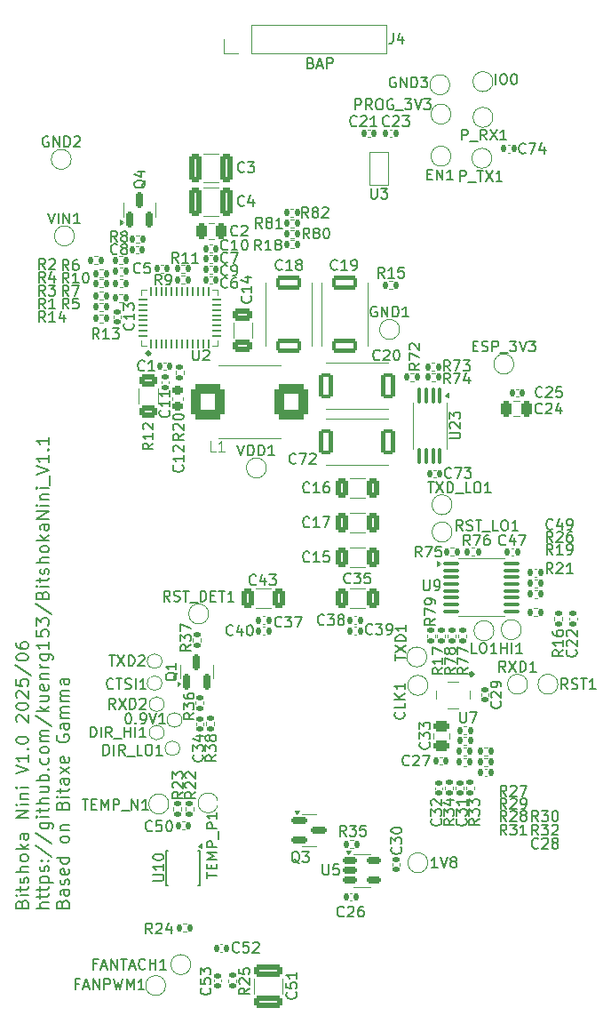
<source format=gbr>
%TF.GenerationSoftware,KiCad,Pcbnew,9.0.2*%
%TF.CreationDate,2025-06-20T12:19:24+03:00*%
%TF.ProjectId,BitshokaNiniV1.1,42697473-686f-46b6-914e-696e6956312e,rev?*%
%TF.SameCoordinates,Original*%
%TF.FileFunction,Legend,Top*%
%TF.FilePolarity,Positive*%
%FSLAX46Y46*%
G04 Gerber Fmt 4.6, Leading zero omitted, Abs format (unit mm)*
G04 Created by KiCad (PCBNEW 9.0.2) date 2025-06-20 12:19:24*
%MOMM*%
%LPD*%
G01*
G04 APERTURE LIST*
G04 Aperture macros list*
%AMRoundRect*
0 Rectangle with rounded corners*
0 $1 Rounding radius*
0 $2 $3 $4 $5 $6 $7 $8 $9 X,Y pos of 4 corners*
0 Add a 4 corners polygon primitive as box body*
4,1,4,$2,$3,$4,$5,$6,$7,$8,$9,$2,$3,0*
0 Add four circle primitives for the rounded corners*
1,1,$1+$1,$2,$3*
1,1,$1+$1,$4,$5*
1,1,$1+$1,$6,$7*
1,1,$1+$1,$8,$9*
0 Add four rect primitives between the rounded corners*
20,1,$1+$1,$2,$3,$4,$5,0*
20,1,$1+$1,$4,$5,$6,$7,0*
20,1,$1+$1,$6,$7,$8,$9,0*
20,1,$1+$1,$8,$9,$2,$3,0*%
G04 Aperture macros list end*
%ADD10C,0.150000*%
%ADD11C,0.100000*%
%ADD12C,0.120000*%
%ADD13C,0.300000*%
%ADD14C,0.313180*%
%ADD15RoundRect,0.250000X-0.325000X-0.650000X0.325000X-0.650000X0.325000X0.650000X-0.325000X0.650000X0*%
%ADD16RoundRect,0.250000X0.325000X0.650000X-0.325000X0.650000X-0.325000X-0.650000X0.325000X-0.650000X0*%
%ADD17RoundRect,0.250000X0.650000X-0.325000X0.650000X0.325000X-0.650000X0.325000X-0.650000X-0.325000X0*%
%ADD18RoundRect,0.195000X-1.005000X0.455000X-1.005000X-0.455000X1.005000X-0.455000X1.005000X0.455000X0*%
%ADD19RoundRect,0.495000X1.155000X1.220000X-1.155000X1.220000X-1.155000X-1.220000X1.155000X-1.220000X0*%
%ADD20C,1.500000*%
%ADD21C,1.000000*%
%ADD22C,2.000000*%
%ADD23C,3.500000*%
%ADD24C,1.800000*%
%ADD25C,1.600000*%
%ADD26C,0.990600*%
%ADD27C,0.650000*%
%ADD28O,2.100000X1.000000*%
%ADD29O,1.800000X1.000000*%
%ADD30C,1.295400*%
%ADD31C,1.574800*%
%ADD32RoundRect,0.062500X0.062500X-0.337500X0.062500X0.337500X-0.062500X0.337500X-0.062500X-0.337500X0*%
%ADD33RoundRect,0.062500X0.337500X-0.062500X0.337500X0.062500X-0.337500X0.062500X-0.337500X-0.062500X0*%
%ADD34C,0.400000*%
%ADD35R,5.300000X3.300000*%
%ADD36RoundRect,0.135000X0.185000X-0.135000X0.185000X0.135000X-0.185000X0.135000X-0.185000X-0.135000X0*%
%ADD37RoundRect,0.135000X0.135000X0.185000X-0.135000X0.185000X-0.135000X-0.185000X0.135000X-0.185000X0*%
%ADD38RoundRect,0.195000X0.455000X1.005000X-0.455000X1.005000X-0.455000X-1.005000X0.455000X-1.005000X0*%
%ADD39RoundRect,0.250000X-1.100000X0.325000X-1.100000X-0.325000X1.100000X-0.325000X1.100000X0.325000X0*%
%ADD40RoundRect,0.140000X-0.140000X-0.170000X0.140000X-0.170000X0.140000X0.170000X-0.140000X0.170000X0*%
%ADD41RoundRect,0.135000X-0.135000X-0.185000X0.135000X-0.185000X0.135000X0.185000X-0.135000X0.185000X0*%
%ADD42RoundRect,0.140000X0.140000X0.170000X-0.140000X0.170000X-0.140000X-0.170000X0.140000X-0.170000X0*%
%ADD43RoundRect,0.135000X-0.185000X0.135000X-0.185000X-0.135000X0.185000X-0.135000X0.185000X0.135000X0*%
%ADD44RoundRect,0.250000X0.625000X-0.312500X0.625000X0.312500X-0.625000X0.312500X-0.625000X-0.312500X0*%
%ADD45RoundRect,0.140000X-0.170000X0.140000X-0.170000X-0.140000X0.170000X-0.140000X0.170000X0.140000X0*%
%ADD46RoundRect,0.250000X-0.250000X-0.475000X0.250000X-0.475000X0.250000X0.475000X-0.250000X0.475000X0*%
%ADD47RoundRect,0.150000X0.150000X-0.587500X0.150000X0.587500X-0.150000X0.587500X-0.150000X-0.587500X0*%
%ADD48RoundRect,0.250000X-0.325000X-1.100000X0.325000X-1.100000X0.325000X1.100000X-0.325000X1.100000X0*%
%ADD49R,1.300000X1.100000*%
%ADD50C,0.800000*%
%ADD51C,6.000000*%
%ADD52RoundRect,0.225000X-0.250000X0.225000X-0.250000X-0.225000X0.250000X-0.225000X0.250000X0.225000X0*%
%ADD53R,0.400000X1.100000*%
%ADD54RoundRect,0.150000X-0.512500X-0.150000X0.512500X-0.150000X0.512500X0.150000X-0.512500X0.150000X0*%
%ADD55RoundRect,0.150000X-0.587500X-0.150000X0.587500X-0.150000X0.587500X0.150000X-0.587500X0.150000X0*%
%ADD56R,1.700000X1.700000*%
%ADD57C,1.700000*%
%ADD58RoundRect,0.100000X-0.637500X-0.100000X0.637500X-0.100000X0.637500X0.100000X-0.637500X0.100000X0*%
%ADD59RoundRect,0.140000X0.170000X-0.140000X0.170000X0.140000X-0.170000X0.140000X-0.170000X-0.140000X0*%
%ADD60RoundRect,0.100000X-0.100000X0.637500X-0.100000X-0.637500X0.100000X-0.637500X0.100000X0.637500X0*%
%ADD61RoundRect,0.250000X0.475000X-0.250000X0.475000X0.250000X-0.475000X0.250000X-0.475000X-0.250000X0*%
%ADD62R,0.952500X0.558800*%
%ADD63O,1.700000X1.700000*%
G04 APERTURE END LIST*
D10*
X78552905Y-133415601D02*
X78610048Y-133244173D01*
X78610048Y-133244173D02*
X78667191Y-133187030D01*
X78667191Y-133187030D02*
X78781476Y-133129887D01*
X78781476Y-133129887D02*
X78952905Y-133129887D01*
X78952905Y-133129887D02*
X79067191Y-133187030D01*
X79067191Y-133187030D02*
X79124334Y-133244173D01*
X79124334Y-133244173D02*
X79181476Y-133358458D01*
X79181476Y-133358458D02*
X79181476Y-133815601D01*
X79181476Y-133815601D02*
X77981476Y-133815601D01*
X77981476Y-133815601D02*
X77981476Y-133415601D01*
X77981476Y-133415601D02*
X78038619Y-133301316D01*
X78038619Y-133301316D02*
X78095762Y-133244173D01*
X78095762Y-133244173D02*
X78210048Y-133187030D01*
X78210048Y-133187030D02*
X78324334Y-133187030D01*
X78324334Y-133187030D02*
X78438619Y-133244173D01*
X78438619Y-133244173D02*
X78495762Y-133301316D01*
X78495762Y-133301316D02*
X78552905Y-133415601D01*
X78552905Y-133415601D02*
X78552905Y-133815601D01*
X79181476Y-132615601D02*
X78381476Y-132615601D01*
X77981476Y-132615601D02*
X78038619Y-132672744D01*
X78038619Y-132672744D02*
X78095762Y-132615601D01*
X78095762Y-132615601D02*
X78038619Y-132558458D01*
X78038619Y-132558458D02*
X77981476Y-132615601D01*
X77981476Y-132615601D02*
X78095762Y-132615601D01*
X78381476Y-132215601D02*
X78381476Y-131758458D01*
X77981476Y-132044172D02*
X79010048Y-132044172D01*
X79010048Y-132044172D02*
X79124334Y-131987029D01*
X79124334Y-131987029D02*
X79181476Y-131872744D01*
X79181476Y-131872744D02*
X79181476Y-131758458D01*
X79124334Y-131415601D02*
X79181476Y-131301315D01*
X79181476Y-131301315D02*
X79181476Y-131072744D01*
X79181476Y-131072744D02*
X79124334Y-130958458D01*
X79124334Y-130958458D02*
X79010048Y-130901315D01*
X79010048Y-130901315D02*
X78952905Y-130901315D01*
X78952905Y-130901315D02*
X78838619Y-130958458D01*
X78838619Y-130958458D02*
X78781476Y-131072744D01*
X78781476Y-131072744D02*
X78781476Y-131244173D01*
X78781476Y-131244173D02*
X78724334Y-131358458D01*
X78724334Y-131358458D02*
X78610048Y-131415601D01*
X78610048Y-131415601D02*
X78552905Y-131415601D01*
X78552905Y-131415601D02*
X78438619Y-131358458D01*
X78438619Y-131358458D02*
X78381476Y-131244173D01*
X78381476Y-131244173D02*
X78381476Y-131072744D01*
X78381476Y-131072744D02*
X78438619Y-130958458D01*
X79181476Y-130387029D02*
X77981476Y-130387029D01*
X79181476Y-129872744D02*
X78552905Y-129872744D01*
X78552905Y-129872744D02*
X78438619Y-129929886D01*
X78438619Y-129929886D02*
X78381476Y-130044172D01*
X78381476Y-130044172D02*
X78381476Y-130215601D01*
X78381476Y-130215601D02*
X78438619Y-130329886D01*
X78438619Y-130329886D02*
X78495762Y-130387029D01*
X79181476Y-129129887D02*
X79124334Y-129244172D01*
X79124334Y-129244172D02*
X79067191Y-129301315D01*
X79067191Y-129301315D02*
X78952905Y-129358458D01*
X78952905Y-129358458D02*
X78610048Y-129358458D01*
X78610048Y-129358458D02*
X78495762Y-129301315D01*
X78495762Y-129301315D02*
X78438619Y-129244172D01*
X78438619Y-129244172D02*
X78381476Y-129129887D01*
X78381476Y-129129887D02*
X78381476Y-128958458D01*
X78381476Y-128958458D02*
X78438619Y-128844172D01*
X78438619Y-128844172D02*
X78495762Y-128787030D01*
X78495762Y-128787030D02*
X78610048Y-128729887D01*
X78610048Y-128729887D02*
X78952905Y-128729887D01*
X78952905Y-128729887D02*
X79067191Y-128787030D01*
X79067191Y-128787030D02*
X79124334Y-128844172D01*
X79124334Y-128844172D02*
X79181476Y-128958458D01*
X79181476Y-128958458D02*
X79181476Y-129129887D01*
X79181476Y-128215601D02*
X77981476Y-128215601D01*
X78724334Y-128101316D02*
X79181476Y-127758458D01*
X78381476Y-127758458D02*
X78838619Y-128215601D01*
X79181476Y-126729887D02*
X78552905Y-126729887D01*
X78552905Y-126729887D02*
X78438619Y-126787029D01*
X78438619Y-126787029D02*
X78381476Y-126901315D01*
X78381476Y-126901315D02*
X78381476Y-127129887D01*
X78381476Y-127129887D02*
X78438619Y-127244172D01*
X79124334Y-126729887D02*
X79181476Y-126844172D01*
X79181476Y-126844172D02*
X79181476Y-127129887D01*
X79181476Y-127129887D02*
X79124334Y-127244172D01*
X79124334Y-127244172D02*
X79010048Y-127301315D01*
X79010048Y-127301315D02*
X78895762Y-127301315D01*
X78895762Y-127301315D02*
X78781476Y-127244172D01*
X78781476Y-127244172D02*
X78724334Y-127129887D01*
X78724334Y-127129887D02*
X78724334Y-126844172D01*
X78724334Y-126844172D02*
X78667191Y-126729887D01*
X79181476Y-125244172D02*
X77981476Y-125244172D01*
X77981476Y-125244172D02*
X79181476Y-124558458D01*
X79181476Y-124558458D02*
X77981476Y-124558458D01*
X79181476Y-123987029D02*
X78381476Y-123987029D01*
X77981476Y-123987029D02*
X78038619Y-124044172D01*
X78038619Y-124044172D02*
X78095762Y-123987029D01*
X78095762Y-123987029D02*
X78038619Y-123929886D01*
X78038619Y-123929886D02*
X77981476Y-123987029D01*
X77981476Y-123987029D02*
X78095762Y-123987029D01*
X78381476Y-123415600D02*
X79181476Y-123415600D01*
X78495762Y-123415600D02*
X78438619Y-123358457D01*
X78438619Y-123358457D02*
X78381476Y-123244172D01*
X78381476Y-123244172D02*
X78381476Y-123072743D01*
X78381476Y-123072743D02*
X78438619Y-122958457D01*
X78438619Y-122958457D02*
X78552905Y-122901315D01*
X78552905Y-122901315D02*
X79181476Y-122901315D01*
X79181476Y-122329886D02*
X78381476Y-122329886D01*
X77981476Y-122329886D02*
X78038619Y-122387029D01*
X78038619Y-122387029D02*
X78095762Y-122329886D01*
X78095762Y-122329886D02*
X78038619Y-122272743D01*
X78038619Y-122272743D02*
X77981476Y-122329886D01*
X77981476Y-122329886D02*
X78095762Y-122329886D01*
X77981476Y-121015600D02*
X79181476Y-120615600D01*
X79181476Y-120615600D02*
X77981476Y-120215600D01*
X79181476Y-119187029D02*
X79181476Y-119872743D01*
X79181476Y-119529886D02*
X77981476Y-119529886D01*
X77981476Y-119529886D02*
X78152905Y-119644172D01*
X78152905Y-119644172D02*
X78267191Y-119758457D01*
X78267191Y-119758457D02*
X78324334Y-119872743D01*
X79067191Y-118672743D02*
X79124334Y-118615600D01*
X79124334Y-118615600D02*
X79181476Y-118672743D01*
X79181476Y-118672743D02*
X79124334Y-118729886D01*
X79124334Y-118729886D02*
X79067191Y-118672743D01*
X79067191Y-118672743D02*
X79181476Y-118672743D01*
X77981476Y-117872743D02*
X77981476Y-117758457D01*
X77981476Y-117758457D02*
X78038619Y-117644171D01*
X78038619Y-117644171D02*
X78095762Y-117587029D01*
X78095762Y-117587029D02*
X78210048Y-117529886D01*
X78210048Y-117529886D02*
X78438619Y-117472743D01*
X78438619Y-117472743D02*
X78724334Y-117472743D01*
X78724334Y-117472743D02*
X78952905Y-117529886D01*
X78952905Y-117529886D02*
X79067191Y-117587029D01*
X79067191Y-117587029D02*
X79124334Y-117644171D01*
X79124334Y-117644171D02*
X79181476Y-117758457D01*
X79181476Y-117758457D02*
X79181476Y-117872743D01*
X79181476Y-117872743D02*
X79124334Y-117987029D01*
X79124334Y-117987029D02*
X79067191Y-118044171D01*
X79067191Y-118044171D02*
X78952905Y-118101314D01*
X78952905Y-118101314D02*
X78724334Y-118158457D01*
X78724334Y-118158457D02*
X78438619Y-118158457D01*
X78438619Y-118158457D02*
X78210048Y-118101314D01*
X78210048Y-118101314D02*
X78095762Y-118044171D01*
X78095762Y-118044171D02*
X78038619Y-117987029D01*
X78038619Y-117987029D02*
X77981476Y-117872743D01*
X78095762Y-116101314D02*
X78038619Y-116044171D01*
X78038619Y-116044171D02*
X77981476Y-115929886D01*
X77981476Y-115929886D02*
X77981476Y-115644171D01*
X77981476Y-115644171D02*
X78038619Y-115529886D01*
X78038619Y-115529886D02*
X78095762Y-115472743D01*
X78095762Y-115472743D02*
X78210048Y-115415600D01*
X78210048Y-115415600D02*
X78324334Y-115415600D01*
X78324334Y-115415600D02*
X78495762Y-115472743D01*
X78495762Y-115472743D02*
X79181476Y-116158457D01*
X79181476Y-116158457D02*
X79181476Y-115415600D01*
X77981476Y-114672743D02*
X77981476Y-114558457D01*
X77981476Y-114558457D02*
X78038619Y-114444171D01*
X78038619Y-114444171D02*
X78095762Y-114387029D01*
X78095762Y-114387029D02*
X78210048Y-114329886D01*
X78210048Y-114329886D02*
X78438619Y-114272743D01*
X78438619Y-114272743D02*
X78724334Y-114272743D01*
X78724334Y-114272743D02*
X78952905Y-114329886D01*
X78952905Y-114329886D02*
X79067191Y-114387029D01*
X79067191Y-114387029D02*
X79124334Y-114444171D01*
X79124334Y-114444171D02*
X79181476Y-114558457D01*
X79181476Y-114558457D02*
X79181476Y-114672743D01*
X79181476Y-114672743D02*
X79124334Y-114787029D01*
X79124334Y-114787029D02*
X79067191Y-114844171D01*
X79067191Y-114844171D02*
X78952905Y-114901314D01*
X78952905Y-114901314D02*
X78724334Y-114958457D01*
X78724334Y-114958457D02*
X78438619Y-114958457D01*
X78438619Y-114958457D02*
X78210048Y-114901314D01*
X78210048Y-114901314D02*
X78095762Y-114844171D01*
X78095762Y-114844171D02*
X78038619Y-114787029D01*
X78038619Y-114787029D02*
X77981476Y-114672743D01*
X78095762Y-113815600D02*
X78038619Y-113758457D01*
X78038619Y-113758457D02*
X77981476Y-113644172D01*
X77981476Y-113644172D02*
X77981476Y-113358457D01*
X77981476Y-113358457D02*
X78038619Y-113244172D01*
X78038619Y-113244172D02*
X78095762Y-113187029D01*
X78095762Y-113187029D02*
X78210048Y-113129886D01*
X78210048Y-113129886D02*
X78324334Y-113129886D01*
X78324334Y-113129886D02*
X78495762Y-113187029D01*
X78495762Y-113187029D02*
X79181476Y-113872743D01*
X79181476Y-113872743D02*
X79181476Y-113129886D01*
X77981476Y-112044172D02*
X77981476Y-112615600D01*
X77981476Y-112615600D02*
X78552905Y-112672743D01*
X78552905Y-112672743D02*
X78495762Y-112615600D01*
X78495762Y-112615600D02*
X78438619Y-112501315D01*
X78438619Y-112501315D02*
X78438619Y-112215600D01*
X78438619Y-112215600D02*
X78495762Y-112101315D01*
X78495762Y-112101315D02*
X78552905Y-112044172D01*
X78552905Y-112044172D02*
X78667191Y-111987029D01*
X78667191Y-111987029D02*
X78952905Y-111987029D01*
X78952905Y-111987029D02*
X79067191Y-112044172D01*
X79067191Y-112044172D02*
X79124334Y-112101315D01*
X79124334Y-112101315D02*
X79181476Y-112215600D01*
X79181476Y-112215600D02*
X79181476Y-112501315D01*
X79181476Y-112501315D02*
X79124334Y-112615600D01*
X79124334Y-112615600D02*
X79067191Y-112672743D01*
X77924334Y-110615600D02*
X79467191Y-111644172D01*
X77981476Y-109987029D02*
X77981476Y-109872743D01*
X77981476Y-109872743D02*
X78038619Y-109758457D01*
X78038619Y-109758457D02*
X78095762Y-109701315D01*
X78095762Y-109701315D02*
X78210048Y-109644172D01*
X78210048Y-109644172D02*
X78438619Y-109587029D01*
X78438619Y-109587029D02*
X78724334Y-109587029D01*
X78724334Y-109587029D02*
X78952905Y-109644172D01*
X78952905Y-109644172D02*
X79067191Y-109701315D01*
X79067191Y-109701315D02*
X79124334Y-109758457D01*
X79124334Y-109758457D02*
X79181476Y-109872743D01*
X79181476Y-109872743D02*
X79181476Y-109987029D01*
X79181476Y-109987029D02*
X79124334Y-110101315D01*
X79124334Y-110101315D02*
X79067191Y-110158457D01*
X79067191Y-110158457D02*
X78952905Y-110215600D01*
X78952905Y-110215600D02*
X78724334Y-110272743D01*
X78724334Y-110272743D02*
X78438619Y-110272743D01*
X78438619Y-110272743D02*
X78210048Y-110215600D01*
X78210048Y-110215600D02*
X78095762Y-110158457D01*
X78095762Y-110158457D02*
X78038619Y-110101315D01*
X78038619Y-110101315D02*
X77981476Y-109987029D01*
X77981476Y-108558458D02*
X77981476Y-108787029D01*
X77981476Y-108787029D02*
X78038619Y-108901315D01*
X78038619Y-108901315D02*
X78095762Y-108958458D01*
X78095762Y-108958458D02*
X78267191Y-109072743D01*
X78267191Y-109072743D02*
X78495762Y-109129886D01*
X78495762Y-109129886D02*
X78952905Y-109129886D01*
X78952905Y-109129886D02*
X79067191Y-109072743D01*
X79067191Y-109072743D02*
X79124334Y-109015600D01*
X79124334Y-109015600D02*
X79181476Y-108901315D01*
X79181476Y-108901315D02*
X79181476Y-108672743D01*
X79181476Y-108672743D02*
X79124334Y-108558458D01*
X79124334Y-108558458D02*
X79067191Y-108501315D01*
X79067191Y-108501315D02*
X78952905Y-108444172D01*
X78952905Y-108444172D02*
X78667191Y-108444172D01*
X78667191Y-108444172D02*
X78552905Y-108501315D01*
X78552905Y-108501315D02*
X78495762Y-108558458D01*
X78495762Y-108558458D02*
X78438619Y-108672743D01*
X78438619Y-108672743D02*
X78438619Y-108901315D01*
X78438619Y-108901315D02*
X78495762Y-109015600D01*
X78495762Y-109015600D02*
X78552905Y-109072743D01*
X78552905Y-109072743D02*
X78667191Y-109129886D01*
X81113409Y-133815601D02*
X79913409Y-133815601D01*
X81113409Y-133301316D02*
X80484838Y-133301316D01*
X80484838Y-133301316D02*
X80370552Y-133358458D01*
X80370552Y-133358458D02*
X80313409Y-133472744D01*
X80313409Y-133472744D02*
X80313409Y-133644173D01*
X80313409Y-133644173D02*
X80370552Y-133758458D01*
X80370552Y-133758458D02*
X80427695Y-133815601D01*
X80313409Y-132901316D02*
X80313409Y-132444173D01*
X79913409Y-132729887D02*
X80941981Y-132729887D01*
X80941981Y-132729887D02*
X81056267Y-132672744D01*
X81056267Y-132672744D02*
X81113409Y-132558459D01*
X81113409Y-132558459D02*
X81113409Y-132444173D01*
X80313409Y-132215602D02*
X80313409Y-131758459D01*
X79913409Y-132044173D02*
X80941981Y-132044173D01*
X80941981Y-132044173D02*
X81056267Y-131987030D01*
X81056267Y-131987030D02*
X81113409Y-131872745D01*
X81113409Y-131872745D02*
X81113409Y-131758459D01*
X80313409Y-131358459D02*
X81513409Y-131358459D01*
X80370552Y-131358459D02*
X80313409Y-131244174D01*
X80313409Y-131244174D02*
X80313409Y-131015602D01*
X80313409Y-131015602D02*
X80370552Y-130901316D01*
X80370552Y-130901316D02*
X80427695Y-130844174D01*
X80427695Y-130844174D02*
X80541981Y-130787031D01*
X80541981Y-130787031D02*
X80884838Y-130787031D01*
X80884838Y-130787031D02*
X80999124Y-130844174D01*
X80999124Y-130844174D02*
X81056267Y-130901316D01*
X81056267Y-130901316D02*
X81113409Y-131015602D01*
X81113409Y-131015602D02*
X81113409Y-131244174D01*
X81113409Y-131244174D02*
X81056267Y-131358459D01*
X81056267Y-130329888D02*
X81113409Y-130215602D01*
X81113409Y-130215602D02*
X81113409Y-129987031D01*
X81113409Y-129987031D02*
X81056267Y-129872745D01*
X81056267Y-129872745D02*
X80941981Y-129815602D01*
X80941981Y-129815602D02*
X80884838Y-129815602D01*
X80884838Y-129815602D02*
X80770552Y-129872745D01*
X80770552Y-129872745D02*
X80713409Y-129987031D01*
X80713409Y-129987031D02*
X80713409Y-130158460D01*
X80713409Y-130158460D02*
X80656267Y-130272745D01*
X80656267Y-130272745D02*
X80541981Y-130329888D01*
X80541981Y-130329888D02*
X80484838Y-130329888D01*
X80484838Y-130329888D02*
X80370552Y-130272745D01*
X80370552Y-130272745D02*
X80313409Y-130158460D01*
X80313409Y-130158460D02*
X80313409Y-129987031D01*
X80313409Y-129987031D02*
X80370552Y-129872745D01*
X80999124Y-129301316D02*
X81056267Y-129244173D01*
X81056267Y-129244173D02*
X81113409Y-129301316D01*
X81113409Y-129301316D02*
X81056267Y-129358459D01*
X81056267Y-129358459D02*
X80999124Y-129301316D01*
X80999124Y-129301316D02*
X81113409Y-129301316D01*
X80370552Y-129301316D02*
X80427695Y-129244173D01*
X80427695Y-129244173D02*
X80484838Y-129301316D01*
X80484838Y-129301316D02*
X80427695Y-129358459D01*
X80427695Y-129358459D02*
X80370552Y-129301316D01*
X80370552Y-129301316D02*
X80484838Y-129301316D01*
X79856267Y-127872744D02*
X81399124Y-128901316D01*
X79856267Y-126615601D02*
X81399124Y-127644173D01*
X80313409Y-125701316D02*
X81284838Y-125701316D01*
X81284838Y-125701316D02*
X81399124Y-125758458D01*
X81399124Y-125758458D02*
X81456267Y-125815601D01*
X81456267Y-125815601D02*
X81513409Y-125929887D01*
X81513409Y-125929887D02*
X81513409Y-126101316D01*
X81513409Y-126101316D02*
X81456267Y-126215601D01*
X81056267Y-125701316D02*
X81113409Y-125815601D01*
X81113409Y-125815601D02*
X81113409Y-126044173D01*
X81113409Y-126044173D02*
X81056267Y-126158458D01*
X81056267Y-126158458D02*
X80999124Y-126215601D01*
X80999124Y-126215601D02*
X80884838Y-126272744D01*
X80884838Y-126272744D02*
X80541981Y-126272744D01*
X80541981Y-126272744D02*
X80427695Y-126215601D01*
X80427695Y-126215601D02*
X80370552Y-126158458D01*
X80370552Y-126158458D02*
X80313409Y-126044173D01*
X80313409Y-126044173D02*
X80313409Y-125815601D01*
X80313409Y-125815601D02*
X80370552Y-125701316D01*
X81113409Y-125129887D02*
X80313409Y-125129887D01*
X79913409Y-125129887D02*
X79970552Y-125187030D01*
X79970552Y-125187030D02*
X80027695Y-125129887D01*
X80027695Y-125129887D02*
X79970552Y-125072744D01*
X79970552Y-125072744D02*
X79913409Y-125129887D01*
X79913409Y-125129887D02*
X80027695Y-125129887D01*
X80313409Y-124729887D02*
X80313409Y-124272744D01*
X79913409Y-124558458D02*
X80941981Y-124558458D01*
X80941981Y-124558458D02*
X81056267Y-124501315D01*
X81056267Y-124501315D02*
X81113409Y-124387030D01*
X81113409Y-124387030D02*
X81113409Y-124272744D01*
X81113409Y-123872744D02*
X79913409Y-123872744D01*
X81113409Y-123358459D02*
X80484838Y-123358459D01*
X80484838Y-123358459D02*
X80370552Y-123415601D01*
X80370552Y-123415601D02*
X80313409Y-123529887D01*
X80313409Y-123529887D02*
X80313409Y-123701316D01*
X80313409Y-123701316D02*
X80370552Y-123815601D01*
X80370552Y-123815601D02*
X80427695Y-123872744D01*
X80313409Y-122272745D02*
X81113409Y-122272745D01*
X80313409Y-122787030D02*
X80941981Y-122787030D01*
X80941981Y-122787030D02*
X81056267Y-122729887D01*
X81056267Y-122729887D02*
X81113409Y-122615602D01*
X81113409Y-122615602D02*
X81113409Y-122444173D01*
X81113409Y-122444173D02*
X81056267Y-122329887D01*
X81056267Y-122329887D02*
X80999124Y-122272745D01*
X81113409Y-121701316D02*
X79913409Y-121701316D01*
X80370552Y-121701316D02*
X80313409Y-121587031D01*
X80313409Y-121587031D02*
X80313409Y-121358459D01*
X80313409Y-121358459D02*
X80370552Y-121244173D01*
X80370552Y-121244173D02*
X80427695Y-121187031D01*
X80427695Y-121187031D02*
X80541981Y-121129888D01*
X80541981Y-121129888D02*
X80884838Y-121129888D01*
X80884838Y-121129888D02*
X80999124Y-121187031D01*
X80999124Y-121187031D02*
X81056267Y-121244173D01*
X81056267Y-121244173D02*
X81113409Y-121358459D01*
X81113409Y-121358459D02*
X81113409Y-121587031D01*
X81113409Y-121587031D02*
X81056267Y-121701316D01*
X80999124Y-120615602D02*
X81056267Y-120558459D01*
X81056267Y-120558459D02*
X81113409Y-120615602D01*
X81113409Y-120615602D02*
X81056267Y-120672745D01*
X81056267Y-120672745D02*
X80999124Y-120615602D01*
X80999124Y-120615602D02*
X81113409Y-120615602D01*
X81056267Y-119529888D02*
X81113409Y-119644173D01*
X81113409Y-119644173D02*
X81113409Y-119872745D01*
X81113409Y-119872745D02*
X81056267Y-119987030D01*
X81056267Y-119987030D02*
X80999124Y-120044173D01*
X80999124Y-120044173D02*
X80884838Y-120101316D01*
X80884838Y-120101316D02*
X80541981Y-120101316D01*
X80541981Y-120101316D02*
X80427695Y-120044173D01*
X80427695Y-120044173D02*
X80370552Y-119987030D01*
X80370552Y-119987030D02*
X80313409Y-119872745D01*
X80313409Y-119872745D02*
X80313409Y-119644173D01*
X80313409Y-119644173D02*
X80370552Y-119529888D01*
X81113409Y-118844174D02*
X81056267Y-118958459D01*
X81056267Y-118958459D02*
X80999124Y-119015602D01*
X80999124Y-119015602D02*
X80884838Y-119072745D01*
X80884838Y-119072745D02*
X80541981Y-119072745D01*
X80541981Y-119072745D02*
X80427695Y-119015602D01*
X80427695Y-119015602D02*
X80370552Y-118958459D01*
X80370552Y-118958459D02*
X80313409Y-118844174D01*
X80313409Y-118844174D02*
X80313409Y-118672745D01*
X80313409Y-118672745D02*
X80370552Y-118558459D01*
X80370552Y-118558459D02*
X80427695Y-118501317D01*
X80427695Y-118501317D02*
X80541981Y-118444174D01*
X80541981Y-118444174D02*
X80884838Y-118444174D01*
X80884838Y-118444174D02*
X80999124Y-118501317D01*
X80999124Y-118501317D02*
X81056267Y-118558459D01*
X81056267Y-118558459D02*
X81113409Y-118672745D01*
X81113409Y-118672745D02*
X81113409Y-118844174D01*
X81113409Y-117929888D02*
X80313409Y-117929888D01*
X80427695Y-117929888D02*
X80370552Y-117872745D01*
X80370552Y-117872745D02*
X80313409Y-117758460D01*
X80313409Y-117758460D02*
X80313409Y-117587031D01*
X80313409Y-117587031D02*
X80370552Y-117472745D01*
X80370552Y-117472745D02*
X80484838Y-117415603D01*
X80484838Y-117415603D02*
X81113409Y-117415603D01*
X80484838Y-117415603D02*
X80370552Y-117358460D01*
X80370552Y-117358460D02*
X80313409Y-117244174D01*
X80313409Y-117244174D02*
X80313409Y-117072745D01*
X80313409Y-117072745D02*
X80370552Y-116958460D01*
X80370552Y-116958460D02*
X80484838Y-116901317D01*
X80484838Y-116901317D02*
X81113409Y-116901317D01*
X79856267Y-115472745D02*
X81399124Y-116501317D01*
X81113409Y-115072745D02*
X79913409Y-115072745D01*
X80656267Y-114958460D02*
X81113409Y-114615602D01*
X80313409Y-114615602D02*
X80770552Y-115072745D01*
X80313409Y-113587031D02*
X81113409Y-113587031D01*
X80313409Y-114101316D02*
X80941981Y-114101316D01*
X80941981Y-114101316D02*
X81056267Y-114044173D01*
X81056267Y-114044173D02*
X81113409Y-113929888D01*
X81113409Y-113929888D02*
X81113409Y-113758459D01*
X81113409Y-113758459D02*
X81056267Y-113644173D01*
X81056267Y-113644173D02*
X80999124Y-113587031D01*
X81056267Y-112558459D02*
X81113409Y-112672745D01*
X81113409Y-112672745D02*
X81113409Y-112901317D01*
X81113409Y-112901317D02*
X81056267Y-113015602D01*
X81056267Y-113015602D02*
X80941981Y-113072745D01*
X80941981Y-113072745D02*
X80484838Y-113072745D01*
X80484838Y-113072745D02*
X80370552Y-113015602D01*
X80370552Y-113015602D02*
X80313409Y-112901317D01*
X80313409Y-112901317D02*
X80313409Y-112672745D01*
X80313409Y-112672745D02*
X80370552Y-112558459D01*
X80370552Y-112558459D02*
X80484838Y-112501317D01*
X80484838Y-112501317D02*
X80599124Y-112501317D01*
X80599124Y-112501317D02*
X80713409Y-113072745D01*
X80313409Y-111987031D02*
X81113409Y-111987031D01*
X80427695Y-111987031D02*
X80370552Y-111929888D01*
X80370552Y-111929888D02*
X80313409Y-111815603D01*
X80313409Y-111815603D02*
X80313409Y-111644174D01*
X80313409Y-111644174D02*
X80370552Y-111529888D01*
X80370552Y-111529888D02*
X80484838Y-111472746D01*
X80484838Y-111472746D02*
X81113409Y-111472746D01*
X81113409Y-110901317D02*
X80313409Y-110901317D01*
X80541981Y-110901317D02*
X80427695Y-110844174D01*
X80427695Y-110844174D02*
X80370552Y-110787032D01*
X80370552Y-110787032D02*
X80313409Y-110672746D01*
X80313409Y-110672746D02*
X80313409Y-110558460D01*
X80313409Y-109644175D02*
X81284838Y-109644175D01*
X81284838Y-109644175D02*
X81399124Y-109701317D01*
X81399124Y-109701317D02*
X81456267Y-109758460D01*
X81456267Y-109758460D02*
X81513409Y-109872746D01*
X81513409Y-109872746D02*
X81513409Y-110044175D01*
X81513409Y-110044175D02*
X81456267Y-110158460D01*
X81056267Y-109644175D02*
X81113409Y-109758460D01*
X81113409Y-109758460D02*
X81113409Y-109987032D01*
X81113409Y-109987032D02*
X81056267Y-110101317D01*
X81056267Y-110101317D02*
X80999124Y-110158460D01*
X80999124Y-110158460D02*
X80884838Y-110215603D01*
X80884838Y-110215603D02*
X80541981Y-110215603D01*
X80541981Y-110215603D02*
X80427695Y-110158460D01*
X80427695Y-110158460D02*
X80370552Y-110101317D01*
X80370552Y-110101317D02*
X80313409Y-109987032D01*
X80313409Y-109987032D02*
X80313409Y-109758460D01*
X80313409Y-109758460D02*
X80370552Y-109644175D01*
X81113409Y-108444175D02*
X81113409Y-109129889D01*
X81113409Y-108787032D02*
X79913409Y-108787032D01*
X79913409Y-108787032D02*
X80084838Y-108901318D01*
X80084838Y-108901318D02*
X80199124Y-109015603D01*
X80199124Y-109015603D02*
X80256267Y-109129889D01*
X79913409Y-107358461D02*
X79913409Y-107929889D01*
X79913409Y-107929889D02*
X80484838Y-107987032D01*
X80484838Y-107987032D02*
X80427695Y-107929889D01*
X80427695Y-107929889D02*
X80370552Y-107815604D01*
X80370552Y-107815604D02*
X80370552Y-107529889D01*
X80370552Y-107529889D02*
X80427695Y-107415604D01*
X80427695Y-107415604D02*
X80484838Y-107358461D01*
X80484838Y-107358461D02*
X80599124Y-107301318D01*
X80599124Y-107301318D02*
X80884838Y-107301318D01*
X80884838Y-107301318D02*
X80999124Y-107358461D01*
X80999124Y-107358461D02*
X81056267Y-107415604D01*
X81056267Y-107415604D02*
X81113409Y-107529889D01*
X81113409Y-107529889D02*
X81113409Y-107815604D01*
X81113409Y-107815604D02*
X81056267Y-107929889D01*
X81056267Y-107929889D02*
X80999124Y-107987032D01*
X79913409Y-106901318D02*
X79913409Y-106158461D01*
X79913409Y-106158461D02*
X80370552Y-106558461D01*
X80370552Y-106558461D02*
X80370552Y-106387032D01*
X80370552Y-106387032D02*
X80427695Y-106272747D01*
X80427695Y-106272747D02*
X80484838Y-106215604D01*
X80484838Y-106215604D02*
X80599124Y-106158461D01*
X80599124Y-106158461D02*
X80884838Y-106158461D01*
X80884838Y-106158461D02*
X80999124Y-106215604D01*
X80999124Y-106215604D02*
X81056267Y-106272747D01*
X81056267Y-106272747D02*
X81113409Y-106387032D01*
X81113409Y-106387032D02*
X81113409Y-106729889D01*
X81113409Y-106729889D02*
X81056267Y-106844175D01*
X81056267Y-106844175D02*
X80999124Y-106901318D01*
X79856267Y-104787032D02*
X81399124Y-105815604D01*
X80484838Y-103987032D02*
X80541981Y-103815604D01*
X80541981Y-103815604D02*
X80599124Y-103758461D01*
X80599124Y-103758461D02*
X80713409Y-103701318D01*
X80713409Y-103701318D02*
X80884838Y-103701318D01*
X80884838Y-103701318D02*
X80999124Y-103758461D01*
X80999124Y-103758461D02*
X81056267Y-103815604D01*
X81056267Y-103815604D02*
X81113409Y-103929889D01*
X81113409Y-103929889D02*
X81113409Y-104387032D01*
X81113409Y-104387032D02*
X79913409Y-104387032D01*
X79913409Y-104387032D02*
X79913409Y-103987032D01*
X79913409Y-103987032D02*
X79970552Y-103872747D01*
X79970552Y-103872747D02*
X80027695Y-103815604D01*
X80027695Y-103815604D02*
X80141981Y-103758461D01*
X80141981Y-103758461D02*
X80256267Y-103758461D01*
X80256267Y-103758461D02*
X80370552Y-103815604D01*
X80370552Y-103815604D02*
X80427695Y-103872747D01*
X80427695Y-103872747D02*
X80484838Y-103987032D01*
X80484838Y-103987032D02*
X80484838Y-104387032D01*
X81113409Y-103187032D02*
X80313409Y-103187032D01*
X79913409Y-103187032D02*
X79970552Y-103244175D01*
X79970552Y-103244175D02*
X80027695Y-103187032D01*
X80027695Y-103187032D02*
X79970552Y-103129889D01*
X79970552Y-103129889D02*
X79913409Y-103187032D01*
X79913409Y-103187032D02*
X80027695Y-103187032D01*
X80313409Y-102787032D02*
X80313409Y-102329889D01*
X79913409Y-102615603D02*
X80941981Y-102615603D01*
X80941981Y-102615603D02*
X81056267Y-102558460D01*
X81056267Y-102558460D02*
X81113409Y-102444175D01*
X81113409Y-102444175D02*
X81113409Y-102329889D01*
X81056267Y-101987032D02*
X81113409Y-101872746D01*
X81113409Y-101872746D02*
X81113409Y-101644175D01*
X81113409Y-101644175D02*
X81056267Y-101529889D01*
X81056267Y-101529889D02*
X80941981Y-101472746D01*
X80941981Y-101472746D02*
X80884838Y-101472746D01*
X80884838Y-101472746D02*
X80770552Y-101529889D01*
X80770552Y-101529889D02*
X80713409Y-101644175D01*
X80713409Y-101644175D02*
X80713409Y-101815604D01*
X80713409Y-101815604D02*
X80656267Y-101929889D01*
X80656267Y-101929889D02*
X80541981Y-101987032D01*
X80541981Y-101987032D02*
X80484838Y-101987032D01*
X80484838Y-101987032D02*
X80370552Y-101929889D01*
X80370552Y-101929889D02*
X80313409Y-101815604D01*
X80313409Y-101815604D02*
X80313409Y-101644175D01*
X80313409Y-101644175D02*
X80370552Y-101529889D01*
X81113409Y-100958460D02*
X79913409Y-100958460D01*
X81113409Y-100444175D02*
X80484838Y-100444175D01*
X80484838Y-100444175D02*
X80370552Y-100501317D01*
X80370552Y-100501317D02*
X80313409Y-100615603D01*
X80313409Y-100615603D02*
X80313409Y-100787032D01*
X80313409Y-100787032D02*
X80370552Y-100901317D01*
X80370552Y-100901317D02*
X80427695Y-100958460D01*
X81113409Y-99701318D02*
X81056267Y-99815603D01*
X81056267Y-99815603D02*
X80999124Y-99872746D01*
X80999124Y-99872746D02*
X80884838Y-99929889D01*
X80884838Y-99929889D02*
X80541981Y-99929889D01*
X80541981Y-99929889D02*
X80427695Y-99872746D01*
X80427695Y-99872746D02*
X80370552Y-99815603D01*
X80370552Y-99815603D02*
X80313409Y-99701318D01*
X80313409Y-99701318D02*
X80313409Y-99529889D01*
X80313409Y-99529889D02*
X80370552Y-99415603D01*
X80370552Y-99415603D02*
X80427695Y-99358461D01*
X80427695Y-99358461D02*
X80541981Y-99301318D01*
X80541981Y-99301318D02*
X80884838Y-99301318D01*
X80884838Y-99301318D02*
X80999124Y-99358461D01*
X80999124Y-99358461D02*
X81056267Y-99415603D01*
X81056267Y-99415603D02*
X81113409Y-99529889D01*
X81113409Y-99529889D02*
X81113409Y-99701318D01*
X81113409Y-98787032D02*
X79913409Y-98787032D01*
X80656267Y-98672747D02*
X81113409Y-98329889D01*
X80313409Y-98329889D02*
X80770552Y-98787032D01*
X81113409Y-97301318D02*
X80484838Y-97301318D01*
X80484838Y-97301318D02*
X80370552Y-97358460D01*
X80370552Y-97358460D02*
X80313409Y-97472746D01*
X80313409Y-97472746D02*
X80313409Y-97701318D01*
X80313409Y-97701318D02*
X80370552Y-97815603D01*
X81056267Y-97301318D02*
X81113409Y-97415603D01*
X81113409Y-97415603D02*
X81113409Y-97701318D01*
X81113409Y-97701318D02*
X81056267Y-97815603D01*
X81056267Y-97815603D02*
X80941981Y-97872746D01*
X80941981Y-97872746D02*
X80827695Y-97872746D01*
X80827695Y-97872746D02*
X80713409Y-97815603D01*
X80713409Y-97815603D02*
X80656267Y-97701318D01*
X80656267Y-97701318D02*
X80656267Y-97415603D01*
X80656267Y-97415603D02*
X80599124Y-97301318D01*
X81113409Y-96729889D02*
X79913409Y-96729889D01*
X79913409Y-96729889D02*
X81113409Y-96044175D01*
X81113409Y-96044175D02*
X79913409Y-96044175D01*
X81113409Y-95472746D02*
X80313409Y-95472746D01*
X79913409Y-95472746D02*
X79970552Y-95529889D01*
X79970552Y-95529889D02*
X80027695Y-95472746D01*
X80027695Y-95472746D02*
X79970552Y-95415603D01*
X79970552Y-95415603D02*
X79913409Y-95472746D01*
X79913409Y-95472746D02*
X80027695Y-95472746D01*
X80313409Y-94901317D02*
X81113409Y-94901317D01*
X80427695Y-94901317D02*
X80370552Y-94844174D01*
X80370552Y-94844174D02*
X80313409Y-94729889D01*
X80313409Y-94729889D02*
X80313409Y-94558460D01*
X80313409Y-94558460D02*
X80370552Y-94444174D01*
X80370552Y-94444174D02*
X80484838Y-94387032D01*
X80484838Y-94387032D02*
X81113409Y-94387032D01*
X81113409Y-93815603D02*
X80313409Y-93815603D01*
X79913409Y-93815603D02*
X79970552Y-93872746D01*
X79970552Y-93872746D02*
X80027695Y-93815603D01*
X80027695Y-93815603D02*
X79970552Y-93758460D01*
X79970552Y-93758460D02*
X79913409Y-93815603D01*
X79913409Y-93815603D02*
X80027695Y-93815603D01*
X81227695Y-93529889D02*
X81227695Y-92615603D01*
X79913409Y-92501317D02*
X81113409Y-92101317D01*
X81113409Y-92101317D02*
X79913409Y-91701317D01*
X81113409Y-90672746D02*
X81113409Y-91358460D01*
X81113409Y-91015603D02*
X79913409Y-91015603D01*
X79913409Y-91015603D02*
X80084838Y-91129889D01*
X80084838Y-91129889D02*
X80199124Y-91244174D01*
X80199124Y-91244174D02*
X80256267Y-91358460D01*
X80999124Y-90158460D02*
X81056267Y-90101317D01*
X81056267Y-90101317D02*
X81113409Y-90158460D01*
X81113409Y-90158460D02*
X81056267Y-90215603D01*
X81056267Y-90215603D02*
X80999124Y-90158460D01*
X80999124Y-90158460D02*
X81113409Y-90158460D01*
X81113409Y-88958460D02*
X81113409Y-89644174D01*
X81113409Y-89301317D02*
X79913409Y-89301317D01*
X79913409Y-89301317D02*
X80084838Y-89415603D01*
X80084838Y-89415603D02*
X80199124Y-89529888D01*
X80199124Y-89529888D02*
X80256267Y-89644174D01*
X82416771Y-133415601D02*
X82473914Y-133244173D01*
X82473914Y-133244173D02*
X82531057Y-133187030D01*
X82531057Y-133187030D02*
X82645342Y-133129887D01*
X82645342Y-133129887D02*
X82816771Y-133129887D01*
X82816771Y-133129887D02*
X82931057Y-133187030D01*
X82931057Y-133187030D02*
X82988200Y-133244173D01*
X82988200Y-133244173D02*
X83045342Y-133358458D01*
X83045342Y-133358458D02*
X83045342Y-133815601D01*
X83045342Y-133815601D02*
X81845342Y-133815601D01*
X81845342Y-133815601D02*
X81845342Y-133415601D01*
X81845342Y-133415601D02*
X81902485Y-133301316D01*
X81902485Y-133301316D02*
X81959628Y-133244173D01*
X81959628Y-133244173D02*
X82073914Y-133187030D01*
X82073914Y-133187030D02*
X82188200Y-133187030D01*
X82188200Y-133187030D02*
X82302485Y-133244173D01*
X82302485Y-133244173D02*
X82359628Y-133301316D01*
X82359628Y-133301316D02*
X82416771Y-133415601D01*
X82416771Y-133415601D02*
X82416771Y-133815601D01*
X83045342Y-132101316D02*
X82416771Y-132101316D01*
X82416771Y-132101316D02*
X82302485Y-132158458D01*
X82302485Y-132158458D02*
X82245342Y-132272744D01*
X82245342Y-132272744D02*
X82245342Y-132501316D01*
X82245342Y-132501316D02*
X82302485Y-132615601D01*
X82988200Y-132101316D02*
X83045342Y-132215601D01*
X83045342Y-132215601D02*
X83045342Y-132501316D01*
X83045342Y-132501316D02*
X82988200Y-132615601D01*
X82988200Y-132615601D02*
X82873914Y-132672744D01*
X82873914Y-132672744D02*
X82759628Y-132672744D01*
X82759628Y-132672744D02*
X82645342Y-132615601D01*
X82645342Y-132615601D02*
X82588200Y-132501316D01*
X82588200Y-132501316D02*
X82588200Y-132215601D01*
X82588200Y-132215601D02*
X82531057Y-132101316D01*
X82988200Y-131587030D02*
X83045342Y-131472744D01*
X83045342Y-131472744D02*
X83045342Y-131244173D01*
X83045342Y-131244173D02*
X82988200Y-131129887D01*
X82988200Y-131129887D02*
X82873914Y-131072744D01*
X82873914Y-131072744D02*
X82816771Y-131072744D01*
X82816771Y-131072744D02*
X82702485Y-131129887D01*
X82702485Y-131129887D02*
X82645342Y-131244173D01*
X82645342Y-131244173D02*
X82645342Y-131415602D01*
X82645342Y-131415602D02*
X82588200Y-131529887D01*
X82588200Y-131529887D02*
X82473914Y-131587030D01*
X82473914Y-131587030D02*
X82416771Y-131587030D01*
X82416771Y-131587030D02*
X82302485Y-131529887D01*
X82302485Y-131529887D02*
X82245342Y-131415602D01*
X82245342Y-131415602D02*
X82245342Y-131244173D01*
X82245342Y-131244173D02*
X82302485Y-131129887D01*
X82988200Y-130101315D02*
X83045342Y-130215601D01*
X83045342Y-130215601D02*
X83045342Y-130444173D01*
X83045342Y-130444173D02*
X82988200Y-130558458D01*
X82988200Y-130558458D02*
X82873914Y-130615601D01*
X82873914Y-130615601D02*
X82416771Y-130615601D01*
X82416771Y-130615601D02*
X82302485Y-130558458D01*
X82302485Y-130558458D02*
X82245342Y-130444173D01*
X82245342Y-130444173D02*
X82245342Y-130215601D01*
X82245342Y-130215601D02*
X82302485Y-130101315D01*
X82302485Y-130101315D02*
X82416771Y-130044173D01*
X82416771Y-130044173D02*
X82531057Y-130044173D01*
X82531057Y-130044173D02*
X82645342Y-130615601D01*
X83045342Y-129015602D02*
X81845342Y-129015602D01*
X82988200Y-129015602D02*
X83045342Y-129129887D01*
X83045342Y-129129887D02*
X83045342Y-129358459D01*
X83045342Y-129358459D02*
X82988200Y-129472744D01*
X82988200Y-129472744D02*
X82931057Y-129529887D01*
X82931057Y-129529887D02*
X82816771Y-129587030D01*
X82816771Y-129587030D02*
X82473914Y-129587030D01*
X82473914Y-129587030D02*
X82359628Y-129529887D01*
X82359628Y-129529887D02*
X82302485Y-129472744D01*
X82302485Y-129472744D02*
X82245342Y-129358459D01*
X82245342Y-129358459D02*
X82245342Y-129129887D01*
X82245342Y-129129887D02*
X82302485Y-129015602D01*
X83045342Y-127358459D02*
X82988200Y-127472744D01*
X82988200Y-127472744D02*
X82931057Y-127529887D01*
X82931057Y-127529887D02*
X82816771Y-127587030D01*
X82816771Y-127587030D02*
X82473914Y-127587030D01*
X82473914Y-127587030D02*
X82359628Y-127529887D01*
X82359628Y-127529887D02*
X82302485Y-127472744D01*
X82302485Y-127472744D02*
X82245342Y-127358459D01*
X82245342Y-127358459D02*
X82245342Y-127187030D01*
X82245342Y-127187030D02*
X82302485Y-127072744D01*
X82302485Y-127072744D02*
X82359628Y-127015602D01*
X82359628Y-127015602D02*
X82473914Y-126958459D01*
X82473914Y-126958459D02*
X82816771Y-126958459D01*
X82816771Y-126958459D02*
X82931057Y-127015602D01*
X82931057Y-127015602D02*
X82988200Y-127072744D01*
X82988200Y-127072744D02*
X83045342Y-127187030D01*
X83045342Y-127187030D02*
X83045342Y-127358459D01*
X82245342Y-126444173D02*
X83045342Y-126444173D01*
X82359628Y-126444173D02*
X82302485Y-126387030D01*
X82302485Y-126387030D02*
X82245342Y-126272745D01*
X82245342Y-126272745D02*
X82245342Y-126101316D01*
X82245342Y-126101316D02*
X82302485Y-125987030D01*
X82302485Y-125987030D02*
X82416771Y-125929888D01*
X82416771Y-125929888D02*
X83045342Y-125929888D01*
X82416771Y-124044173D02*
X82473914Y-123872745D01*
X82473914Y-123872745D02*
X82531057Y-123815602D01*
X82531057Y-123815602D02*
X82645342Y-123758459D01*
X82645342Y-123758459D02*
X82816771Y-123758459D01*
X82816771Y-123758459D02*
X82931057Y-123815602D01*
X82931057Y-123815602D02*
X82988200Y-123872745D01*
X82988200Y-123872745D02*
X83045342Y-123987030D01*
X83045342Y-123987030D02*
X83045342Y-124444173D01*
X83045342Y-124444173D02*
X81845342Y-124444173D01*
X81845342Y-124444173D02*
X81845342Y-124044173D01*
X81845342Y-124044173D02*
X81902485Y-123929888D01*
X81902485Y-123929888D02*
X81959628Y-123872745D01*
X81959628Y-123872745D02*
X82073914Y-123815602D01*
X82073914Y-123815602D02*
X82188200Y-123815602D01*
X82188200Y-123815602D02*
X82302485Y-123872745D01*
X82302485Y-123872745D02*
X82359628Y-123929888D01*
X82359628Y-123929888D02*
X82416771Y-124044173D01*
X82416771Y-124044173D02*
X82416771Y-124444173D01*
X83045342Y-123244173D02*
X82245342Y-123244173D01*
X81845342Y-123244173D02*
X81902485Y-123301316D01*
X81902485Y-123301316D02*
X81959628Y-123244173D01*
X81959628Y-123244173D02*
X81902485Y-123187030D01*
X81902485Y-123187030D02*
X81845342Y-123244173D01*
X81845342Y-123244173D02*
X81959628Y-123244173D01*
X82245342Y-122844173D02*
X82245342Y-122387030D01*
X81845342Y-122672744D02*
X82873914Y-122672744D01*
X82873914Y-122672744D02*
X82988200Y-122615601D01*
X82988200Y-122615601D02*
X83045342Y-122501316D01*
X83045342Y-122501316D02*
X83045342Y-122387030D01*
X83045342Y-121472745D02*
X82416771Y-121472745D01*
X82416771Y-121472745D02*
X82302485Y-121529887D01*
X82302485Y-121529887D02*
X82245342Y-121644173D01*
X82245342Y-121644173D02*
X82245342Y-121872745D01*
X82245342Y-121872745D02*
X82302485Y-121987030D01*
X82988200Y-121472745D02*
X83045342Y-121587030D01*
X83045342Y-121587030D02*
X83045342Y-121872745D01*
X83045342Y-121872745D02*
X82988200Y-121987030D01*
X82988200Y-121987030D02*
X82873914Y-122044173D01*
X82873914Y-122044173D02*
X82759628Y-122044173D01*
X82759628Y-122044173D02*
X82645342Y-121987030D01*
X82645342Y-121987030D02*
X82588200Y-121872745D01*
X82588200Y-121872745D02*
X82588200Y-121587030D01*
X82588200Y-121587030D02*
X82531057Y-121472745D01*
X83045342Y-121015602D02*
X82245342Y-120387031D01*
X82245342Y-121015602D02*
X83045342Y-120387031D01*
X82988200Y-119472744D02*
X83045342Y-119587030D01*
X83045342Y-119587030D02*
X83045342Y-119815602D01*
X83045342Y-119815602D02*
X82988200Y-119929887D01*
X82988200Y-119929887D02*
X82873914Y-119987030D01*
X82873914Y-119987030D02*
X82416771Y-119987030D01*
X82416771Y-119987030D02*
X82302485Y-119929887D01*
X82302485Y-119929887D02*
X82245342Y-119815602D01*
X82245342Y-119815602D02*
X82245342Y-119587030D01*
X82245342Y-119587030D02*
X82302485Y-119472744D01*
X82302485Y-119472744D02*
X82416771Y-119415602D01*
X82416771Y-119415602D02*
X82531057Y-119415602D01*
X82531057Y-119415602D02*
X82645342Y-119987030D01*
X81902485Y-117358459D02*
X81845342Y-117472745D01*
X81845342Y-117472745D02*
X81845342Y-117644173D01*
X81845342Y-117644173D02*
X81902485Y-117815602D01*
X81902485Y-117815602D02*
X82016771Y-117929887D01*
X82016771Y-117929887D02*
X82131057Y-117987030D01*
X82131057Y-117987030D02*
X82359628Y-118044173D01*
X82359628Y-118044173D02*
X82531057Y-118044173D01*
X82531057Y-118044173D02*
X82759628Y-117987030D01*
X82759628Y-117987030D02*
X82873914Y-117929887D01*
X82873914Y-117929887D02*
X82988200Y-117815602D01*
X82988200Y-117815602D02*
X83045342Y-117644173D01*
X83045342Y-117644173D02*
X83045342Y-117529887D01*
X83045342Y-117529887D02*
X82988200Y-117358459D01*
X82988200Y-117358459D02*
X82931057Y-117301316D01*
X82931057Y-117301316D02*
X82531057Y-117301316D01*
X82531057Y-117301316D02*
X82531057Y-117529887D01*
X83045342Y-116272745D02*
X82416771Y-116272745D01*
X82416771Y-116272745D02*
X82302485Y-116329887D01*
X82302485Y-116329887D02*
X82245342Y-116444173D01*
X82245342Y-116444173D02*
X82245342Y-116672745D01*
X82245342Y-116672745D02*
X82302485Y-116787030D01*
X82988200Y-116272745D02*
X83045342Y-116387030D01*
X83045342Y-116387030D02*
X83045342Y-116672745D01*
X83045342Y-116672745D02*
X82988200Y-116787030D01*
X82988200Y-116787030D02*
X82873914Y-116844173D01*
X82873914Y-116844173D02*
X82759628Y-116844173D01*
X82759628Y-116844173D02*
X82645342Y-116787030D01*
X82645342Y-116787030D02*
X82588200Y-116672745D01*
X82588200Y-116672745D02*
X82588200Y-116387030D01*
X82588200Y-116387030D02*
X82531057Y-116272745D01*
X83045342Y-115701316D02*
X82245342Y-115701316D01*
X82359628Y-115701316D02*
X82302485Y-115644173D01*
X82302485Y-115644173D02*
X82245342Y-115529888D01*
X82245342Y-115529888D02*
X82245342Y-115358459D01*
X82245342Y-115358459D02*
X82302485Y-115244173D01*
X82302485Y-115244173D02*
X82416771Y-115187031D01*
X82416771Y-115187031D02*
X83045342Y-115187031D01*
X82416771Y-115187031D02*
X82302485Y-115129888D01*
X82302485Y-115129888D02*
X82245342Y-115015602D01*
X82245342Y-115015602D02*
X82245342Y-114844173D01*
X82245342Y-114844173D02*
X82302485Y-114729888D01*
X82302485Y-114729888D02*
X82416771Y-114672745D01*
X82416771Y-114672745D02*
X83045342Y-114672745D01*
X83045342Y-114101316D02*
X82245342Y-114101316D01*
X82359628Y-114101316D02*
X82302485Y-114044173D01*
X82302485Y-114044173D02*
X82245342Y-113929888D01*
X82245342Y-113929888D02*
X82245342Y-113758459D01*
X82245342Y-113758459D02*
X82302485Y-113644173D01*
X82302485Y-113644173D02*
X82416771Y-113587031D01*
X82416771Y-113587031D02*
X83045342Y-113587031D01*
X82416771Y-113587031D02*
X82302485Y-113529888D01*
X82302485Y-113529888D02*
X82245342Y-113415602D01*
X82245342Y-113415602D02*
X82245342Y-113244173D01*
X82245342Y-113244173D02*
X82302485Y-113129888D01*
X82302485Y-113129888D02*
X82416771Y-113072745D01*
X82416771Y-113072745D02*
X83045342Y-113072745D01*
X83045342Y-111987031D02*
X82416771Y-111987031D01*
X82416771Y-111987031D02*
X82302485Y-112044173D01*
X82302485Y-112044173D02*
X82245342Y-112158459D01*
X82245342Y-112158459D02*
X82245342Y-112387031D01*
X82245342Y-112387031D02*
X82302485Y-112501316D01*
X82988200Y-111987031D02*
X83045342Y-112101316D01*
X83045342Y-112101316D02*
X83045342Y-112387031D01*
X83045342Y-112387031D02*
X82988200Y-112501316D01*
X82988200Y-112501316D02*
X82873914Y-112558459D01*
X82873914Y-112558459D02*
X82759628Y-112558459D01*
X82759628Y-112558459D02*
X82645342Y-112501316D01*
X82645342Y-112501316D02*
X82588200Y-112387031D01*
X82588200Y-112387031D02*
X82588200Y-112101316D01*
X82588200Y-112101316D02*
X82531057Y-111987031D01*
X106100112Y-53316009D02*
X106242969Y-53363628D01*
X106242969Y-53363628D02*
X106290588Y-53411247D01*
X106290588Y-53411247D02*
X106338207Y-53506485D01*
X106338207Y-53506485D02*
X106338207Y-53649342D01*
X106338207Y-53649342D02*
X106290588Y-53744580D01*
X106290588Y-53744580D02*
X106242969Y-53792200D01*
X106242969Y-53792200D02*
X106147731Y-53839819D01*
X106147731Y-53839819D02*
X105766779Y-53839819D01*
X105766779Y-53839819D02*
X105766779Y-52839819D01*
X105766779Y-52839819D02*
X106100112Y-52839819D01*
X106100112Y-52839819D02*
X106195350Y-52887438D01*
X106195350Y-52887438D02*
X106242969Y-52935057D01*
X106242969Y-52935057D02*
X106290588Y-53030295D01*
X106290588Y-53030295D02*
X106290588Y-53125533D01*
X106290588Y-53125533D02*
X106242969Y-53220771D01*
X106242969Y-53220771D02*
X106195350Y-53268390D01*
X106195350Y-53268390D02*
X106100112Y-53316009D01*
X106100112Y-53316009D02*
X105766779Y-53316009D01*
X106719160Y-53554104D02*
X107195350Y-53554104D01*
X106623922Y-53839819D02*
X106957255Y-52839819D01*
X106957255Y-52839819D02*
X107290588Y-53839819D01*
X107623922Y-53839819D02*
X107623922Y-52839819D01*
X107623922Y-52839819D02*
X108004874Y-52839819D01*
X108004874Y-52839819D02*
X108100112Y-52887438D01*
X108100112Y-52887438D02*
X108147731Y-52935057D01*
X108147731Y-52935057D02*
X108195350Y-53030295D01*
X108195350Y-53030295D02*
X108195350Y-53173152D01*
X108195350Y-53173152D02*
X108147731Y-53268390D01*
X108147731Y-53268390D02*
X108100112Y-53316009D01*
X108100112Y-53316009D02*
X108004874Y-53363628D01*
X108004874Y-53363628D02*
X107623922Y-53363628D01*
X109882142Y-102809580D02*
X109834523Y-102857200D01*
X109834523Y-102857200D02*
X109691666Y-102904819D01*
X109691666Y-102904819D02*
X109596428Y-102904819D01*
X109596428Y-102904819D02*
X109453571Y-102857200D01*
X109453571Y-102857200D02*
X109358333Y-102761961D01*
X109358333Y-102761961D02*
X109310714Y-102666723D01*
X109310714Y-102666723D02*
X109263095Y-102476247D01*
X109263095Y-102476247D02*
X109263095Y-102333390D01*
X109263095Y-102333390D02*
X109310714Y-102142914D01*
X109310714Y-102142914D02*
X109358333Y-102047676D01*
X109358333Y-102047676D02*
X109453571Y-101952438D01*
X109453571Y-101952438D02*
X109596428Y-101904819D01*
X109596428Y-101904819D02*
X109691666Y-101904819D01*
X109691666Y-101904819D02*
X109834523Y-101952438D01*
X109834523Y-101952438D02*
X109882142Y-102000057D01*
X110215476Y-101904819D02*
X110834523Y-101904819D01*
X110834523Y-101904819D02*
X110501190Y-102285771D01*
X110501190Y-102285771D02*
X110644047Y-102285771D01*
X110644047Y-102285771D02*
X110739285Y-102333390D01*
X110739285Y-102333390D02*
X110786904Y-102381009D01*
X110786904Y-102381009D02*
X110834523Y-102476247D01*
X110834523Y-102476247D02*
X110834523Y-102714342D01*
X110834523Y-102714342D02*
X110786904Y-102809580D01*
X110786904Y-102809580D02*
X110739285Y-102857200D01*
X110739285Y-102857200D02*
X110644047Y-102904819D01*
X110644047Y-102904819D02*
X110358333Y-102904819D01*
X110358333Y-102904819D02*
X110263095Y-102857200D01*
X110263095Y-102857200D02*
X110215476Y-102809580D01*
X111739285Y-101904819D02*
X111263095Y-101904819D01*
X111263095Y-101904819D02*
X111215476Y-102381009D01*
X111215476Y-102381009D02*
X111263095Y-102333390D01*
X111263095Y-102333390D02*
X111358333Y-102285771D01*
X111358333Y-102285771D02*
X111596428Y-102285771D01*
X111596428Y-102285771D02*
X111691666Y-102333390D01*
X111691666Y-102333390D02*
X111739285Y-102381009D01*
X111739285Y-102381009D02*
X111786904Y-102476247D01*
X111786904Y-102476247D02*
X111786904Y-102714342D01*
X111786904Y-102714342D02*
X111739285Y-102809580D01*
X111739285Y-102809580D02*
X111691666Y-102857200D01*
X111691666Y-102857200D02*
X111596428Y-102904819D01*
X111596428Y-102904819D02*
X111358333Y-102904819D01*
X111358333Y-102904819D02*
X111263095Y-102857200D01*
X111263095Y-102857200D02*
X111215476Y-102809580D01*
X100857142Y-102959580D02*
X100809523Y-103007200D01*
X100809523Y-103007200D02*
X100666666Y-103054819D01*
X100666666Y-103054819D02*
X100571428Y-103054819D01*
X100571428Y-103054819D02*
X100428571Y-103007200D01*
X100428571Y-103007200D02*
X100333333Y-102911961D01*
X100333333Y-102911961D02*
X100285714Y-102816723D01*
X100285714Y-102816723D02*
X100238095Y-102626247D01*
X100238095Y-102626247D02*
X100238095Y-102483390D01*
X100238095Y-102483390D02*
X100285714Y-102292914D01*
X100285714Y-102292914D02*
X100333333Y-102197676D01*
X100333333Y-102197676D02*
X100428571Y-102102438D01*
X100428571Y-102102438D02*
X100571428Y-102054819D01*
X100571428Y-102054819D02*
X100666666Y-102054819D01*
X100666666Y-102054819D02*
X100809523Y-102102438D01*
X100809523Y-102102438D02*
X100857142Y-102150057D01*
X101714285Y-102388152D02*
X101714285Y-103054819D01*
X101476190Y-102007200D02*
X101238095Y-102721485D01*
X101238095Y-102721485D02*
X101857142Y-102721485D01*
X102142857Y-102054819D02*
X102761904Y-102054819D01*
X102761904Y-102054819D02*
X102428571Y-102435771D01*
X102428571Y-102435771D02*
X102571428Y-102435771D01*
X102571428Y-102435771D02*
X102666666Y-102483390D01*
X102666666Y-102483390D02*
X102714285Y-102531009D01*
X102714285Y-102531009D02*
X102761904Y-102626247D01*
X102761904Y-102626247D02*
X102761904Y-102864342D01*
X102761904Y-102864342D02*
X102714285Y-102959580D01*
X102714285Y-102959580D02*
X102666666Y-103007200D01*
X102666666Y-103007200D02*
X102571428Y-103054819D01*
X102571428Y-103054819D02*
X102285714Y-103054819D01*
X102285714Y-103054819D02*
X102190476Y-103007200D01*
X102190476Y-103007200D02*
X102142857Y-102959580D01*
X105957142Y-97459580D02*
X105909523Y-97507200D01*
X105909523Y-97507200D02*
X105766666Y-97554819D01*
X105766666Y-97554819D02*
X105671428Y-97554819D01*
X105671428Y-97554819D02*
X105528571Y-97507200D01*
X105528571Y-97507200D02*
X105433333Y-97411961D01*
X105433333Y-97411961D02*
X105385714Y-97316723D01*
X105385714Y-97316723D02*
X105338095Y-97126247D01*
X105338095Y-97126247D02*
X105338095Y-96983390D01*
X105338095Y-96983390D02*
X105385714Y-96792914D01*
X105385714Y-96792914D02*
X105433333Y-96697676D01*
X105433333Y-96697676D02*
X105528571Y-96602438D01*
X105528571Y-96602438D02*
X105671428Y-96554819D01*
X105671428Y-96554819D02*
X105766666Y-96554819D01*
X105766666Y-96554819D02*
X105909523Y-96602438D01*
X105909523Y-96602438D02*
X105957142Y-96650057D01*
X106909523Y-97554819D02*
X106338095Y-97554819D01*
X106623809Y-97554819D02*
X106623809Y-96554819D01*
X106623809Y-96554819D02*
X106528571Y-96697676D01*
X106528571Y-96697676D02*
X106433333Y-96792914D01*
X106433333Y-96792914D02*
X106338095Y-96840533D01*
X107242857Y-96554819D02*
X107909523Y-96554819D01*
X107909523Y-96554819D02*
X107480952Y-97554819D01*
X105957142Y-94159580D02*
X105909523Y-94207200D01*
X105909523Y-94207200D02*
X105766666Y-94254819D01*
X105766666Y-94254819D02*
X105671428Y-94254819D01*
X105671428Y-94254819D02*
X105528571Y-94207200D01*
X105528571Y-94207200D02*
X105433333Y-94111961D01*
X105433333Y-94111961D02*
X105385714Y-94016723D01*
X105385714Y-94016723D02*
X105338095Y-93826247D01*
X105338095Y-93826247D02*
X105338095Y-93683390D01*
X105338095Y-93683390D02*
X105385714Y-93492914D01*
X105385714Y-93492914D02*
X105433333Y-93397676D01*
X105433333Y-93397676D02*
X105528571Y-93302438D01*
X105528571Y-93302438D02*
X105671428Y-93254819D01*
X105671428Y-93254819D02*
X105766666Y-93254819D01*
X105766666Y-93254819D02*
X105909523Y-93302438D01*
X105909523Y-93302438D02*
X105957142Y-93350057D01*
X106909523Y-94254819D02*
X106338095Y-94254819D01*
X106623809Y-94254819D02*
X106623809Y-93254819D01*
X106623809Y-93254819D02*
X106528571Y-93397676D01*
X106528571Y-93397676D02*
X106433333Y-93492914D01*
X106433333Y-93492914D02*
X106338095Y-93540533D01*
X107766666Y-93254819D02*
X107576190Y-93254819D01*
X107576190Y-93254819D02*
X107480952Y-93302438D01*
X107480952Y-93302438D02*
X107433333Y-93350057D01*
X107433333Y-93350057D02*
X107338095Y-93492914D01*
X107338095Y-93492914D02*
X107290476Y-93683390D01*
X107290476Y-93683390D02*
X107290476Y-94064342D01*
X107290476Y-94064342D02*
X107338095Y-94159580D01*
X107338095Y-94159580D02*
X107385714Y-94207200D01*
X107385714Y-94207200D02*
X107480952Y-94254819D01*
X107480952Y-94254819D02*
X107671428Y-94254819D01*
X107671428Y-94254819D02*
X107766666Y-94207200D01*
X107766666Y-94207200D02*
X107814285Y-94159580D01*
X107814285Y-94159580D02*
X107861904Y-94064342D01*
X107861904Y-94064342D02*
X107861904Y-93826247D01*
X107861904Y-93826247D02*
X107814285Y-93731009D01*
X107814285Y-93731009D02*
X107766666Y-93683390D01*
X107766666Y-93683390D02*
X107671428Y-93635771D01*
X107671428Y-93635771D02*
X107480952Y-93635771D01*
X107480952Y-93635771D02*
X107385714Y-93683390D01*
X107385714Y-93683390D02*
X107338095Y-93731009D01*
X107338095Y-93731009D02*
X107290476Y-93826247D01*
X105957142Y-100759580D02*
X105909523Y-100807200D01*
X105909523Y-100807200D02*
X105766666Y-100854819D01*
X105766666Y-100854819D02*
X105671428Y-100854819D01*
X105671428Y-100854819D02*
X105528571Y-100807200D01*
X105528571Y-100807200D02*
X105433333Y-100711961D01*
X105433333Y-100711961D02*
X105385714Y-100616723D01*
X105385714Y-100616723D02*
X105338095Y-100426247D01*
X105338095Y-100426247D02*
X105338095Y-100283390D01*
X105338095Y-100283390D02*
X105385714Y-100092914D01*
X105385714Y-100092914D02*
X105433333Y-99997676D01*
X105433333Y-99997676D02*
X105528571Y-99902438D01*
X105528571Y-99902438D02*
X105671428Y-99854819D01*
X105671428Y-99854819D02*
X105766666Y-99854819D01*
X105766666Y-99854819D02*
X105909523Y-99902438D01*
X105909523Y-99902438D02*
X105957142Y-99950057D01*
X106909523Y-100854819D02*
X106338095Y-100854819D01*
X106623809Y-100854819D02*
X106623809Y-99854819D01*
X106623809Y-99854819D02*
X106528571Y-99997676D01*
X106528571Y-99997676D02*
X106433333Y-100092914D01*
X106433333Y-100092914D02*
X106338095Y-100140533D01*
X107814285Y-99854819D02*
X107338095Y-99854819D01*
X107338095Y-99854819D02*
X107290476Y-100331009D01*
X107290476Y-100331009D02*
X107338095Y-100283390D01*
X107338095Y-100283390D02*
X107433333Y-100235771D01*
X107433333Y-100235771D02*
X107671428Y-100235771D01*
X107671428Y-100235771D02*
X107766666Y-100283390D01*
X107766666Y-100283390D02*
X107814285Y-100331009D01*
X107814285Y-100331009D02*
X107861904Y-100426247D01*
X107861904Y-100426247D02*
X107861904Y-100664342D01*
X107861904Y-100664342D02*
X107814285Y-100759580D01*
X107814285Y-100759580D02*
X107766666Y-100807200D01*
X107766666Y-100807200D02*
X107671428Y-100854819D01*
X107671428Y-100854819D02*
X107433333Y-100854819D01*
X107433333Y-100854819D02*
X107338095Y-100807200D01*
X107338095Y-100807200D02*
X107290476Y-100759580D01*
X100359580Y-75542857D02*
X100407200Y-75590476D01*
X100407200Y-75590476D02*
X100454819Y-75733333D01*
X100454819Y-75733333D02*
X100454819Y-75828571D01*
X100454819Y-75828571D02*
X100407200Y-75971428D01*
X100407200Y-75971428D02*
X100311961Y-76066666D01*
X100311961Y-76066666D02*
X100216723Y-76114285D01*
X100216723Y-76114285D02*
X100026247Y-76161904D01*
X100026247Y-76161904D02*
X99883390Y-76161904D01*
X99883390Y-76161904D02*
X99692914Y-76114285D01*
X99692914Y-76114285D02*
X99597676Y-76066666D01*
X99597676Y-76066666D02*
X99502438Y-75971428D01*
X99502438Y-75971428D02*
X99454819Y-75828571D01*
X99454819Y-75828571D02*
X99454819Y-75733333D01*
X99454819Y-75733333D02*
X99502438Y-75590476D01*
X99502438Y-75590476D02*
X99550057Y-75542857D01*
X100454819Y-74590476D02*
X100454819Y-75161904D01*
X100454819Y-74876190D02*
X99454819Y-74876190D01*
X99454819Y-74876190D02*
X99597676Y-74971428D01*
X99597676Y-74971428D02*
X99692914Y-75066666D01*
X99692914Y-75066666D02*
X99740533Y-75161904D01*
X99788152Y-73733333D02*
X100454819Y-73733333D01*
X99407200Y-73971428D02*
X100121485Y-74209523D01*
X100121485Y-74209523D02*
X100121485Y-73590476D01*
X103357142Y-72959580D02*
X103309523Y-73007200D01*
X103309523Y-73007200D02*
X103166666Y-73054819D01*
X103166666Y-73054819D02*
X103071428Y-73054819D01*
X103071428Y-73054819D02*
X102928571Y-73007200D01*
X102928571Y-73007200D02*
X102833333Y-72911961D01*
X102833333Y-72911961D02*
X102785714Y-72816723D01*
X102785714Y-72816723D02*
X102738095Y-72626247D01*
X102738095Y-72626247D02*
X102738095Y-72483390D01*
X102738095Y-72483390D02*
X102785714Y-72292914D01*
X102785714Y-72292914D02*
X102833333Y-72197676D01*
X102833333Y-72197676D02*
X102928571Y-72102438D01*
X102928571Y-72102438D02*
X103071428Y-72054819D01*
X103071428Y-72054819D02*
X103166666Y-72054819D01*
X103166666Y-72054819D02*
X103309523Y-72102438D01*
X103309523Y-72102438D02*
X103357142Y-72150057D01*
X104309523Y-73054819D02*
X103738095Y-73054819D01*
X104023809Y-73054819D02*
X104023809Y-72054819D01*
X104023809Y-72054819D02*
X103928571Y-72197676D01*
X103928571Y-72197676D02*
X103833333Y-72292914D01*
X103833333Y-72292914D02*
X103738095Y-72340533D01*
X104880952Y-72483390D02*
X104785714Y-72435771D01*
X104785714Y-72435771D02*
X104738095Y-72388152D01*
X104738095Y-72388152D02*
X104690476Y-72292914D01*
X104690476Y-72292914D02*
X104690476Y-72245295D01*
X104690476Y-72245295D02*
X104738095Y-72150057D01*
X104738095Y-72150057D02*
X104785714Y-72102438D01*
X104785714Y-72102438D02*
X104880952Y-72054819D01*
X104880952Y-72054819D02*
X105071428Y-72054819D01*
X105071428Y-72054819D02*
X105166666Y-72102438D01*
X105166666Y-72102438D02*
X105214285Y-72150057D01*
X105214285Y-72150057D02*
X105261904Y-72245295D01*
X105261904Y-72245295D02*
X105261904Y-72292914D01*
X105261904Y-72292914D02*
X105214285Y-72388152D01*
X105214285Y-72388152D02*
X105166666Y-72435771D01*
X105166666Y-72435771D02*
X105071428Y-72483390D01*
X105071428Y-72483390D02*
X104880952Y-72483390D01*
X104880952Y-72483390D02*
X104785714Y-72531009D01*
X104785714Y-72531009D02*
X104738095Y-72578628D01*
X104738095Y-72578628D02*
X104690476Y-72673866D01*
X104690476Y-72673866D02*
X104690476Y-72864342D01*
X104690476Y-72864342D02*
X104738095Y-72959580D01*
X104738095Y-72959580D02*
X104785714Y-73007200D01*
X104785714Y-73007200D02*
X104880952Y-73054819D01*
X104880952Y-73054819D02*
X105071428Y-73054819D01*
X105071428Y-73054819D02*
X105166666Y-73007200D01*
X105166666Y-73007200D02*
X105214285Y-72959580D01*
X105214285Y-72959580D02*
X105261904Y-72864342D01*
X105261904Y-72864342D02*
X105261904Y-72673866D01*
X105261904Y-72673866D02*
X105214285Y-72578628D01*
X105214285Y-72578628D02*
X105166666Y-72531009D01*
X105166666Y-72531009D02*
X105071428Y-72483390D01*
D11*
X97013333Y-90302419D02*
X96537143Y-90302419D01*
X96537143Y-90302419D02*
X96537143Y-89302419D01*
X97870476Y-90302419D02*
X97299048Y-90302419D01*
X97584762Y-90302419D02*
X97584762Y-89302419D01*
X97584762Y-89302419D02*
X97489524Y-89445276D01*
X97489524Y-89445276D02*
X97394286Y-89540514D01*
X97394286Y-89540514D02*
X97299048Y-89588133D01*
D10*
X81028572Y-67606819D02*
X81361905Y-68606819D01*
X81361905Y-68606819D02*
X81695238Y-67606819D01*
X82028572Y-68606819D02*
X82028572Y-67606819D01*
X82504762Y-68606819D02*
X82504762Y-67606819D01*
X82504762Y-67606819D02*
X83076190Y-68606819D01*
X83076190Y-68606819D02*
X83076190Y-67606819D01*
X84076190Y-68606819D02*
X83504762Y-68606819D01*
X83790476Y-68606819D02*
X83790476Y-67606819D01*
X83790476Y-67606819D02*
X83695238Y-67749676D01*
X83695238Y-67749676D02*
X83600000Y-67844914D01*
X83600000Y-67844914D02*
X83504762Y-67892533D01*
X99090476Y-89706819D02*
X99423809Y-90706819D01*
X99423809Y-90706819D02*
X99757142Y-89706819D01*
X100090476Y-90706819D02*
X100090476Y-89706819D01*
X100090476Y-89706819D02*
X100328571Y-89706819D01*
X100328571Y-89706819D02*
X100471428Y-89754438D01*
X100471428Y-89754438D02*
X100566666Y-89849676D01*
X100566666Y-89849676D02*
X100614285Y-89944914D01*
X100614285Y-89944914D02*
X100661904Y-90135390D01*
X100661904Y-90135390D02*
X100661904Y-90278247D01*
X100661904Y-90278247D02*
X100614285Y-90468723D01*
X100614285Y-90468723D02*
X100566666Y-90563961D01*
X100566666Y-90563961D02*
X100471428Y-90659200D01*
X100471428Y-90659200D02*
X100328571Y-90706819D01*
X100328571Y-90706819D02*
X100090476Y-90706819D01*
X101090476Y-90706819D02*
X101090476Y-89706819D01*
X101090476Y-89706819D02*
X101328571Y-89706819D01*
X101328571Y-89706819D02*
X101471428Y-89754438D01*
X101471428Y-89754438D02*
X101566666Y-89849676D01*
X101566666Y-89849676D02*
X101614285Y-89944914D01*
X101614285Y-89944914D02*
X101661904Y-90135390D01*
X101661904Y-90135390D02*
X101661904Y-90278247D01*
X101661904Y-90278247D02*
X101614285Y-90468723D01*
X101614285Y-90468723D02*
X101566666Y-90563961D01*
X101566666Y-90563961D02*
X101471428Y-90659200D01*
X101471428Y-90659200D02*
X101328571Y-90706819D01*
X101328571Y-90706819D02*
X101090476Y-90706819D01*
X102614285Y-90706819D02*
X102042857Y-90706819D01*
X102328571Y-90706819D02*
X102328571Y-89706819D01*
X102328571Y-89706819D02*
X102233333Y-89849676D01*
X102233333Y-89849676D02*
X102138095Y-89944914D01*
X102138095Y-89944914D02*
X102042857Y-89992533D01*
X86861905Y-109754819D02*
X87433333Y-109754819D01*
X87147619Y-110754819D02*
X87147619Y-109754819D01*
X87671429Y-109754819D02*
X88338095Y-110754819D01*
X88338095Y-109754819D02*
X87671429Y-110754819D01*
X88719048Y-110754819D02*
X88719048Y-109754819D01*
X88719048Y-109754819D02*
X88957143Y-109754819D01*
X88957143Y-109754819D02*
X89100000Y-109802438D01*
X89100000Y-109802438D02*
X89195238Y-109897676D01*
X89195238Y-109897676D02*
X89242857Y-109992914D01*
X89242857Y-109992914D02*
X89290476Y-110183390D01*
X89290476Y-110183390D02*
X89290476Y-110326247D01*
X89290476Y-110326247D02*
X89242857Y-110516723D01*
X89242857Y-110516723D02*
X89195238Y-110611961D01*
X89195238Y-110611961D02*
X89100000Y-110707200D01*
X89100000Y-110707200D02*
X88957143Y-110754819D01*
X88957143Y-110754819D02*
X88719048Y-110754819D01*
X89671429Y-109850057D02*
X89719048Y-109802438D01*
X89719048Y-109802438D02*
X89814286Y-109754819D01*
X89814286Y-109754819D02*
X90052381Y-109754819D01*
X90052381Y-109754819D02*
X90147619Y-109802438D01*
X90147619Y-109802438D02*
X90195238Y-109850057D01*
X90195238Y-109850057D02*
X90242857Y-109945295D01*
X90242857Y-109945295D02*
X90242857Y-110040533D01*
X90242857Y-110040533D02*
X90195238Y-110183390D01*
X90195238Y-110183390D02*
X89623810Y-110754819D01*
X89623810Y-110754819D02*
X90242857Y-110754819D01*
X114154819Y-110238094D02*
X114154819Y-109666666D01*
X115154819Y-109952380D02*
X114154819Y-109952380D01*
X114154819Y-109428570D02*
X115154819Y-108761904D01*
X114154819Y-108761904D02*
X115154819Y-109428570D01*
X115154819Y-108380951D02*
X114154819Y-108380951D01*
X114154819Y-108380951D02*
X114154819Y-108142856D01*
X114154819Y-108142856D02*
X114202438Y-107999999D01*
X114202438Y-107999999D02*
X114297676Y-107904761D01*
X114297676Y-107904761D02*
X114392914Y-107857142D01*
X114392914Y-107857142D02*
X114583390Y-107809523D01*
X114583390Y-107809523D02*
X114726247Y-107809523D01*
X114726247Y-107809523D02*
X114916723Y-107857142D01*
X114916723Y-107857142D02*
X115011961Y-107904761D01*
X115011961Y-107904761D02*
X115107200Y-107999999D01*
X115107200Y-107999999D02*
X115154819Y-108142856D01*
X115154819Y-108142856D02*
X115154819Y-108380951D01*
X115154819Y-106857142D02*
X115154819Y-107428570D01*
X115154819Y-107142856D02*
X114154819Y-107142856D01*
X114154819Y-107142856D02*
X114297676Y-107238094D01*
X114297676Y-107238094D02*
X114392914Y-107333332D01*
X114392914Y-107333332D02*
X114440533Y-107428570D01*
X96154819Y-130966666D02*
X96154819Y-130395238D01*
X97154819Y-130680952D02*
X96154819Y-130680952D01*
X96631009Y-130061904D02*
X96631009Y-129728571D01*
X97154819Y-129585714D02*
X97154819Y-130061904D01*
X97154819Y-130061904D02*
X96154819Y-130061904D01*
X96154819Y-130061904D02*
X96154819Y-129585714D01*
X97154819Y-129157142D02*
X96154819Y-129157142D01*
X96154819Y-129157142D02*
X96869104Y-128823809D01*
X96869104Y-128823809D02*
X96154819Y-128490476D01*
X96154819Y-128490476D02*
X97154819Y-128490476D01*
X97154819Y-128014285D02*
X96154819Y-128014285D01*
X96154819Y-128014285D02*
X96154819Y-127633333D01*
X96154819Y-127633333D02*
X96202438Y-127538095D01*
X96202438Y-127538095D02*
X96250057Y-127490476D01*
X96250057Y-127490476D02*
X96345295Y-127442857D01*
X96345295Y-127442857D02*
X96488152Y-127442857D01*
X96488152Y-127442857D02*
X96583390Y-127490476D01*
X96583390Y-127490476D02*
X96631009Y-127538095D01*
X96631009Y-127538095D02*
X96678628Y-127633333D01*
X96678628Y-127633333D02*
X96678628Y-128014285D01*
X97250057Y-127252381D02*
X97250057Y-126490476D01*
X97154819Y-126252380D02*
X96154819Y-126252380D01*
X96154819Y-126252380D02*
X96154819Y-125871428D01*
X96154819Y-125871428D02*
X96202438Y-125776190D01*
X96202438Y-125776190D02*
X96250057Y-125728571D01*
X96250057Y-125728571D02*
X96345295Y-125680952D01*
X96345295Y-125680952D02*
X96488152Y-125680952D01*
X96488152Y-125680952D02*
X96583390Y-125728571D01*
X96583390Y-125728571D02*
X96631009Y-125776190D01*
X96631009Y-125776190D02*
X96678628Y-125871428D01*
X96678628Y-125871428D02*
X96678628Y-126252380D01*
X97154819Y-124728571D02*
X97154819Y-125299999D01*
X97154819Y-125014285D02*
X96154819Y-125014285D01*
X96154819Y-125014285D02*
X96297676Y-125109523D01*
X96297676Y-125109523D02*
X96392914Y-125204761D01*
X96392914Y-125204761D02*
X96440533Y-125299999D01*
X84309524Y-123454819D02*
X84880952Y-123454819D01*
X84595238Y-124454819D02*
X84595238Y-123454819D01*
X85214286Y-123931009D02*
X85547619Y-123931009D01*
X85690476Y-124454819D02*
X85214286Y-124454819D01*
X85214286Y-124454819D02*
X85214286Y-123454819D01*
X85214286Y-123454819D02*
X85690476Y-123454819D01*
X86119048Y-124454819D02*
X86119048Y-123454819D01*
X86119048Y-123454819D02*
X86452381Y-124169104D01*
X86452381Y-124169104D02*
X86785714Y-123454819D01*
X86785714Y-123454819D02*
X86785714Y-124454819D01*
X87261905Y-124454819D02*
X87261905Y-123454819D01*
X87261905Y-123454819D02*
X87642857Y-123454819D01*
X87642857Y-123454819D02*
X87738095Y-123502438D01*
X87738095Y-123502438D02*
X87785714Y-123550057D01*
X87785714Y-123550057D02*
X87833333Y-123645295D01*
X87833333Y-123645295D02*
X87833333Y-123788152D01*
X87833333Y-123788152D02*
X87785714Y-123883390D01*
X87785714Y-123883390D02*
X87738095Y-123931009D01*
X87738095Y-123931009D02*
X87642857Y-123978628D01*
X87642857Y-123978628D02*
X87261905Y-123978628D01*
X88023810Y-124550057D02*
X88785714Y-124550057D01*
X89023810Y-124454819D02*
X89023810Y-123454819D01*
X89023810Y-123454819D02*
X89595238Y-124454819D01*
X89595238Y-124454819D02*
X89595238Y-123454819D01*
X90595238Y-124454819D02*
X90023810Y-124454819D01*
X90309524Y-124454819D02*
X90309524Y-123454819D01*
X90309524Y-123454819D02*
X90214286Y-123597676D01*
X90214286Y-123597676D02*
X90119048Y-123692914D01*
X90119048Y-123692914D02*
X90023810Y-123740533D01*
X87457142Y-114854819D02*
X87123809Y-114378628D01*
X86885714Y-114854819D02*
X86885714Y-113854819D01*
X86885714Y-113854819D02*
X87266666Y-113854819D01*
X87266666Y-113854819D02*
X87361904Y-113902438D01*
X87361904Y-113902438D02*
X87409523Y-113950057D01*
X87409523Y-113950057D02*
X87457142Y-114045295D01*
X87457142Y-114045295D02*
X87457142Y-114188152D01*
X87457142Y-114188152D02*
X87409523Y-114283390D01*
X87409523Y-114283390D02*
X87361904Y-114331009D01*
X87361904Y-114331009D02*
X87266666Y-114378628D01*
X87266666Y-114378628D02*
X86885714Y-114378628D01*
X87790476Y-113854819D02*
X88457142Y-114854819D01*
X88457142Y-113854819D02*
X87790476Y-114854819D01*
X88838095Y-114854819D02*
X88838095Y-113854819D01*
X88838095Y-113854819D02*
X89076190Y-113854819D01*
X89076190Y-113854819D02*
X89219047Y-113902438D01*
X89219047Y-113902438D02*
X89314285Y-113997676D01*
X89314285Y-113997676D02*
X89361904Y-114092914D01*
X89361904Y-114092914D02*
X89409523Y-114283390D01*
X89409523Y-114283390D02*
X89409523Y-114426247D01*
X89409523Y-114426247D02*
X89361904Y-114616723D01*
X89361904Y-114616723D02*
X89314285Y-114711961D01*
X89314285Y-114711961D02*
X89219047Y-114807200D01*
X89219047Y-114807200D02*
X89076190Y-114854819D01*
X89076190Y-114854819D02*
X88838095Y-114854819D01*
X89790476Y-113950057D02*
X89838095Y-113902438D01*
X89838095Y-113902438D02*
X89933333Y-113854819D01*
X89933333Y-113854819D02*
X90171428Y-113854819D01*
X90171428Y-113854819D02*
X90266666Y-113902438D01*
X90266666Y-113902438D02*
X90314285Y-113950057D01*
X90314285Y-113950057D02*
X90361904Y-114045295D01*
X90361904Y-114045295D02*
X90361904Y-114140533D01*
X90361904Y-114140533D02*
X90314285Y-114283390D01*
X90314285Y-114283390D02*
X89742857Y-114854819D01*
X89742857Y-114854819D02*
X90361904Y-114854819D01*
X124657142Y-111306819D02*
X124323809Y-110830628D01*
X124085714Y-111306819D02*
X124085714Y-110306819D01*
X124085714Y-110306819D02*
X124466666Y-110306819D01*
X124466666Y-110306819D02*
X124561904Y-110354438D01*
X124561904Y-110354438D02*
X124609523Y-110402057D01*
X124609523Y-110402057D02*
X124657142Y-110497295D01*
X124657142Y-110497295D02*
X124657142Y-110640152D01*
X124657142Y-110640152D02*
X124609523Y-110735390D01*
X124609523Y-110735390D02*
X124561904Y-110783009D01*
X124561904Y-110783009D02*
X124466666Y-110830628D01*
X124466666Y-110830628D02*
X124085714Y-110830628D01*
X124990476Y-110306819D02*
X125657142Y-111306819D01*
X125657142Y-110306819D02*
X124990476Y-111306819D01*
X126038095Y-111306819D02*
X126038095Y-110306819D01*
X126038095Y-110306819D02*
X126276190Y-110306819D01*
X126276190Y-110306819D02*
X126419047Y-110354438D01*
X126419047Y-110354438D02*
X126514285Y-110449676D01*
X126514285Y-110449676D02*
X126561904Y-110544914D01*
X126561904Y-110544914D02*
X126609523Y-110735390D01*
X126609523Y-110735390D02*
X126609523Y-110878247D01*
X126609523Y-110878247D02*
X126561904Y-111068723D01*
X126561904Y-111068723D02*
X126514285Y-111163961D01*
X126514285Y-111163961D02*
X126419047Y-111259200D01*
X126419047Y-111259200D02*
X126276190Y-111306819D01*
X126276190Y-111306819D02*
X126038095Y-111306819D01*
X127561904Y-111306819D02*
X126990476Y-111306819D01*
X127276190Y-111306819D02*
X127276190Y-110306819D01*
X127276190Y-110306819D02*
X127180952Y-110449676D01*
X127180952Y-110449676D02*
X127085714Y-110544914D01*
X127085714Y-110544914D02*
X126990476Y-110592533D01*
X130576190Y-112954819D02*
X130242857Y-112478628D01*
X130004762Y-112954819D02*
X130004762Y-111954819D01*
X130004762Y-111954819D02*
X130385714Y-111954819D01*
X130385714Y-111954819D02*
X130480952Y-112002438D01*
X130480952Y-112002438D02*
X130528571Y-112050057D01*
X130528571Y-112050057D02*
X130576190Y-112145295D01*
X130576190Y-112145295D02*
X130576190Y-112288152D01*
X130576190Y-112288152D02*
X130528571Y-112383390D01*
X130528571Y-112383390D02*
X130480952Y-112431009D01*
X130480952Y-112431009D02*
X130385714Y-112478628D01*
X130385714Y-112478628D02*
X130004762Y-112478628D01*
X130957143Y-112907200D02*
X131100000Y-112954819D01*
X131100000Y-112954819D02*
X131338095Y-112954819D01*
X131338095Y-112954819D02*
X131433333Y-112907200D01*
X131433333Y-112907200D02*
X131480952Y-112859580D01*
X131480952Y-112859580D02*
X131528571Y-112764342D01*
X131528571Y-112764342D02*
X131528571Y-112669104D01*
X131528571Y-112669104D02*
X131480952Y-112573866D01*
X131480952Y-112573866D02*
X131433333Y-112526247D01*
X131433333Y-112526247D02*
X131338095Y-112478628D01*
X131338095Y-112478628D02*
X131147619Y-112431009D01*
X131147619Y-112431009D02*
X131052381Y-112383390D01*
X131052381Y-112383390D02*
X131004762Y-112335771D01*
X131004762Y-112335771D02*
X130957143Y-112240533D01*
X130957143Y-112240533D02*
X130957143Y-112145295D01*
X130957143Y-112145295D02*
X131004762Y-112050057D01*
X131004762Y-112050057D02*
X131052381Y-112002438D01*
X131052381Y-112002438D02*
X131147619Y-111954819D01*
X131147619Y-111954819D02*
X131385714Y-111954819D01*
X131385714Y-111954819D02*
X131528571Y-112002438D01*
X131814286Y-111954819D02*
X132385714Y-111954819D01*
X132100000Y-112954819D02*
X132100000Y-111954819D01*
X133242857Y-112954819D02*
X132671429Y-112954819D01*
X132957143Y-112954819D02*
X132957143Y-111954819D01*
X132957143Y-111954819D02*
X132861905Y-112097676D01*
X132861905Y-112097676D02*
X132766667Y-112192914D01*
X132766667Y-112192914D02*
X132671429Y-112240533D01*
X120323809Y-64554819D02*
X120323809Y-63554819D01*
X120323809Y-63554819D02*
X120704761Y-63554819D01*
X120704761Y-63554819D02*
X120799999Y-63602438D01*
X120799999Y-63602438D02*
X120847618Y-63650057D01*
X120847618Y-63650057D02*
X120895237Y-63745295D01*
X120895237Y-63745295D02*
X120895237Y-63888152D01*
X120895237Y-63888152D02*
X120847618Y-63983390D01*
X120847618Y-63983390D02*
X120799999Y-64031009D01*
X120799999Y-64031009D02*
X120704761Y-64078628D01*
X120704761Y-64078628D02*
X120323809Y-64078628D01*
X121085714Y-64650057D02*
X121847618Y-64650057D01*
X121942857Y-63554819D02*
X122514285Y-63554819D01*
X122228571Y-64554819D02*
X122228571Y-63554819D01*
X122752381Y-63554819D02*
X123419047Y-64554819D01*
X123419047Y-63554819D02*
X122752381Y-64554819D01*
X124323809Y-64554819D02*
X123752381Y-64554819D01*
X124038095Y-64554819D02*
X124038095Y-63554819D01*
X124038095Y-63554819D02*
X123942857Y-63697676D01*
X123942857Y-63697676D02*
X123847619Y-63792914D01*
X123847619Y-63792914D02*
X123752381Y-63840533D01*
X120504762Y-60654819D02*
X120504762Y-59654819D01*
X120504762Y-59654819D02*
X120885714Y-59654819D01*
X120885714Y-59654819D02*
X120980952Y-59702438D01*
X120980952Y-59702438D02*
X121028571Y-59750057D01*
X121028571Y-59750057D02*
X121076190Y-59845295D01*
X121076190Y-59845295D02*
X121076190Y-59988152D01*
X121076190Y-59988152D02*
X121028571Y-60083390D01*
X121028571Y-60083390D02*
X120980952Y-60131009D01*
X120980952Y-60131009D02*
X120885714Y-60178628D01*
X120885714Y-60178628D02*
X120504762Y-60178628D01*
X121266667Y-60750057D02*
X122028571Y-60750057D01*
X122838095Y-60654819D02*
X122504762Y-60178628D01*
X122266667Y-60654819D02*
X122266667Y-59654819D01*
X122266667Y-59654819D02*
X122647619Y-59654819D01*
X122647619Y-59654819D02*
X122742857Y-59702438D01*
X122742857Y-59702438D02*
X122790476Y-59750057D01*
X122790476Y-59750057D02*
X122838095Y-59845295D01*
X122838095Y-59845295D02*
X122838095Y-59988152D01*
X122838095Y-59988152D02*
X122790476Y-60083390D01*
X122790476Y-60083390D02*
X122742857Y-60131009D01*
X122742857Y-60131009D02*
X122647619Y-60178628D01*
X122647619Y-60178628D02*
X122266667Y-60178628D01*
X123171429Y-59654819D02*
X123838095Y-60654819D01*
X123838095Y-59654819D02*
X123171429Y-60654819D01*
X124742857Y-60654819D02*
X124171429Y-60654819D01*
X124457143Y-60654819D02*
X124457143Y-59654819D01*
X124457143Y-59654819D02*
X124361905Y-59797676D01*
X124361905Y-59797676D02*
X124266667Y-59892914D01*
X124266667Y-59892914D02*
X124171429Y-59940533D01*
X110352381Y-57754819D02*
X110352381Y-56754819D01*
X110352381Y-56754819D02*
X110733333Y-56754819D01*
X110733333Y-56754819D02*
X110828571Y-56802438D01*
X110828571Y-56802438D02*
X110876190Y-56850057D01*
X110876190Y-56850057D02*
X110923809Y-56945295D01*
X110923809Y-56945295D02*
X110923809Y-57088152D01*
X110923809Y-57088152D02*
X110876190Y-57183390D01*
X110876190Y-57183390D02*
X110828571Y-57231009D01*
X110828571Y-57231009D02*
X110733333Y-57278628D01*
X110733333Y-57278628D02*
X110352381Y-57278628D01*
X111923809Y-57754819D02*
X111590476Y-57278628D01*
X111352381Y-57754819D02*
X111352381Y-56754819D01*
X111352381Y-56754819D02*
X111733333Y-56754819D01*
X111733333Y-56754819D02*
X111828571Y-56802438D01*
X111828571Y-56802438D02*
X111876190Y-56850057D01*
X111876190Y-56850057D02*
X111923809Y-56945295D01*
X111923809Y-56945295D02*
X111923809Y-57088152D01*
X111923809Y-57088152D02*
X111876190Y-57183390D01*
X111876190Y-57183390D02*
X111828571Y-57231009D01*
X111828571Y-57231009D02*
X111733333Y-57278628D01*
X111733333Y-57278628D02*
X111352381Y-57278628D01*
X112542857Y-56754819D02*
X112733333Y-56754819D01*
X112733333Y-56754819D02*
X112828571Y-56802438D01*
X112828571Y-56802438D02*
X112923809Y-56897676D01*
X112923809Y-56897676D02*
X112971428Y-57088152D01*
X112971428Y-57088152D02*
X112971428Y-57421485D01*
X112971428Y-57421485D02*
X112923809Y-57611961D01*
X112923809Y-57611961D02*
X112828571Y-57707200D01*
X112828571Y-57707200D02*
X112733333Y-57754819D01*
X112733333Y-57754819D02*
X112542857Y-57754819D01*
X112542857Y-57754819D02*
X112447619Y-57707200D01*
X112447619Y-57707200D02*
X112352381Y-57611961D01*
X112352381Y-57611961D02*
X112304762Y-57421485D01*
X112304762Y-57421485D02*
X112304762Y-57088152D01*
X112304762Y-57088152D02*
X112352381Y-56897676D01*
X112352381Y-56897676D02*
X112447619Y-56802438D01*
X112447619Y-56802438D02*
X112542857Y-56754819D01*
X113923809Y-56802438D02*
X113828571Y-56754819D01*
X113828571Y-56754819D02*
X113685714Y-56754819D01*
X113685714Y-56754819D02*
X113542857Y-56802438D01*
X113542857Y-56802438D02*
X113447619Y-56897676D01*
X113447619Y-56897676D02*
X113400000Y-56992914D01*
X113400000Y-56992914D02*
X113352381Y-57183390D01*
X113352381Y-57183390D02*
X113352381Y-57326247D01*
X113352381Y-57326247D02*
X113400000Y-57516723D01*
X113400000Y-57516723D02*
X113447619Y-57611961D01*
X113447619Y-57611961D02*
X113542857Y-57707200D01*
X113542857Y-57707200D02*
X113685714Y-57754819D01*
X113685714Y-57754819D02*
X113780952Y-57754819D01*
X113780952Y-57754819D02*
X113923809Y-57707200D01*
X113923809Y-57707200D02*
X113971428Y-57659580D01*
X113971428Y-57659580D02*
X113971428Y-57326247D01*
X113971428Y-57326247D02*
X113780952Y-57326247D01*
X114161905Y-57850057D02*
X114923809Y-57850057D01*
X115066667Y-56754819D02*
X115685714Y-56754819D01*
X115685714Y-56754819D02*
X115352381Y-57135771D01*
X115352381Y-57135771D02*
X115495238Y-57135771D01*
X115495238Y-57135771D02*
X115590476Y-57183390D01*
X115590476Y-57183390D02*
X115638095Y-57231009D01*
X115638095Y-57231009D02*
X115685714Y-57326247D01*
X115685714Y-57326247D02*
X115685714Y-57564342D01*
X115685714Y-57564342D02*
X115638095Y-57659580D01*
X115638095Y-57659580D02*
X115590476Y-57707200D01*
X115590476Y-57707200D02*
X115495238Y-57754819D01*
X115495238Y-57754819D02*
X115209524Y-57754819D01*
X115209524Y-57754819D02*
X115114286Y-57707200D01*
X115114286Y-57707200D02*
X115066667Y-57659580D01*
X115971429Y-56754819D02*
X116304762Y-57754819D01*
X116304762Y-57754819D02*
X116638095Y-56754819D01*
X116876191Y-56754819D02*
X117495238Y-56754819D01*
X117495238Y-56754819D02*
X117161905Y-57135771D01*
X117161905Y-57135771D02*
X117304762Y-57135771D01*
X117304762Y-57135771D02*
X117400000Y-57183390D01*
X117400000Y-57183390D02*
X117447619Y-57231009D01*
X117447619Y-57231009D02*
X117495238Y-57326247D01*
X117495238Y-57326247D02*
X117495238Y-57564342D01*
X117495238Y-57564342D02*
X117447619Y-57659580D01*
X117447619Y-57659580D02*
X117400000Y-57707200D01*
X117400000Y-57707200D02*
X117304762Y-57754819D01*
X117304762Y-57754819D02*
X117019048Y-57754819D01*
X117019048Y-57754819D02*
X116923810Y-57707200D01*
X116923810Y-57707200D02*
X116876191Y-57659580D01*
X121909523Y-109554819D02*
X121433333Y-109554819D01*
X121433333Y-109554819D02*
X121433333Y-108554819D01*
X122433333Y-108554819D02*
X122623809Y-108554819D01*
X122623809Y-108554819D02*
X122719047Y-108602438D01*
X122719047Y-108602438D02*
X122814285Y-108697676D01*
X122814285Y-108697676D02*
X122861904Y-108888152D01*
X122861904Y-108888152D02*
X122861904Y-109221485D01*
X122861904Y-109221485D02*
X122814285Y-109411961D01*
X122814285Y-109411961D02*
X122719047Y-109507200D01*
X122719047Y-109507200D02*
X122623809Y-109554819D01*
X122623809Y-109554819D02*
X122433333Y-109554819D01*
X122433333Y-109554819D02*
X122338095Y-109507200D01*
X122338095Y-109507200D02*
X122242857Y-109411961D01*
X122242857Y-109411961D02*
X122195238Y-109221485D01*
X122195238Y-109221485D02*
X122195238Y-108888152D01*
X122195238Y-108888152D02*
X122242857Y-108697676D01*
X122242857Y-108697676D02*
X122338095Y-108602438D01*
X122338095Y-108602438D02*
X122433333Y-108554819D01*
X123814285Y-109554819D02*
X123242857Y-109554819D01*
X123528571Y-109554819D02*
X123528571Y-108554819D01*
X123528571Y-108554819D02*
X123433333Y-108697676D01*
X123433333Y-108697676D02*
X123338095Y-108792914D01*
X123338095Y-108792914D02*
X123242857Y-108840533D01*
X124200000Y-109554819D02*
X124200000Y-108554819D01*
X124200000Y-109031009D02*
X124771428Y-109031009D01*
X124771428Y-109554819D02*
X124771428Y-108554819D01*
X125247619Y-109554819D02*
X125247619Y-108554819D01*
X126247618Y-109554819D02*
X125676190Y-109554819D01*
X125961904Y-109554819D02*
X125961904Y-108554819D01*
X125961904Y-108554819D02*
X125866666Y-108697676D01*
X125866666Y-108697676D02*
X125771428Y-108792914D01*
X125771428Y-108792914D02*
X125676190Y-108840533D01*
X114161904Y-54702438D02*
X114066666Y-54654819D01*
X114066666Y-54654819D02*
X113923809Y-54654819D01*
X113923809Y-54654819D02*
X113780952Y-54702438D01*
X113780952Y-54702438D02*
X113685714Y-54797676D01*
X113685714Y-54797676D02*
X113638095Y-54892914D01*
X113638095Y-54892914D02*
X113590476Y-55083390D01*
X113590476Y-55083390D02*
X113590476Y-55226247D01*
X113590476Y-55226247D02*
X113638095Y-55416723D01*
X113638095Y-55416723D02*
X113685714Y-55511961D01*
X113685714Y-55511961D02*
X113780952Y-55607200D01*
X113780952Y-55607200D02*
X113923809Y-55654819D01*
X113923809Y-55654819D02*
X114019047Y-55654819D01*
X114019047Y-55654819D02*
X114161904Y-55607200D01*
X114161904Y-55607200D02*
X114209523Y-55559580D01*
X114209523Y-55559580D02*
X114209523Y-55226247D01*
X114209523Y-55226247D02*
X114019047Y-55226247D01*
X114638095Y-55654819D02*
X114638095Y-54654819D01*
X114638095Y-54654819D02*
X115209523Y-55654819D01*
X115209523Y-55654819D02*
X115209523Y-54654819D01*
X115685714Y-55654819D02*
X115685714Y-54654819D01*
X115685714Y-54654819D02*
X115923809Y-54654819D01*
X115923809Y-54654819D02*
X116066666Y-54702438D01*
X116066666Y-54702438D02*
X116161904Y-54797676D01*
X116161904Y-54797676D02*
X116209523Y-54892914D01*
X116209523Y-54892914D02*
X116257142Y-55083390D01*
X116257142Y-55083390D02*
X116257142Y-55226247D01*
X116257142Y-55226247D02*
X116209523Y-55416723D01*
X116209523Y-55416723D02*
X116161904Y-55511961D01*
X116161904Y-55511961D02*
X116066666Y-55607200D01*
X116066666Y-55607200D02*
X115923809Y-55654819D01*
X115923809Y-55654819D02*
X115685714Y-55654819D01*
X116590476Y-54654819D02*
X117209523Y-54654819D01*
X117209523Y-54654819D02*
X116876190Y-55035771D01*
X116876190Y-55035771D02*
X117019047Y-55035771D01*
X117019047Y-55035771D02*
X117114285Y-55083390D01*
X117114285Y-55083390D02*
X117161904Y-55131009D01*
X117161904Y-55131009D02*
X117209523Y-55226247D01*
X117209523Y-55226247D02*
X117209523Y-55464342D01*
X117209523Y-55464342D02*
X117161904Y-55559580D01*
X117161904Y-55559580D02*
X117114285Y-55607200D01*
X117114285Y-55607200D02*
X117019047Y-55654819D01*
X117019047Y-55654819D02*
X116733333Y-55654819D01*
X116733333Y-55654819D02*
X116638095Y-55607200D01*
X116638095Y-55607200D02*
X116590476Y-55559580D01*
X81061904Y-60354438D02*
X80966666Y-60306819D01*
X80966666Y-60306819D02*
X80823809Y-60306819D01*
X80823809Y-60306819D02*
X80680952Y-60354438D01*
X80680952Y-60354438D02*
X80585714Y-60449676D01*
X80585714Y-60449676D02*
X80538095Y-60544914D01*
X80538095Y-60544914D02*
X80490476Y-60735390D01*
X80490476Y-60735390D02*
X80490476Y-60878247D01*
X80490476Y-60878247D02*
X80538095Y-61068723D01*
X80538095Y-61068723D02*
X80585714Y-61163961D01*
X80585714Y-61163961D02*
X80680952Y-61259200D01*
X80680952Y-61259200D02*
X80823809Y-61306819D01*
X80823809Y-61306819D02*
X80919047Y-61306819D01*
X80919047Y-61306819D02*
X81061904Y-61259200D01*
X81061904Y-61259200D02*
X81109523Y-61211580D01*
X81109523Y-61211580D02*
X81109523Y-60878247D01*
X81109523Y-60878247D02*
X80919047Y-60878247D01*
X81538095Y-61306819D02*
X81538095Y-60306819D01*
X81538095Y-60306819D02*
X82109523Y-61306819D01*
X82109523Y-61306819D02*
X82109523Y-60306819D01*
X82585714Y-61306819D02*
X82585714Y-60306819D01*
X82585714Y-60306819D02*
X82823809Y-60306819D01*
X82823809Y-60306819D02*
X82966666Y-60354438D01*
X82966666Y-60354438D02*
X83061904Y-60449676D01*
X83061904Y-60449676D02*
X83109523Y-60544914D01*
X83109523Y-60544914D02*
X83157142Y-60735390D01*
X83157142Y-60735390D02*
X83157142Y-60878247D01*
X83157142Y-60878247D02*
X83109523Y-61068723D01*
X83109523Y-61068723D02*
X83061904Y-61163961D01*
X83061904Y-61163961D02*
X82966666Y-61259200D01*
X82966666Y-61259200D02*
X82823809Y-61306819D01*
X82823809Y-61306819D02*
X82585714Y-61306819D01*
X83538095Y-60402057D02*
X83585714Y-60354438D01*
X83585714Y-60354438D02*
X83680952Y-60306819D01*
X83680952Y-60306819D02*
X83919047Y-60306819D01*
X83919047Y-60306819D02*
X84014285Y-60354438D01*
X84014285Y-60354438D02*
X84061904Y-60402057D01*
X84061904Y-60402057D02*
X84109523Y-60497295D01*
X84109523Y-60497295D02*
X84109523Y-60592533D01*
X84109523Y-60592533D02*
X84061904Y-60735390D01*
X84061904Y-60735390D02*
X83490476Y-61306819D01*
X83490476Y-61306819D02*
X84109523Y-61306819D01*
X112361904Y-76554438D02*
X112266666Y-76506819D01*
X112266666Y-76506819D02*
X112123809Y-76506819D01*
X112123809Y-76506819D02*
X111980952Y-76554438D01*
X111980952Y-76554438D02*
X111885714Y-76649676D01*
X111885714Y-76649676D02*
X111838095Y-76744914D01*
X111838095Y-76744914D02*
X111790476Y-76935390D01*
X111790476Y-76935390D02*
X111790476Y-77078247D01*
X111790476Y-77078247D02*
X111838095Y-77268723D01*
X111838095Y-77268723D02*
X111885714Y-77363961D01*
X111885714Y-77363961D02*
X111980952Y-77459200D01*
X111980952Y-77459200D02*
X112123809Y-77506819D01*
X112123809Y-77506819D02*
X112219047Y-77506819D01*
X112219047Y-77506819D02*
X112361904Y-77459200D01*
X112361904Y-77459200D02*
X112409523Y-77411580D01*
X112409523Y-77411580D02*
X112409523Y-77078247D01*
X112409523Y-77078247D02*
X112219047Y-77078247D01*
X112838095Y-77506819D02*
X112838095Y-76506819D01*
X112838095Y-76506819D02*
X113409523Y-77506819D01*
X113409523Y-77506819D02*
X113409523Y-76506819D01*
X113885714Y-77506819D02*
X113885714Y-76506819D01*
X113885714Y-76506819D02*
X114123809Y-76506819D01*
X114123809Y-76506819D02*
X114266666Y-76554438D01*
X114266666Y-76554438D02*
X114361904Y-76649676D01*
X114361904Y-76649676D02*
X114409523Y-76744914D01*
X114409523Y-76744914D02*
X114457142Y-76935390D01*
X114457142Y-76935390D02*
X114457142Y-77078247D01*
X114457142Y-77078247D02*
X114409523Y-77268723D01*
X114409523Y-77268723D02*
X114361904Y-77363961D01*
X114361904Y-77363961D02*
X114266666Y-77459200D01*
X114266666Y-77459200D02*
X114123809Y-77506819D01*
X114123809Y-77506819D02*
X113885714Y-77506819D01*
X115409523Y-77506819D02*
X114838095Y-77506819D01*
X115123809Y-77506819D02*
X115123809Y-76506819D01*
X115123809Y-76506819D02*
X115028571Y-76649676D01*
X115028571Y-76649676D02*
X114933333Y-76744914D01*
X114933333Y-76744914D02*
X114838095Y-76792533D01*
X85680952Y-139131009D02*
X85347619Y-139131009D01*
X85347619Y-139654819D02*
X85347619Y-138654819D01*
X85347619Y-138654819D02*
X85823809Y-138654819D01*
X86157143Y-139369104D02*
X86633333Y-139369104D01*
X86061905Y-139654819D02*
X86395238Y-138654819D01*
X86395238Y-138654819D02*
X86728571Y-139654819D01*
X87061905Y-139654819D02*
X87061905Y-138654819D01*
X87061905Y-138654819D02*
X87633333Y-139654819D01*
X87633333Y-139654819D02*
X87633333Y-138654819D01*
X87966667Y-138654819D02*
X88538095Y-138654819D01*
X88252381Y-139654819D02*
X88252381Y-138654819D01*
X88823810Y-139369104D02*
X89300000Y-139369104D01*
X88728572Y-139654819D02*
X89061905Y-138654819D01*
X89061905Y-138654819D02*
X89395238Y-139654819D01*
X90300000Y-139559580D02*
X90252381Y-139607200D01*
X90252381Y-139607200D02*
X90109524Y-139654819D01*
X90109524Y-139654819D02*
X90014286Y-139654819D01*
X90014286Y-139654819D02*
X89871429Y-139607200D01*
X89871429Y-139607200D02*
X89776191Y-139511961D01*
X89776191Y-139511961D02*
X89728572Y-139416723D01*
X89728572Y-139416723D02*
X89680953Y-139226247D01*
X89680953Y-139226247D02*
X89680953Y-139083390D01*
X89680953Y-139083390D02*
X89728572Y-138892914D01*
X89728572Y-138892914D02*
X89776191Y-138797676D01*
X89776191Y-138797676D02*
X89871429Y-138702438D01*
X89871429Y-138702438D02*
X90014286Y-138654819D01*
X90014286Y-138654819D02*
X90109524Y-138654819D01*
X90109524Y-138654819D02*
X90252381Y-138702438D01*
X90252381Y-138702438D02*
X90300000Y-138750057D01*
X90728572Y-139654819D02*
X90728572Y-138654819D01*
X90728572Y-139131009D02*
X91300000Y-139131009D01*
X91300000Y-139654819D02*
X91300000Y-138654819D01*
X92300000Y-139654819D02*
X91728572Y-139654819D01*
X92014286Y-139654819D02*
X92014286Y-138654819D01*
X92014286Y-138654819D02*
X91919048Y-138797676D01*
X91919048Y-138797676D02*
X91823810Y-138892914D01*
X91823810Y-138892914D02*
X91728572Y-138940533D01*
X83971428Y-141031009D02*
X83638095Y-141031009D01*
X83638095Y-141554819D02*
X83638095Y-140554819D01*
X83638095Y-140554819D02*
X84114285Y-140554819D01*
X84447619Y-141269104D02*
X84923809Y-141269104D01*
X84352381Y-141554819D02*
X84685714Y-140554819D01*
X84685714Y-140554819D02*
X85019047Y-141554819D01*
X85352381Y-141554819D02*
X85352381Y-140554819D01*
X85352381Y-140554819D02*
X85923809Y-141554819D01*
X85923809Y-141554819D02*
X85923809Y-140554819D01*
X86400000Y-141554819D02*
X86400000Y-140554819D01*
X86400000Y-140554819D02*
X86780952Y-140554819D01*
X86780952Y-140554819D02*
X86876190Y-140602438D01*
X86876190Y-140602438D02*
X86923809Y-140650057D01*
X86923809Y-140650057D02*
X86971428Y-140745295D01*
X86971428Y-140745295D02*
X86971428Y-140888152D01*
X86971428Y-140888152D02*
X86923809Y-140983390D01*
X86923809Y-140983390D02*
X86876190Y-141031009D01*
X86876190Y-141031009D02*
X86780952Y-141078628D01*
X86780952Y-141078628D02*
X86400000Y-141078628D01*
X87304762Y-140554819D02*
X87542857Y-141554819D01*
X87542857Y-141554819D02*
X87733333Y-140840533D01*
X87733333Y-140840533D02*
X87923809Y-141554819D01*
X87923809Y-141554819D02*
X88161905Y-140554819D01*
X88542857Y-141554819D02*
X88542857Y-140554819D01*
X88542857Y-140554819D02*
X88876190Y-141269104D01*
X88876190Y-141269104D02*
X89209523Y-140554819D01*
X89209523Y-140554819D02*
X89209523Y-141554819D01*
X90209523Y-141554819D02*
X89638095Y-141554819D01*
X89923809Y-141554819D02*
X89923809Y-140554819D01*
X89923809Y-140554819D02*
X89828571Y-140697676D01*
X89828571Y-140697676D02*
X89733333Y-140792914D01*
X89733333Y-140792914D02*
X89638095Y-140840533D01*
X121547619Y-80283009D02*
X121880952Y-80283009D01*
X122023809Y-80806819D02*
X121547619Y-80806819D01*
X121547619Y-80806819D02*
X121547619Y-79806819D01*
X121547619Y-79806819D02*
X122023809Y-79806819D01*
X122404762Y-80759200D02*
X122547619Y-80806819D01*
X122547619Y-80806819D02*
X122785714Y-80806819D01*
X122785714Y-80806819D02*
X122880952Y-80759200D01*
X122880952Y-80759200D02*
X122928571Y-80711580D01*
X122928571Y-80711580D02*
X122976190Y-80616342D01*
X122976190Y-80616342D02*
X122976190Y-80521104D01*
X122976190Y-80521104D02*
X122928571Y-80425866D01*
X122928571Y-80425866D02*
X122880952Y-80378247D01*
X122880952Y-80378247D02*
X122785714Y-80330628D01*
X122785714Y-80330628D02*
X122595238Y-80283009D01*
X122595238Y-80283009D02*
X122500000Y-80235390D01*
X122500000Y-80235390D02*
X122452381Y-80187771D01*
X122452381Y-80187771D02*
X122404762Y-80092533D01*
X122404762Y-80092533D02*
X122404762Y-79997295D01*
X122404762Y-79997295D02*
X122452381Y-79902057D01*
X122452381Y-79902057D02*
X122500000Y-79854438D01*
X122500000Y-79854438D02*
X122595238Y-79806819D01*
X122595238Y-79806819D02*
X122833333Y-79806819D01*
X122833333Y-79806819D02*
X122976190Y-79854438D01*
X123404762Y-80806819D02*
X123404762Y-79806819D01*
X123404762Y-79806819D02*
X123785714Y-79806819D01*
X123785714Y-79806819D02*
X123880952Y-79854438D01*
X123880952Y-79854438D02*
X123928571Y-79902057D01*
X123928571Y-79902057D02*
X123976190Y-79997295D01*
X123976190Y-79997295D02*
X123976190Y-80140152D01*
X123976190Y-80140152D02*
X123928571Y-80235390D01*
X123928571Y-80235390D02*
X123880952Y-80283009D01*
X123880952Y-80283009D02*
X123785714Y-80330628D01*
X123785714Y-80330628D02*
X123404762Y-80330628D01*
X124166667Y-80902057D02*
X124928571Y-80902057D01*
X125071429Y-79806819D02*
X125690476Y-79806819D01*
X125690476Y-79806819D02*
X125357143Y-80187771D01*
X125357143Y-80187771D02*
X125500000Y-80187771D01*
X125500000Y-80187771D02*
X125595238Y-80235390D01*
X125595238Y-80235390D02*
X125642857Y-80283009D01*
X125642857Y-80283009D02*
X125690476Y-80378247D01*
X125690476Y-80378247D02*
X125690476Y-80616342D01*
X125690476Y-80616342D02*
X125642857Y-80711580D01*
X125642857Y-80711580D02*
X125595238Y-80759200D01*
X125595238Y-80759200D02*
X125500000Y-80806819D01*
X125500000Y-80806819D02*
X125214286Y-80806819D01*
X125214286Y-80806819D02*
X125119048Y-80759200D01*
X125119048Y-80759200D02*
X125071429Y-80711580D01*
X125976191Y-79806819D02*
X126309524Y-80806819D01*
X126309524Y-80806819D02*
X126642857Y-79806819D01*
X126880953Y-79806819D02*
X127500000Y-79806819D01*
X127500000Y-79806819D02*
X127166667Y-80187771D01*
X127166667Y-80187771D02*
X127309524Y-80187771D01*
X127309524Y-80187771D02*
X127404762Y-80235390D01*
X127404762Y-80235390D02*
X127452381Y-80283009D01*
X127452381Y-80283009D02*
X127500000Y-80378247D01*
X127500000Y-80378247D02*
X127500000Y-80616342D01*
X127500000Y-80616342D02*
X127452381Y-80711580D01*
X127452381Y-80711580D02*
X127404762Y-80759200D01*
X127404762Y-80759200D02*
X127309524Y-80806819D01*
X127309524Y-80806819D02*
X127023810Y-80806819D01*
X127023810Y-80806819D02*
X126928572Y-80759200D01*
X126928572Y-80759200D02*
X126880953Y-80711580D01*
X117185714Y-63931009D02*
X117519047Y-63931009D01*
X117661904Y-64454819D02*
X117185714Y-64454819D01*
X117185714Y-64454819D02*
X117185714Y-63454819D01*
X117185714Y-63454819D02*
X117661904Y-63454819D01*
X118090476Y-64454819D02*
X118090476Y-63454819D01*
X118090476Y-63454819D02*
X118661904Y-64454819D01*
X118661904Y-64454819D02*
X118661904Y-63454819D01*
X119661904Y-64454819D02*
X119090476Y-64454819D01*
X119376190Y-64454819D02*
X119376190Y-63454819D01*
X119376190Y-63454819D02*
X119280952Y-63597676D01*
X119280952Y-63597676D02*
X119185714Y-63692914D01*
X119185714Y-63692914D02*
X119090476Y-63740533D01*
X86314286Y-119254819D02*
X86314286Y-118254819D01*
X86314286Y-118254819D02*
X86552381Y-118254819D01*
X86552381Y-118254819D02*
X86695238Y-118302438D01*
X86695238Y-118302438D02*
X86790476Y-118397676D01*
X86790476Y-118397676D02*
X86838095Y-118492914D01*
X86838095Y-118492914D02*
X86885714Y-118683390D01*
X86885714Y-118683390D02*
X86885714Y-118826247D01*
X86885714Y-118826247D02*
X86838095Y-119016723D01*
X86838095Y-119016723D02*
X86790476Y-119111961D01*
X86790476Y-119111961D02*
X86695238Y-119207200D01*
X86695238Y-119207200D02*
X86552381Y-119254819D01*
X86552381Y-119254819D02*
X86314286Y-119254819D01*
X87314286Y-119254819D02*
X87314286Y-118254819D01*
X88361904Y-119254819D02*
X88028571Y-118778628D01*
X87790476Y-119254819D02*
X87790476Y-118254819D01*
X87790476Y-118254819D02*
X88171428Y-118254819D01*
X88171428Y-118254819D02*
X88266666Y-118302438D01*
X88266666Y-118302438D02*
X88314285Y-118350057D01*
X88314285Y-118350057D02*
X88361904Y-118445295D01*
X88361904Y-118445295D02*
X88361904Y-118588152D01*
X88361904Y-118588152D02*
X88314285Y-118683390D01*
X88314285Y-118683390D02*
X88266666Y-118731009D01*
X88266666Y-118731009D02*
X88171428Y-118778628D01*
X88171428Y-118778628D02*
X87790476Y-118778628D01*
X88552381Y-119350057D02*
X89314285Y-119350057D01*
X90028571Y-119254819D02*
X89552381Y-119254819D01*
X89552381Y-119254819D02*
X89552381Y-118254819D01*
X90552381Y-118254819D02*
X90742857Y-118254819D01*
X90742857Y-118254819D02*
X90838095Y-118302438D01*
X90838095Y-118302438D02*
X90933333Y-118397676D01*
X90933333Y-118397676D02*
X90980952Y-118588152D01*
X90980952Y-118588152D02*
X90980952Y-118921485D01*
X90980952Y-118921485D02*
X90933333Y-119111961D01*
X90933333Y-119111961D02*
X90838095Y-119207200D01*
X90838095Y-119207200D02*
X90742857Y-119254819D01*
X90742857Y-119254819D02*
X90552381Y-119254819D01*
X90552381Y-119254819D02*
X90457143Y-119207200D01*
X90457143Y-119207200D02*
X90361905Y-119111961D01*
X90361905Y-119111961D02*
X90314286Y-118921485D01*
X90314286Y-118921485D02*
X90314286Y-118588152D01*
X90314286Y-118588152D02*
X90361905Y-118397676D01*
X90361905Y-118397676D02*
X90457143Y-118302438D01*
X90457143Y-118302438D02*
X90552381Y-118254819D01*
X91933333Y-119254819D02*
X91361905Y-119254819D01*
X91647619Y-119254819D02*
X91647619Y-118254819D01*
X91647619Y-118254819D02*
X91552381Y-118397676D01*
X91552381Y-118397676D02*
X91457143Y-118492914D01*
X91457143Y-118492914D02*
X91361905Y-118540533D01*
X85080953Y-117554819D02*
X85080953Y-116554819D01*
X85080953Y-116554819D02*
X85319048Y-116554819D01*
X85319048Y-116554819D02*
X85461905Y-116602438D01*
X85461905Y-116602438D02*
X85557143Y-116697676D01*
X85557143Y-116697676D02*
X85604762Y-116792914D01*
X85604762Y-116792914D02*
X85652381Y-116983390D01*
X85652381Y-116983390D02*
X85652381Y-117126247D01*
X85652381Y-117126247D02*
X85604762Y-117316723D01*
X85604762Y-117316723D02*
X85557143Y-117411961D01*
X85557143Y-117411961D02*
X85461905Y-117507200D01*
X85461905Y-117507200D02*
X85319048Y-117554819D01*
X85319048Y-117554819D02*
X85080953Y-117554819D01*
X86080953Y-117554819D02*
X86080953Y-116554819D01*
X87128571Y-117554819D02*
X86795238Y-117078628D01*
X86557143Y-117554819D02*
X86557143Y-116554819D01*
X86557143Y-116554819D02*
X86938095Y-116554819D01*
X86938095Y-116554819D02*
X87033333Y-116602438D01*
X87033333Y-116602438D02*
X87080952Y-116650057D01*
X87080952Y-116650057D02*
X87128571Y-116745295D01*
X87128571Y-116745295D02*
X87128571Y-116888152D01*
X87128571Y-116888152D02*
X87080952Y-116983390D01*
X87080952Y-116983390D02*
X87033333Y-117031009D01*
X87033333Y-117031009D02*
X86938095Y-117078628D01*
X86938095Y-117078628D02*
X86557143Y-117078628D01*
X87319048Y-117650057D02*
X88080952Y-117650057D01*
X88319048Y-117554819D02*
X88319048Y-116554819D01*
X88319048Y-117031009D02*
X88890476Y-117031009D01*
X88890476Y-117554819D02*
X88890476Y-116554819D01*
X89366667Y-117554819D02*
X89366667Y-116554819D01*
X90366666Y-117554819D02*
X89795238Y-117554819D01*
X90080952Y-117554819D02*
X90080952Y-116554819D01*
X90080952Y-116554819D02*
X89985714Y-116697676D01*
X89985714Y-116697676D02*
X89890476Y-116792914D01*
X89890476Y-116792914D02*
X89795238Y-116840533D01*
X87238095Y-112859580D02*
X87190476Y-112907200D01*
X87190476Y-112907200D02*
X87047619Y-112954819D01*
X87047619Y-112954819D02*
X86952381Y-112954819D01*
X86952381Y-112954819D02*
X86809524Y-112907200D01*
X86809524Y-112907200D02*
X86714286Y-112811961D01*
X86714286Y-112811961D02*
X86666667Y-112716723D01*
X86666667Y-112716723D02*
X86619048Y-112526247D01*
X86619048Y-112526247D02*
X86619048Y-112383390D01*
X86619048Y-112383390D02*
X86666667Y-112192914D01*
X86666667Y-112192914D02*
X86714286Y-112097676D01*
X86714286Y-112097676D02*
X86809524Y-112002438D01*
X86809524Y-112002438D02*
X86952381Y-111954819D01*
X86952381Y-111954819D02*
X87047619Y-111954819D01*
X87047619Y-111954819D02*
X87190476Y-112002438D01*
X87190476Y-112002438D02*
X87238095Y-112050057D01*
X87523810Y-111954819D02*
X88095238Y-111954819D01*
X87809524Y-112954819D02*
X87809524Y-111954819D01*
X88380953Y-112907200D02*
X88523810Y-112954819D01*
X88523810Y-112954819D02*
X88761905Y-112954819D01*
X88761905Y-112954819D02*
X88857143Y-112907200D01*
X88857143Y-112907200D02*
X88904762Y-112859580D01*
X88904762Y-112859580D02*
X88952381Y-112764342D01*
X88952381Y-112764342D02*
X88952381Y-112669104D01*
X88952381Y-112669104D02*
X88904762Y-112573866D01*
X88904762Y-112573866D02*
X88857143Y-112526247D01*
X88857143Y-112526247D02*
X88761905Y-112478628D01*
X88761905Y-112478628D02*
X88571429Y-112431009D01*
X88571429Y-112431009D02*
X88476191Y-112383390D01*
X88476191Y-112383390D02*
X88428572Y-112335771D01*
X88428572Y-112335771D02*
X88380953Y-112240533D01*
X88380953Y-112240533D02*
X88380953Y-112145295D01*
X88380953Y-112145295D02*
X88428572Y-112050057D01*
X88428572Y-112050057D02*
X88476191Y-112002438D01*
X88476191Y-112002438D02*
X88571429Y-111954819D01*
X88571429Y-111954819D02*
X88809524Y-111954819D01*
X88809524Y-111954819D02*
X88952381Y-112002438D01*
X89380953Y-112954819D02*
X89380953Y-111954819D01*
X90380952Y-112954819D02*
X89809524Y-112954819D01*
X90095238Y-112954819D02*
X90095238Y-111954819D01*
X90095238Y-111954819D02*
X90000000Y-112097676D01*
X90000000Y-112097676D02*
X89904762Y-112192914D01*
X89904762Y-112192914D02*
X89809524Y-112240533D01*
X114959580Y-115171428D02*
X115007200Y-115219047D01*
X115007200Y-115219047D02*
X115054819Y-115361904D01*
X115054819Y-115361904D02*
X115054819Y-115457142D01*
X115054819Y-115457142D02*
X115007200Y-115599999D01*
X115007200Y-115599999D02*
X114911961Y-115695237D01*
X114911961Y-115695237D02*
X114816723Y-115742856D01*
X114816723Y-115742856D02*
X114626247Y-115790475D01*
X114626247Y-115790475D02*
X114483390Y-115790475D01*
X114483390Y-115790475D02*
X114292914Y-115742856D01*
X114292914Y-115742856D02*
X114197676Y-115695237D01*
X114197676Y-115695237D02*
X114102438Y-115599999D01*
X114102438Y-115599999D02*
X114054819Y-115457142D01*
X114054819Y-115457142D02*
X114054819Y-115361904D01*
X114054819Y-115361904D02*
X114102438Y-115219047D01*
X114102438Y-115219047D02*
X114150057Y-115171428D01*
X115054819Y-114266666D02*
X115054819Y-114742856D01*
X115054819Y-114742856D02*
X114054819Y-114742856D01*
X115054819Y-113933332D02*
X114054819Y-113933332D01*
X115054819Y-113361904D02*
X114483390Y-113790475D01*
X114054819Y-113361904D02*
X114626247Y-113933332D01*
X115054819Y-112409523D02*
X115054819Y-112980951D01*
X115054819Y-112695237D02*
X114054819Y-112695237D01*
X114054819Y-112695237D02*
X114197676Y-112790475D01*
X114197676Y-112790475D02*
X114292914Y-112885713D01*
X114292914Y-112885713D02*
X114340533Y-112980951D01*
X88633333Y-115254819D02*
X88728571Y-115254819D01*
X88728571Y-115254819D02*
X88823809Y-115302438D01*
X88823809Y-115302438D02*
X88871428Y-115350057D01*
X88871428Y-115350057D02*
X88919047Y-115445295D01*
X88919047Y-115445295D02*
X88966666Y-115635771D01*
X88966666Y-115635771D02*
X88966666Y-115873866D01*
X88966666Y-115873866D02*
X88919047Y-116064342D01*
X88919047Y-116064342D02*
X88871428Y-116159580D01*
X88871428Y-116159580D02*
X88823809Y-116207200D01*
X88823809Y-116207200D02*
X88728571Y-116254819D01*
X88728571Y-116254819D02*
X88633333Y-116254819D01*
X88633333Y-116254819D02*
X88538095Y-116207200D01*
X88538095Y-116207200D02*
X88490476Y-116159580D01*
X88490476Y-116159580D02*
X88442857Y-116064342D01*
X88442857Y-116064342D02*
X88395238Y-115873866D01*
X88395238Y-115873866D02*
X88395238Y-115635771D01*
X88395238Y-115635771D02*
X88442857Y-115445295D01*
X88442857Y-115445295D02*
X88490476Y-115350057D01*
X88490476Y-115350057D02*
X88538095Y-115302438D01*
X88538095Y-115302438D02*
X88633333Y-115254819D01*
X89395238Y-116159580D02*
X89442857Y-116207200D01*
X89442857Y-116207200D02*
X89395238Y-116254819D01*
X89395238Y-116254819D02*
X89347619Y-116207200D01*
X89347619Y-116207200D02*
X89395238Y-116159580D01*
X89395238Y-116159580D02*
X89395238Y-116254819D01*
X89919047Y-116254819D02*
X90109523Y-116254819D01*
X90109523Y-116254819D02*
X90204761Y-116207200D01*
X90204761Y-116207200D02*
X90252380Y-116159580D01*
X90252380Y-116159580D02*
X90347618Y-116016723D01*
X90347618Y-116016723D02*
X90395237Y-115826247D01*
X90395237Y-115826247D02*
X90395237Y-115445295D01*
X90395237Y-115445295D02*
X90347618Y-115350057D01*
X90347618Y-115350057D02*
X90299999Y-115302438D01*
X90299999Y-115302438D02*
X90204761Y-115254819D01*
X90204761Y-115254819D02*
X90014285Y-115254819D01*
X90014285Y-115254819D02*
X89919047Y-115302438D01*
X89919047Y-115302438D02*
X89871428Y-115350057D01*
X89871428Y-115350057D02*
X89823809Y-115445295D01*
X89823809Y-115445295D02*
X89823809Y-115683390D01*
X89823809Y-115683390D02*
X89871428Y-115778628D01*
X89871428Y-115778628D02*
X89919047Y-115826247D01*
X89919047Y-115826247D02*
X90014285Y-115873866D01*
X90014285Y-115873866D02*
X90204761Y-115873866D01*
X90204761Y-115873866D02*
X90299999Y-115826247D01*
X90299999Y-115826247D02*
X90347618Y-115778628D01*
X90347618Y-115778628D02*
X90395237Y-115683390D01*
X90680952Y-115254819D02*
X91014285Y-116254819D01*
X91014285Y-116254819D02*
X91347618Y-115254819D01*
X92204761Y-116254819D02*
X91633333Y-116254819D01*
X91919047Y-116254819D02*
X91919047Y-115254819D01*
X91919047Y-115254819D02*
X91823809Y-115397676D01*
X91823809Y-115397676D02*
X91728571Y-115492914D01*
X91728571Y-115492914D02*
X91633333Y-115540533D01*
X94838095Y-80654819D02*
X94838095Y-81464342D01*
X94838095Y-81464342D02*
X94885714Y-81559580D01*
X94885714Y-81559580D02*
X94933333Y-81607200D01*
X94933333Y-81607200D02*
X95028571Y-81654819D01*
X95028571Y-81654819D02*
X95219047Y-81654819D01*
X95219047Y-81654819D02*
X95314285Y-81607200D01*
X95314285Y-81607200D02*
X95361904Y-81559580D01*
X95361904Y-81559580D02*
X95409523Y-81464342D01*
X95409523Y-81464342D02*
X95409523Y-80654819D01*
X95838095Y-80750057D02*
X95885714Y-80702438D01*
X95885714Y-80702438D02*
X95980952Y-80654819D01*
X95980952Y-80654819D02*
X96219047Y-80654819D01*
X96219047Y-80654819D02*
X96314285Y-80702438D01*
X96314285Y-80702438D02*
X96361904Y-80750057D01*
X96361904Y-80750057D02*
X96409523Y-80845295D01*
X96409523Y-80845295D02*
X96409523Y-80940533D01*
X96409523Y-80940533D02*
X96361904Y-81083390D01*
X96361904Y-81083390D02*
X95790476Y-81654819D01*
X95790476Y-81654819D02*
X96409523Y-81654819D01*
X121054819Y-110942857D02*
X120578628Y-111276190D01*
X121054819Y-111514285D02*
X120054819Y-111514285D01*
X120054819Y-111514285D02*
X120054819Y-111133333D01*
X120054819Y-111133333D02*
X120102438Y-111038095D01*
X120102438Y-111038095D02*
X120150057Y-110990476D01*
X120150057Y-110990476D02*
X120245295Y-110942857D01*
X120245295Y-110942857D02*
X120388152Y-110942857D01*
X120388152Y-110942857D02*
X120483390Y-110990476D01*
X120483390Y-110990476D02*
X120531009Y-111038095D01*
X120531009Y-111038095D02*
X120578628Y-111133333D01*
X120578628Y-111133333D02*
X120578628Y-111514285D01*
X120054819Y-110609523D02*
X120054819Y-109942857D01*
X120054819Y-109942857D02*
X121054819Y-110371428D01*
X120054819Y-109657142D02*
X120054819Y-108990476D01*
X120054819Y-108990476D02*
X121054819Y-109419047D01*
X119357142Y-83854819D02*
X119023809Y-83378628D01*
X118785714Y-83854819D02*
X118785714Y-82854819D01*
X118785714Y-82854819D02*
X119166666Y-82854819D01*
X119166666Y-82854819D02*
X119261904Y-82902438D01*
X119261904Y-82902438D02*
X119309523Y-82950057D01*
X119309523Y-82950057D02*
X119357142Y-83045295D01*
X119357142Y-83045295D02*
X119357142Y-83188152D01*
X119357142Y-83188152D02*
X119309523Y-83283390D01*
X119309523Y-83283390D02*
X119261904Y-83331009D01*
X119261904Y-83331009D02*
X119166666Y-83378628D01*
X119166666Y-83378628D02*
X118785714Y-83378628D01*
X119690476Y-82854819D02*
X120357142Y-82854819D01*
X120357142Y-82854819D02*
X119928571Y-83854819D01*
X121166666Y-83188152D02*
X121166666Y-83854819D01*
X120928571Y-82807200D02*
X120690476Y-83521485D01*
X120690476Y-83521485D02*
X121309523Y-83521485D01*
X112657142Y-81559580D02*
X112609523Y-81607200D01*
X112609523Y-81607200D02*
X112466666Y-81654819D01*
X112466666Y-81654819D02*
X112371428Y-81654819D01*
X112371428Y-81654819D02*
X112228571Y-81607200D01*
X112228571Y-81607200D02*
X112133333Y-81511961D01*
X112133333Y-81511961D02*
X112085714Y-81416723D01*
X112085714Y-81416723D02*
X112038095Y-81226247D01*
X112038095Y-81226247D02*
X112038095Y-81083390D01*
X112038095Y-81083390D02*
X112085714Y-80892914D01*
X112085714Y-80892914D02*
X112133333Y-80797676D01*
X112133333Y-80797676D02*
X112228571Y-80702438D01*
X112228571Y-80702438D02*
X112371428Y-80654819D01*
X112371428Y-80654819D02*
X112466666Y-80654819D01*
X112466666Y-80654819D02*
X112609523Y-80702438D01*
X112609523Y-80702438D02*
X112657142Y-80750057D01*
X113038095Y-80750057D02*
X113085714Y-80702438D01*
X113085714Y-80702438D02*
X113180952Y-80654819D01*
X113180952Y-80654819D02*
X113419047Y-80654819D01*
X113419047Y-80654819D02*
X113514285Y-80702438D01*
X113514285Y-80702438D02*
X113561904Y-80750057D01*
X113561904Y-80750057D02*
X113609523Y-80845295D01*
X113609523Y-80845295D02*
X113609523Y-80940533D01*
X113609523Y-80940533D02*
X113561904Y-81083390D01*
X113561904Y-81083390D02*
X112990476Y-81654819D01*
X112990476Y-81654819D02*
X113609523Y-81654819D01*
X114228571Y-80654819D02*
X114323809Y-80654819D01*
X114323809Y-80654819D02*
X114419047Y-80702438D01*
X114419047Y-80702438D02*
X114466666Y-80750057D01*
X114466666Y-80750057D02*
X114514285Y-80845295D01*
X114514285Y-80845295D02*
X114561904Y-81035771D01*
X114561904Y-81035771D02*
X114561904Y-81273866D01*
X114561904Y-81273866D02*
X114514285Y-81464342D01*
X114514285Y-81464342D02*
X114466666Y-81559580D01*
X114466666Y-81559580D02*
X114419047Y-81607200D01*
X114419047Y-81607200D02*
X114323809Y-81654819D01*
X114323809Y-81654819D02*
X114228571Y-81654819D01*
X114228571Y-81654819D02*
X114133333Y-81607200D01*
X114133333Y-81607200D02*
X114085714Y-81559580D01*
X114085714Y-81559580D02*
X114038095Y-81464342D01*
X114038095Y-81464342D02*
X113990476Y-81273866D01*
X113990476Y-81273866D02*
X113990476Y-81035771D01*
X113990476Y-81035771D02*
X114038095Y-80845295D01*
X114038095Y-80845295D02*
X114085714Y-80750057D01*
X114085714Y-80750057D02*
X114133333Y-80702438D01*
X114133333Y-80702438D02*
X114228571Y-80654819D01*
X129157142Y-101954819D02*
X128823809Y-101478628D01*
X128585714Y-101954819D02*
X128585714Y-100954819D01*
X128585714Y-100954819D02*
X128966666Y-100954819D01*
X128966666Y-100954819D02*
X129061904Y-101002438D01*
X129061904Y-101002438D02*
X129109523Y-101050057D01*
X129109523Y-101050057D02*
X129157142Y-101145295D01*
X129157142Y-101145295D02*
X129157142Y-101288152D01*
X129157142Y-101288152D02*
X129109523Y-101383390D01*
X129109523Y-101383390D02*
X129061904Y-101431009D01*
X129061904Y-101431009D02*
X128966666Y-101478628D01*
X128966666Y-101478628D02*
X128585714Y-101478628D01*
X129538095Y-101050057D02*
X129585714Y-101002438D01*
X129585714Y-101002438D02*
X129680952Y-100954819D01*
X129680952Y-100954819D02*
X129919047Y-100954819D01*
X129919047Y-100954819D02*
X130014285Y-101002438D01*
X130014285Y-101002438D02*
X130061904Y-101050057D01*
X130061904Y-101050057D02*
X130109523Y-101145295D01*
X130109523Y-101145295D02*
X130109523Y-101240533D01*
X130109523Y-101240533D02*
X130061904Y-101383390D01*
X130061904Y-101383390D02*
X129490476Y-101954819D01*
X129490476Y-101954819D02*
X130109523Y-101954819D01*
X131061904Y-101954819D02*
X130490476Y-101954819D01*
X130776190Y-101954819D02*
X130776190Y-100954819D01*
X130776190Y-100954819D02*
X130680952Y-101097676D01*
X130680952Y-101097676D02*
X130585714Y-101192914D01*
X130585714Y-101192914D02*
X130490476Y-101240533D01*
X104659580Y-141842857D02*
X104707200Y-141890476D01*
X104707200Y-141890476D02*
X104754819Y-142033333D01*
X104754819Y-142033333D02*
X104754819Y-142128571D01*
X104754819Y-142128571D02*
X104707200Y-142271428D01*
X104707200Y-142271428D02*
X104611961Y-142366666D01*
X104611961Y-142366666D02*
X104516723Y-142414285D01*
X104516723Y-142414285D02*
X104326247Y-142461904D01*
X104326247Y-142461904D02*
X104183390Y-142461904D01*
X104183390Y-142461904D02*
X103992914Y-142414285D01*
X103992914Y-142414285D02*
X103897676Y-142366666D01*
X103897676Y-142366666D02*
X103802438Y-142271428D01*
X103802438Y-142271428D02*
X103754819Y-142128571D01*
X103754819Y-142128571D02*
X103754819Y-142033333D01*
X103754819Y-142033333D02*
X103802438Y-141890476D01*
X103802438Y-141890476D02*
X103850057Y-141842857D01*
X103754819Y-140938095D02*
X103754819Y-141414285D01*
X103754819Y-141414285D02*
X104231009Y-141461904D01*
X104231009Y-141461904D02*
X104183390Y-141414285D01*
X104183390Y-141414285D02*
X104135771Y-141319047D01*
X104135771Y-141319047D02*
X104135771Y-141080952D01*
X104135771Y-141080952D02*
X104183390Y-140985714D01*
X104183390Y-140985714D02*
X104231009Y-140938095D01*
X104231009Y-140938095D02*
X104326247Y-140890476D01*
X104326247Y-140890476D02*
X104564342Y-140890476D01*
X104564342Y-140890476D02*
X104659580Y-140938095D01*
X104659580Y-140938095D02*
X104707200Y-140985714D01*
X104707200Y-140985714D02*
X104754819Y-141080952D01*
X104754819Y-141080952D02*
X104754819Y-141319047D01*
X104754819Y-141319047D02*
X104707200Y-141414285D01*
X104707200Y-141414285D02*
X104659580Y-141461904D01*
X104754819Y-139938095D02*
X104754819Y-140509523D01*
X104754819Y-140223809D02*
X103754819Y-140223809D01*
X103754819Y-140223809D02*
X103897676Y-140319047D01*
X103897676Y-140319047D02*
X103992914Y-140414285D01*
X103992914Y-140414285D02*
X104040533Y-140509523D01*
X98133333Y-73459580D02*
X98085714Y-73507200D01*
X98085714Y-73507200D02*
X97942857Y-73554819D01*
X97942857Y-73554819D02*
X97847619Y-73554819D01*
X97847619Y-73554819D02*
X97704762Y-73507200D01*
X97704762Y-73507200D02*
X97609524Y-73411961D01*
X97609524Y-73411961D02*
X97561905Y-73316723D01*
X97561905Y-73316723D02*
X97514286Y-73126247D01*
X97514286Y-73126247D02*
X97514286Y-72983390D01*
X97514286Y-72983390D02*
X97561905Y-72792914D01*
X97561905Y-72792914D02*
X97609524Y-72697676D01*
X97609524Y-72697676D02*
X97704762Y-72602438D01*
X97704762Y-72602438D02*
X97847619Y-72554819D01*
X97847619Y-72554819D02*
X97942857Y-72554819D01*
X97942857Y-72554819D02*
X98085714Y-72602438D01*
X98085714Y-72602438D02*
X98133333Y-72650057D01*
X98609524Y-73554819D02*
X98800000Y-73554819D01*
X98800000Y-73554819D02*
X98895238Y-73507200D01*
X98895238Y-73507200D02*
X98942857Y-73459580D01*
X98942857Y-73459580D02*
X99038095Y-73316723D01*
X99038095Y-73316723D02*
X99085714Y-73126247D01*
X99085714Y-73126247D02*
X99085714Y-72745295D01*
X99085714Y-72745295D02*
X99038095Y-72650057D01*
X99038095Y-72650057D02*
X98990476Y-72602438D01*
X98990476Y-72602438D02*
X98895238Y-72554819D01*
X98895238Y-72554819D02*
X98704762Y-72554819D01*
X98704762Y-72554819D02*
X98609524Y-72602438D01*
X98609524Y-72602438D02*
X98561905Y-72650057D01*
X98561905Y-72650057D02*
X98514286Y-72745295D01*
X98514286Y-72745295D02*
X98514286Y-72983390D01*
X98514286Y-72983390D02*
X98561905Y-73078628D01*
X98561905Y-73078628D02*
X98609524Y-73126247D01*
X98609524Y-73126247D02*
X98704762Y-73173866D01*
X98704762Y-73173866D02*
X98895238Y-73173866D01*
X98895238Y-73173866D02*
X98990476Y-73126247D01*
X98990476Y-73126247D02*
X99038095Y-73078628D01*
X99038095Y-73078628D02*
X99085714Y-72983390D01*
X105957142Y-70054819D02*
X105623809Y-69578628D01*
X105385714Y-70054819D02*
X105385714Y-69054819D01*
X105385714Y-69054819D02*
X105766666Y-69054819D01*
X105766666Y-69054819D02*
X105861904Y-69102438D01*
X105861904Y-69102438D02*
X105909523Y-69150057D01*
X105909523Y-69150057D02*
X105957142Y-69245295D01*
X105957142Y-69245295D02*
X105957142Y-69388152D01*
X105957142Y-69388152D02*
X105909523Y-69483390D01*
X105909523Y-69483390D02*
X105861904Y-69531009D01*
X105861904Y-69531009D02*
X105766666Y-69578628D01*
X105766666Y-69578628D02*
X105385714Y-69578628D01*
X106528571Y-69483390D02*
X106433333Y-69435771D01*
X106433333Y-69435771D02*
X106385714Y-69388152D01*
X106385714Y-69388152D02*
X106338095Y-69292914D01*
X106338095Y-69292914D02*
X106338095Y-69245295D01*
X106338095Y-69245295D02*
X106385714Y-69150057D01*
X106385714Y-69150057D02*
X106433333Y-69102438D01*
X106433333Y-69102438D02*
X106528571Y-69054819D01*
X106528571Y-69054819D02*
X106719047Y-69054819D01*
X106719047Y-69054819D02*
X106814285Y-69102438D01*
X106814285Y-69102438D02*
X106861904Y-69150057D01*
X106861904Y-69150057D02*
X106909523Y-69245295D01*
X106909523Y-69245295D02*
X106909523Y-69292914D01*
X106909523Y-69292914D02*
X106861904Y-69388152D01*
X106861904Y-69388152D02*
X106814285Y-69435771D01*
X106814285Y-69435771D02*
X106719047Y-69483390D01*
X106719047Y-69483390D02*
X106528571Y-69483390D01*
X106528571Y-69483390D02*
X106433333Y-69531009D01*
X106433333Y-69531009D02*
X106385714Y-69578628D01*
X106385714Y-69578628D02*
X106338095Y-69673866D01*
X106338095Y-69673866D02*
X106338095Y-69864342D01*
X106338095Y-69864342D02*
X106385714Y-69959580D01*
X106385714Y-69959580D02*
X106433333Y-70007200D01*
X106433333Y-70007200D02*
X106528571Y-70054819D01*
X106528571Y-70054819D02*
X106719047Y-70054819D01*
X106719047Y-70054819D02*
X106814285Y-70007200D01*
X106814285Y-70007200D02*
X106861904Y-69959580D01*
X106861904Y-69959580D02*
X106909523Y-69864342D01*
X106909523Y-69864342D02*
X106909523Y-69673866D01*
X106909523Y-69673866D02*
X106861904Y-69578628D01*
X106861904Y-69578628D02*
X106814285Y-69531009D01*
X106814285Y-69531009D02*
X106719047Y-69483390D01*
X107528571Y-69054819D02*
X107623809Y-69054819D01*
X107623809Y-69054819D02*
X107719047Y-69102438D01*
X107719047Y-69102438D02*
X107766666Y-69150057D01*
X107766666Y-69150057D02*
X107814285Y-69245295D01*
X107814285Y-69245295D02*
X107861904Y-69435771D01*
X107861904Y-69435771D02*
X107861904Y-69673866D01*
X107861904Y-69673866D02*
X107814285Y-69864342D01*
X107814285Y-69864342D02*
X107766666Y-69959580D01*
X107766666Y-69959580D02*
X107719047Y-70007200D01*
X107719047Y-70007200D02*
X107623809Y-70054819D01*
X107623809Y-70054819D02*
X107528571Y-70054819D01*
X107528571Y-70054819D02*
X107433333Y-70007200D01*
X107433333Y-70007200D02*
X107385714Y-69959580D01*
X107385714Y-69959580D02*
X107338095Y-69864342D01*
X107338095Y-69864342D02*
X107290476Y-69673866D01*
X107290476Y-69673866D02*
X107290476Y-69435771D01*
X107290476Y-69435771D02*
X107338095Y-69245295D01*
X107338095Y-69245295D02*
X107385714Y-69150057D01*
X107385714Y-69150057D02*
X107433333Y-69102438D01*
X107433333Y-69102438D02*
X107528571Y-69054819D01*
X109457142Y-126954819D02*
X109123809Y-126478628D01*
X108885714Y-126954819D02*
X108885714Y-125954819D01*
X108885714Y-125954819D02*
X109266666Y-125954819D01*
X109266666Y-125954819D02*
X109361904Y-126002438D01*
X109361904Y-126002438D02*
X109409523Y-126050057D01*
X109409523Y-126050057D02*
X109457142Y-126145295D01*
X109457142Y-126145295D02*
X109457142Y-126288152D01*
X109457142Y-126288152D02*
X109409523Y-126383390D01*
X109409523Y-126383390D02*
X109361904Y-126431009D01*
X109361904Y-126431009D02*
X109266666Y-126478628D01*
X109266666Y-126478628D02*
X108885714Y-126478628D01*
X109790476Y-125954819D02*
X110409523Y-125954819D01*
X110409523Y-125954819D02*
X110076190Y-126335771D01*
X110076190Y-126335771D02*
X110219047Y-126335771D01*
X110219047Y-126335771D02*
X110314285Y-126383390D01*
X110314285Y-126383390D02*
X110361904Y-126431009D01*
X110361904Y-126431009D02*
X110409523Y-126526247D01*
X110409523Y-126526247D02*
X110409523Y-126764342D01*
X110409523Y-126764342D02*
X110361904Y-126859580D01*
X110361904Y-126859580D02*
X110314285Y-126907200D01*
X110314285Y-126907200D02*
X110219047Y-126954819D01*
X110219047Y-126954819D02*
X109933333Y-126954819D01*
X109933333Y-126954819D02*
X109838095Y-126907200D01*
X109838095Y-126907200D02*
X109790476Y-126859580D01*
X111314285Y-125954819D02*
X110838095Y-125954819D01*
X110838095Y-125954819D02*
X110790476Y-126431009D01*
X110790476Y-126431009D02*
X110838095Y-126383390D01*
X110838095Y-126383390D02*
X110933333Y-126335771D01*
X110933333Y-126335771D02*
X111171428Y-126335771D01*
X111171428Y-126335771D02*
X111266666Y-126383390D01*
X111266666Y-126383390D02*
X111314285Y-126431009D01*
X111314285Y-126431009D02*
X111361904Y-126526247D01*
X111361904Y-126526247D02*
X111361904Y-126764342D01*
X111361904Y-126764342D02*
X111314285Y-126859580D01*
X111314285Y-126859580D02*
X111266666Y-126907200D01*
X111266666Y-126907200D02*
X111171428Y-126954819D01*
X111171428Y-126954819D02*
X110933333Y-126954819D01*
X110933333Y-126954819D02*
X110838095Y-126907200D01*
X110838095Y-126907200D02*
X110790476Y-126859580D01*
X97054819Y-119242857D02*
X96578628Y-119576190D01*
X97054819Y-119814285D02*
X96054819Y-119814285D01*
X96054819Y-119814285D02*
X96054819Y-119433333D01*
X96054819Y-119433333D02*
X96102438Y-119338095D01*
X96102438Y-119338095D02*
X96150057Y-119290476D01*
X96150057Y-119290476D02*
X96245295Y-119242857D01*
X96245295Y-119242857D02*
X96388152Y-119242857D01*
X96388152Y-119242857D02*
X96483390Y-119290476D01*
X96483390Y-119290476D02*
X96531009Y-119338095D01*
X96531009Y-119338095D02*
X96578628Y-119433333D01*
X96578628Y-119433333D02*
X96578628Y-119814285D01*
X96054819Y-118909523D02*
X96054819Y-118290476D01*
X96054819Y-118290476D02*
X96435771Y-118623809D01*
X96435771Y-118623809D02*
X96435771Y-118480952D01*
X96435771Y-118480952D02*
X96483390Y-118385714D01*
X96483390Y-118385714D02*
X96531009Y-118338095D01*
X96531009Y-118338095D02*
X96626247Y-118290476D01*
X96626247Y-118290476D02*
X96864342Y-118290476D01*
X96864342Y-118290476D02*
X96959580Y-118338095D01*
X96959580Y-118338095D02*
X97007200Y-118385714D01*
X97007200Y-118385714D02*
X97054819Y-118480952D01*
X97054819Y-118480952D02*
X97054819Y-118766666D01*
X97054819Y-118766666D02*
X97007200Y-118861904D01*
X97007200Y-118861904D02*
X96959580Y-118909523D01*
X96483390Y-117719047D02*
X96435771Y-117814285D01*
X96435771Y-117814285D02*
X96388152Y-117861904D01*
X96388152Y-117861904D02*
X96292914Y-117909523D01*
X96292914Y-117909523D02*
X96245295Y-117909523D01*
X96245295Y-117909523D02*
X96150057Y-117861904D01*
X96150057Y-117861904D02*
X96102438Y-117814285D01*
X96102438Y-117814285D02*
X96054819Y-117719047D01*
X96054819Y-117719047D02*
X96054819Y-117528571D01*
X96054819Y-117528571D02*
X96102438Y-117433333D01*
X96102438Y-117433333D02*
X96150057Y-117385714D01*
X96150057Y-117385714D02*
X96245295Y-117338095D01*
X96245295Y-117338095D02*
X96292914Y-117338095D01*
X96292914Y-117338095D02*
X96388152Y-117385714D01*
X96388152Y-117385714D02*
X96435771Y-117433333D01*
X96435771Y-117433333D02*
X96483390Y-117528571D01*
X96483390Y-117528571D02*
X96483390Y-117719047D01*
X96483390Y-117719047D02*
X96531009Y-117814285D01*
X96531009Y-117814285D02*
X96578628Y-117861904D01*
X96578628Y-117861904D02*
X96673866Y-117909523D01*
X96673866Y-117909523D02*
X96864342Y-117909523D01*
X96864342Y-117909523D02*
X96959580Y-117861904D01*
X96959580Y-117861904D02*
X97007200Y-117814285D01*
X97007200Y-117814285D02*
X97054819Y-117719047D01*
X97054819Y-117719047D02*
X97054819Y-117528571D01*
X97054819Y-117528571D02*
X97007200Y-117433333D01*
X97007200Y-117433333D02*
X96959580Y-117385714D01*
X96959580Y-117385714D02*
X96864342Y-117338095D01*
X96864342Y-117338095D02*
X96673866Y-117338095D01*
X96673866Y-117338095D02*
X96578628Y-117385714D01*
X96578628Y-117385714D02*
X96531009Y-117433333D01*
X96531009Y-117433333D02*
X96483390Y-117528571D01*
X98657142Y-107759580D02*
X98609523Y-107807200D01*
X98609523Y-107807200D02*
X98466666Y-107854819D01*
X98466666Y-107854819D02*
X98371428Y-107854819D01*
X98371428Y-107854819D02*
X98228571Y-107807200D01*
X98228571Y-107807200D02*
X98133333Y-107711961D01*
X98133333Y-107711961D02*
X98085714Y-107616723D01*
X98085714Y-107616723D02*
X98038095Y-107426247D01*
X98038095Y-107426247D02*
X98038095Y-107283390D01*
X98038095Y-107283390D02*
X98085714Y-107092914D01*
X98085714Y-107092914D02*
X98133333Y-106997676D01*
X98133333Y-106997676D02*
X98228571Y-106902438D01*
X98228571Y-106902438D02*
X98371428Y-106854819D01*
X98371428Y-106854819D02*
X98466666Y-106854819D01*
X98466666Y-106854819D02*
X98609523Y-106902438D01*
X98609523Y-106902438D02*
X98657142Y-106950057D01*
X99514285Y-107188152D02*
X99514285Y-107854819D01*
X99276190Y-106807200D02*
X99038095Y-107521485D01*
X99038095Y-107521485D02*
X99657142Y-107521485D01*
X100228571Y-106854819D02*
X100323809Y-106854819D01*
X100323809Y-106854819D02*
X100419047Y-106902438D01*
X100419047Y-106902438D02*
X100466666Y-106950057D01*
X100466666Y-106950057D02*
X100514285Y-107045295D01*
X100514285Y-107045295D02*
X100561904Y-107235771D01*
X100561904Y-107235771D02*
X100561904Y-107473866D01*
X100561904Y-107473866D02*
X100514285Y-107664342D01*
X100514285Y-107664342D02*
X100466666Y-107759580D01*
X100466666Y-107759580D02*
X100419047Y-107807200D01*
X100419047Y-107807200D02*
X100323809Y-107854819D01*
X100323809Y-107854819D02*
X100228571Y-107854819D01*
X100228571Y-107854819D02*
X100133333Y-107807200D01*
X100133333Y-107807200D02*
X100085714Y-107759580D01*
X100085714Y-107759580D02*
X100038095Y-107664342D01*
X100038095Y-107664342D02*
X99990476Y-107473866D01*
X99990476Y-107473866D02*
X99990476Y-107235771D01*
X99990476Y-107235771D02*
X100038095Y-107045295D01*
X100038095Y-107045295D02*
X100085714Y-106950057D01*
X100085714Y-106950057D02*
X100133333Y-106902438D01*
X100133333Y-106902438D02*
X100228571Y-106854819D01*
X93884819Y-122752857D02*
X93408628Y-123086190D01*
X93884819Y-123324285D02*
X92884819Y-123324285D01*
X92884819Y-123324285D02*
X92884819Y-122943333D01*
X92884819Y-122943333D02*
X92932438Y-122848095D01*
X92932438Y-122848095D02*
X92980057Y-122800476D01*
X92980057Y-122800476D02*
X93075295Y-122752857D01*
X93075295Y-122752857D02*
X93218152Y-122752857D01*
X93218152Y-122752857D02*
X93313390Y-122800476D01*
X93313390Y-122800476D02*
X93361009Y-122848095D01*
X93361009Y-122848095D02*
X93408628Y-122943333D01*
X93408628Y-122943333D02*
X93408628Y-123324285D01*
X92980057Y-122371904D02*
X92932438Y-122324285D01*
X92932438Y-122324285D02*
X92884819Y-122229047D01*
X92884819Y-122229047D02*
X92884819Y-121990952D01*
X92884819Y-121990952D02*
X92932438Y-121895714D01*
X92932438Y-121895714D02*
X92980057Y-121848095D01*
X92980057Y-121848095D02*
X93075295Y-121800476D01*
X93075295Y-121800476D02*
X93170533Y-121800476D01*
X93170533Y-121800476D02*
X93313390Y-121848095D01*
X93313390Y-121848095D02*
X93884819Y-122419523D01*
X93884819Y-122419523D02*
X93884819Y-121800476D01*
X92884819Y-121467142D02*
X92884819Y-120848095D01*
X92884819Y-120848095D02*
X93265771Y-121181428D01*
X93265771Y-121181428D02*
X93265771Y-121038571D01*
X93265771Y-121038571D02*
X93313390Y-120943333D01*
X93313390Y-120943333D02*
X93361009Y-120895714D01*
X93361009Y-120895714D02*
X93456247Y-120848095D01*
X93456247Y-120848095D02*
X93694342Y-120848095D01*
X93694342Y-120848095D02*
X93789580Y-120895714D01*
X93789580Y-120895714D02*
X93837200Y-120943333D01*
X93837200Y-120943333D02*
X93884819Y-121038571D01*
X93884819Y-121038571D02*
X93884819Y-121324285D01*
X93884819Y-121324285D02*
X93837200Y-121419523D01*
X93837200Y-121419523D02*
X93789580Y-121467142D01*
X122154819Y-125342857D02*
X121678628Y-125676190D01*
X122154819Y-125914285D02*
X121154819Y-125914285D01*
X121154819Y-125914285D02*
X121154819Y-125533333D01*
X121154819Y-125533333D02*
X121202438Y-125438095D01*
X121202438Y-125438095D02*
X121250057Y-125390476D01*
X121250057Y-125390476D02*
X121345295Y-125342857D01*
X121345295Y-125342857D02*
X121488152Y-125342857D01*
X121488152Y-125342857D02*
X121583390Y-125390476D01*
X121583390Y-125390476D02*
X121631009Y-125438095D01*
X121631009Y-125438095D02*
X121678628Y-125533333D01*
X121678628Y-125533333D02*
X121678628Y-125914285D01*
X121154819Y-125009523D02*
X121154819Y-124390476D01*
X121154819Y-124390476D02*
X121535771Y-124723809D01*
X121535771Y-124723809D02*
X121535771Y-124580952D01*
X121535771Y-124580952D02*
X121583390Y-124485714D01*
X121583390Y-124485714D02*
X121631009Y-124438095D01*
X121631009Y-124438095D02*
X121726247Y-124390476D01*
X121726247Y-124390476D02*
X121964342Y-124390476D01*
X121964342Y-124390476D02*
X122059580Y-124438095D01*
X122059580Y-124438095D02*
X122107200Y-124485714D01*
X122107200Y-124485714D02*
X122154819Y-124580952D01*
X122154819Y-124580952D02*
X122154819Y-124866666D01*
X122154819Y-124866666D02*
X122107200Y-124961904D01*
X122107200Y-124961904D02*
X122059580Y-125009523D01*
X121154819Y-124057142D02*
X121154819Y-123438095D01*
X121154819Y-123438095D02*
X121535771Y-123771428D01*
X121535771Y-123771428D02*
X121535771Y-123628571D01*
X121535771Y-123628571D02*
X121583390Y-123533333D01*
X121583390Y-123533333D02*
X121631009Y-123485714D01*
X121631009Y-123485714D02*
X121726247Y-123438095D01*
X121726247Y-123438095D02*
X121964342Y-123438095D01*
X121964342Y-123438095D02*
X122059580Y-123485714D01*
X122059580Y-123485714D02*
X122107200Y-123533333D01*
X122107200Y-123533333D02*
X122154819Y-123628571D01*
X122154819Y-123628571D02*
X122154819Y-123914285D01*
X122154819Y-123914285D02*
X122107200Y-124009523D01*
X122107200Y-124009523D02*
X122059580Y-124057142D01*
X111957142Y-107659580D02*
X111909523Y-107707200D01*
X111909523Y-107707200D02*
X111766666Y-107754819D01*
X111766666Y-107754819D02*
X111671428Y-107754819D01*
X111671428Y-107754819D02*
X111528571Y-107707200D01*
X111528571Y-107707200D02*
X111433333Y-107611961D01*
X111433333Y-107611961D02*
X111385714Y-107516723D01*
X111385714Y-107516723D02*
X111338095Y-107326247D01*
X111338095Y-107326247D02*
X111338095Y-107183390D01*
X111338095Y-107183390D02*
X111385714Y-106992914D01*
X111385714Y-106992914D02*
X111433333Y-106897676D01*
X111433333Y-106897676D02*
X111528571Y-106802438D01*
X111528571Y-106802438D02*
X111671428Y-106754819D01*
X111671428Y-106754819D02*
X111766666Y-106754819D01*
X111766666Y-106754819D02*
X111909523Y-106802438D01*
X111909523Y-106802438D02*
X111957142Y-106850057D01*
X112290476Y-106754819D02*
X112909523Y-106754819D01*
X112909523Y-106754819D02*
X112576190Y-107135771D01*
X112576190Y-107135771D02*
X112719047Y-107135771D01*
X112719047Y-107135771D02*
X112814285Y-107183390D01*
X112814285Y-107183390D02*
X112861904Y-107231009D01*
X112861904Y-107231009D02*
X112909523Y-107326247D01*
X112909523Y-107326247D02*
X112909523Y-107564342D01*
X112909523Y-107564342D02*
X112861904Y-107659580D01*
X112861904Y-107659580D02*
X112814285Y-107707200D01*
X112814285Y-107707200D02*
X112719047Y-107754819D01*
X112719047Y-107754819D02*
X112433333Y-107754819D01*
X112433333Y-107754819D02*
X112338095Y-107707200D01*
X112338095Y-107707200D02*
X112290476Y-107659580D01*
X113385714Y-107754819D02*
X113576190Y-107754819D01*
X113576190Y-107754819D02*
X113671428Y-107707200D01*
X113671428Y-107707200D02*
X113719047Y-107659580D01*
X113719047Y-107659580D02*
X113814285Y-107516723D01*
X113814285Y-107516723D02*
X113861904Y-107326247D01*
X113861904Y-107326247D02*
X113861904Y-106945295D01*
X113861904Y-106945295D02*
X113814285Y-106850057D01*
X113814285Y-106850057D02*
X113766666Y-106802438D01*
X113766666Y-106802438D02*
X113671428Y-106754819D01*
X113671428Y-106754819D02*
X113480952Y-106754819D01*
X113480952Y-106754819D02*
X113385714Y-106802438D01*
X113385714Y-106802438D02*
X113338095Y-106850057D01*
X113338095Y-106850057D02*
X113290476Y-106945295D01*
X113290476Y-106945295D02*
X113290476Y-107183390D01*
X113290476Y-107183390D02*
X113338095Y-107278628D01*
X113338095Y-107278628D02*
X113385714Y-107326247D01*
X113385714Y-107326247D02*
X113480952Y-107373866D01*
X113480952Y-107373866D02*
X113671428Y-107373866D01*
X113671428Y-107373866D02*
X113766666Y-107326247D01*
X113766666Y-107326247D02*
X113814285Y-107278628D01*
X113814285Y-107278628D02*
X113861904Y-107183390D01*
X91054819Y-89542857D02*
X90578628Y-89876190D01*
X91054819Y-90114285D02*
X90054819Y-90114285D01*
X90054819Y-90114285D02*
X90054819Y-89733333D01*
X90054819Y-89733333D02*
X90102438Y-89638095D01*
X90102438Y-89638095D02*
X90150057Y-89590476D01*
X90150057Y-89590476D02*
X90245295Y-89542857D01*
X90245295Y-89542857D02*
X90388152Y-89542857D01*
X90388152Y-89542857D02*
X90483390Y-89590476D01*
X90483390Y-89590476D02*
X90531009Y-89638095D01*
X90531009Y-89638095D02*
X90578628Y-89733333D01*
X90578628Y-89733333D02*
X90578628Y-90114285D01*
X91054819Y-88590476D02*
X91054819Y-89161904D01*
X91054819Y-88876190D02*
X90054819Y-88876190D01*
X90054819Y-88876190D02*
X90197676Y-88971428D01*
X90197676Y-88971428D02*
X90292914Y-89066666D01*
X90292914Y-89066666D02*
X90340533Y-89161904D01*
X90150057Y-88209523D02*
X90102438Y-88161904D01*
X90102438Y-88161904D02*
X90054819Y-88066666D01*
X90054819Y-88066666D02*
X90054819Y-87828571D01*
X90054819Y-87828571D02*
X90102438Y-87733333D01*
X90102438Y-87733333D02*
X90150057Y-87685714D01*
X90150057Y-87685714D02*
X90245295Y-87638095D01*
X90245295Y-87638095D02*
X90340533Y-87638095D01*
X90340533Y-87638095D02*
X90483390Y-87685714D01*
X90483390Y-87685714D02*
X91054819Y-88257142D01*
X91054819Y-88257142D02*
X91054819Y-87638095D01*
X119854819Y-110942857D02*
X119378628Y-111276190D01*
X119854819Y-111514285D02*
X118854819Y-111514285D01*
X118854819Y-111514285D02*
X118854819Y-111133333D01*
X118854819Y-111133333D02*
X118902438Y-111038095D01*
X118902438Y-111038095D02*
X118950057Y-110990476D01*
X118950057Y-110990476D02*
X119045295Y-110942857D01*
X119045295Y-110942857D02*
X119188152Y-110942857D01*
X119188152Y-110942857D02*
X119283390Y-110990476D01*
X119283390Y-110990476D02*
X119331009Y-111038095D01*
X119331009Y-111038095D02*
X119378628Y-111133333D01*
X119378628Y-111133333D02*
X119378628Y-111514285D01*
X118854819Y-110609523D02*
X118854819Y-109942857D01*
X118854819Y-109942857D02*
X119854819Y-110371428D01*
X119283390Y-109419047D02*
X119235771Y-109514285D01*
X119235771Y-109514285D02*
X119188152Y-109561904D01*
X119188152Y-109561904D02*
X119092914Y-109609523D01*
X119092914Y-109609523D02*
X119045295Y-109609523D01*
X119045295Y-109609523D02*
X118950057Y-109561904D01*
X118950057Y-109561904D02*
X118902438Y-109514285D01*
X118902438Y-109514285D02*
X118854819Y-109419047D01*
X118854819Y-109419047D02*
X118854819Y-109228571D01*
X118854819Y-109228571D02*
X118902438Y-109133333D01*
X118902438Y-109133333D02*
X118950057Y-109085714D01*
X118950057Y-109085714D02*
X119045295Y-109038095D01*
X119045295Y-109038095D02*
X119092914Y-109038095D01*
X119092914Y-109038095D02*
X119188152Y-109085714D01*
X119188152Y-109085714D02*
X119235771Y-109133333D01*
X119235771Y-109133333D02*
X119283390Y-109228571D01*
X119283390Y-109228571D02*
X119283390Y-109419047D01*
X119283390Y-109419047D02*
X119331009Y-109514285D01*
X119331009Y-109514285D02*
X119378628Y-109561904D01*
X119378628Y-109561904D02*
X119473866Y-109609523D01*
X119473866Y-109609523D02*
X119664342Y-109609523D01*
X119664342Y-109609523D02*
X119759580Y-109561904D01*
X119759580Y-109561904D02*
X119807200Y-109514285D01*
X119807200Y-109514285D02*
X119854819Y-109419047D01*
X119854819Y-109419047D02*
X119854819Y-109228571D01*
X119854819Y-109228571D02*
X119807200Y-109133333D01*
X119807200Y-109133333D02*
X119759580Y-109085714D01*
X119759580Y-109085714D02*
X119664342Y-109038095D01*
X119664342Y-109038095D02*
X119473866Y-109038095D01*
X119473866Y-109038095D02*
X119378628Y-109085714D01*
X119378628Y-109085714D02*
X119331009Y-109133333D01*
X119331009Y-109133333D02*
X119283390Y-109228571D01*
X89149580Y-78132857D02*
X89197200Y-78180476D01*
X89197200Y-78180476D02*
X89244819Y-78323333D01*
X89244819Y-78323333D02*
X89244819Y-78418571D01*
X89244819Y-78418571D02*
X89197200Y-78561428D01*
X89197200Y-78561428D02*
X89101961Y-78656666D01*
X89101961Y-78656666D02*
X89006723Y-78704285D01*
X89006723Y-78704285D02*
X88816247Y-78751904D01*
X88816247Y-78751904D02*
X88673390Y-78751904D01*
X88673390Y-78751904D02*
X88482914Y-78704285D01*
X88482914Y-78704285D02*
X88387676Y-78656666D01*
X88387676Y-78656666D02*
X88292438Y-78561428D01*
X88292438Y-78561428D02*
X88244819Y-78418571D01*
X88244819Y-78418571D02*
X88244819Y-78323333D01*
X88244819Y-78323333D02*
X88292438Y-78180476D01*
X88292438Y-78180476D02*
X88340057Y-78132857D01*
X89244819Y-77180476D02*
X89244819Y-77751904D01*
X89244819Y-77466190D02*
X88244819Y-77466190D01*
X88244819Y-77466190D02*
X88387676Y-77561428D01*
X88387676Y-77561428D02*
X88482914Y-77656666D01*
X88482914Y-77656666D02*
X88530533Y-77751904D01*
X88244819Y-76847142D02*
X88244819Y-76228095D01*
X88244819Y-76228095D02*
X88625771Y-76561428D01*
X88625771Y-76561428D02*
X88625771Y-76418571D01*
X88625771Y-76418571D02*
X88673390Y-76323333D01*
X88673390Y-76323333D02*
X88721009Y-76275714D01*
X88721009Y-76275714D02*
X88816247Y-76228095D01*
X88816247Y-76228095D02*
X89054342Y-76228095D01*
X89054342Y-76228095D02*
X89149580Y-76275714D01*
X89149580Y-76275714D02*
X89197200Y-76323333D01*
X89197200Y-76323333D02*
X89244819Y-76418571D01*
X89244819Y-76418571D02*
X89244819Y-76704285D01*
X89244819Y-76704285D02*
X89197200Y-76799523D01*
X89197200Y-76799523D02*
X89149580Y-76847142D01*
X124757142Y-124354819D02*
X124423809Y-123878628D01*
X124185714Y-124354819D02*
X124185714Y-123354819D01*
X124185714Y-123354819D02*
X124566666Y-123354819D01*
X124566666Y-123354819D02*
X124661904Y-123402438D01*
X124661904Y-123402438D02*
X124709523Y-123450057D01*
X124709523Y-123450057D02*
X124757142Y-123545295D01*
X124757142Y-123545295D02*
X124757142Y-123688152D01*
X124757142Y-123688152D02*
X124709523Y-123783390D01*
X124709523Y-123783390D02*
X124661904Y-123831009D01*
X124661904Y-123831009D02*
X124566666Y-123878628D01*
X124566666Y-123878628D02*
X124185714Y-123878628D01*
X125138095Y-123450057D02*
X125185714Y-123402438D01*
X125185714Y-123402438D02*
X125280952Y-123354819D01*
X125280952Y-123354819D02*
X125519047Y-123354819D01*
X125519047Y-123354819D02*
X125614285Y-123402438D01*
X125614285Y-123402438D02*
X125661904Y-123450057D01*
X125661904Y-123450057D02*
X125709523Y-123545295D01*
X125709523Y-123545295D02*
X125709523Y-123640533D01*
X125709523Y-123640533D02*
X125661904Y-123783390D01*
X125661904Y-123783390D02*
X125090476Y-124354819D01*
X125090476Y-124354819D02*
X125709523Y-124354819D01*
X126185714Y-124354819D02*
X126376190Y-124354819D01*
X126376190Y-124354819D02*
X126471428Y-124307200D01*
X126471428Y-124307200D02*
X126519047Y-124259580D01*
X126519047Y-124259580D02*
X126614285Y-124116723D01*
X126614285Y-124116723D02*
X126661904Y-123926247D01*
X126661904Y-123926247D02*
X126661904Y-123545295D01*
X126661904Y-123545295D02*
X126614285Y-123450057D01*
X126614285Y-123450057D02*
X126566666Y-123402438D01*
X126566666Y-123402438D02*
X126471428Y-123354819D01*
X126471428Y-123354819D02*
X126280952Y-123354819D01*
X126280952Y-123354819D02*
X126185714Y-123402438D01*
X126185714Y-123402438D02*
X126138095Y-123450057D01*
X126138095Y-123450057D02*
X126090476Y-123545295D01*
X126090476Y-123545295D02*
X126090476Y-123783390D01*
X126090476Y-123783390D02*
X126138095Y-123878628D01*
X126138095Y-123878628D02*
X126185714Y-123926247D01*
X126185714Y-123926247D02*
X126280952Y-123973866D01*
X126280952Y-123973866D02*
X126471428Y-123973866D01*
X126471428Y-123973866D02*
X126566666Y-123926247D01*
X126566666Y-123926247D02*
X126614285Y-123878628D01*
X126614285Y-123878628D02*
X126661904Y-123783390D01*
X80767142Y-76737319D02*
X80433809Y-76261128D01*
X80195714Y-76737319D02*
X80195714Y-75737319D01*
X80195714Y-75737319D02*
X80576666Y-75737319D01*
X80576666Y-75737319D02*
X80671904Y-75784938D01*
X80671904Y-75784938D02*
X80719523Y-75832557D01*
X80719523Y-75832557D02*
X80767142Y-75927795D01*
X80767142Y-75927795D02*
X80767142Y-76070652D01*
X80767142Y-76070652D02*
X80719523Y-76165890D01*
X80719523Y-76165890D02*
X80671904Y-76213509D01*
X80671904Y-76213509D02*
X80576666Y-76261128D01*
X80576666Y-76261128D02*
X80195714Y-76261128D01*
X81719523Y-76737319D02*
X81148095Y-76737319D01*
X81433809Y-76737319D02*
X81433809Y-75737319D01*
X81433809Y-75737319D02*
X81338571Y-75880176D01*
X81338571Y-75880176D02*
X81243333Y-75975414D01*
X81243333Y-75975414D02*
X81148095Y-76023033D01*
X93457142Y-72354819D02*
X93123809Y-71878628D01*
X92885714Y-72354819D02*
X92885714Y-71354819D01*
X92885714Y-71354819D02*
X93266666Y-71354819D01*
X93266666Y-71354819D02*
X93361904Y-71402438D01*
X93361904Y-71402438D02*
X93409523Y-71450057D01*
X93409523Y-71450057D02*
X93457142Y-71545295D01*
X93457142Y-71545295D02*
X93457142Y-71688152D01*
X93457142Y-71688152D02*
X93409523Y-71783390D01*
X93409523Y-71783390D02*
X93361904Y-71831009D01*
X93361904Y-71831009D02*
X93266666Y-71878628D01*
X93266666Y-71878628D02*
X92885714Y-71878628D01*
X94409523Y-72354819D02*
X93838095Y-72354819D01*
X94123809Y-72354819D02*
X94123809Y-71354819D01*
X94123809Y-71354819D02*
X94028571Y-71497676D01*
X94028571Y-71497676D02*
X93933333Y-71592914D01*
X93933333Y-71592914D02*
X93838095Y-71640533D01*
X95361904Y-72354819D02*
X94790476Y-72354819D01*
X95076190Y-72354819D02*
X95076190Y-71354819D01*
X95076190Y-71354819D02*
X94980952Y-71497676D01*
X94980952Y-71497676D02*
X94885714Y-71592914D01*
X94885714Y-71592914D02*
X94790476Y-71640533D01*
X128117142Y-86639580D02*
X128069523Y-86687200D01*
X128069523Y-86687200D02*
X127926666Y-86734819D01*
X127926666Y-86734819D02*
X127831428Y-86734819D01*
X127831428Y-86734819D02*
X127688571Y-86687200D01*
X127688571Y-86687200D02*
X127593333Y-86591961D01*
X127593333Y-86591961D02*
X127545714Y-86496723D01*
X127545714Y-86496723D02*
X127498095Y-86306247D01*
X127498095Y-86306247D02*
X127498095Y-86163390D01*
X127498095Y-86163390D02*
X127545714Y-85972914D01*
X127545714Y-85972914D02*
X127593333Y-85877676D01*
X127593333Y-85877676D02*
X127688571Y-85782438D01*
X127688571Y-85782438D02*
X127831428Y-85734819D01*
X127831428Y-85734819D02*
X127926666Y-85734819D01*
X127926666Y-85734819D02*
X128069523Y-85782438D01*
X128069523Y-85782438D02*
X128117142Y-85830057D01*
X128498095Y-85830057D02*
X128545714Y-85782438D01*
X128545714Y-85782438D02*
X128640952Y-85734819D01*
X128640952Y-85734819D02*
X128879047Y-85734819D01*
X128879047Y-85734819D02*
X128974285Y-85782438D01*
X128974285Y-85782438D02*
X129021904Y-85830057D01*
X129021904Y-85830057D02*
X129069523Y-85925295D01*
X129069523Y-85925295D02*
X129069523Y-86020533D01*
X129069523Y-86020533D02*
X129021904Y-86163390D01*
X129021904Y-86163390D02*
X128450476Y-86734819D01*
X128450476Y-86734819D02*
X129069523Y-86734819D01*
X129926666Y-86068152D02*
X129926666Y-86734819D01*
X129688571Y-85687200D02*
X129450476Y-86401485D01*
X129450476Y-86401485D02*
X130069523Y-86401485D01*
X98157142Y-71059580D02*
X98109523Y-71107200D01*
X98109523Y-71107200D02*
X97966666Y-71154819D01*
X97966666Y-71154819D02*
X97871428Y-71154819D01*
X97871428Y-71154819D02*
X97728571Y-71107200D01*
X97728571Y-71107200D02*
X97633333Y-71011961D01*
X97633333Y-71011961D02*
X97585714Y-70916723D01*
X97585714Y-70916723D02*
X97538095Y-70726247D01*
X97538095Y-70726247D02*
X97538095Y-70583390D01*
X97538095Y-70583390D02*
X97585714Y-70392914D01*
X97585714Y-70392914D02*
X97633333Y-70297676D01*
X97633333Y-70297676D02*
X97728571Y-70202438D01*
X97728571Y-70202438D02*
X97871428Y-70154819D01*
X97871428Y-70154819D02*
X97966666Y-70154819D01*
X97966666Y-70154819D02*
X98109523Y-70202438D01*
X98109523Y-70202438D02*
X98157142Y-70250057D01*
X99109523Y-71154819D02*
X98538095Y-71154819D01*
X98823809Y-71154819D02*
X98823809Y-70154819D01*
X98823809Y-70154819D02*
X98728571Y-70297676D01*
X98728571Y-70297676D02*
X98633333Y-70392914D01*
X98633333Y-70392914D02*
X98538095Y-70440533D01*
X99728571Y-70154819D02*
X99823809Y-70154819D01*
X99823809Y-70154819D02*
X99919047Y-70202438D01*
X99919047Y-70202438D02*
X99966666Y-70250057D01*
X99966666Y-70250057D02*
X100014285Y-70345295D01*
X100014285Y-70345295D02*
X100061904Y-70535771D01*
X100061904Y-70535771D02*
X100061904Y-70773866D01*
X100061904Y-70773866D02*
X100014285Y-70964342D01*
X100014285Y-70964342D02*
X99966666Y-71059580D01*
X99966666Y-71059580D02*
X99919047Y-71107200D01*
X99919047Y-71107200D02*
X99823809Y-71154819D01*
X99823809Y-71154819D02*
X99728571Y-71154819D01*
X99728571Y-71154819D02*
X99633333Y-71107200D01*
X99633333Y-71107200D02*
X99585714Y-71059580D01*
X99585714Y-71059580D02*
X99538095Y-70964342D01*
X99538095Y-70964342D02*
X99490476Y-70773866D01*
X99490476Y-70773866D02*
X99490476Y-70535771D01*
X99490476Y-70535771D02*
X99538095Y-70345295D01*
X99538095Y-70345295D02*
X99585714Y-70250057D01*
X99585714Y-70250057D02*
X99633333Y-70202438D01*
X99633333Y-70202438D02*
X99728571Y-70154819D01*
X124743732Y-126854819D02*
X124410399Y-126378628D01*
X124172304Y-126854819D02*
X124172304Y-125854819D01*
X124172304Y-125854819D02*
X124553256Y-125854819D01*
X124553256Y-125854819D02*
X124648494Y-125902438D01*
X124648494Y-125902438D02*
X124696113Y-125950057D01*
X124696113Y-125950057D02*
X124743732Y-126045295D01*
X124743732Y-126045295D02*
X124743732Y-126188152D01*
X124743732Y-126188152D02*
X124696113Y-126283390D01*
X124696113Y-126283390D02*
X124648494Y-126331009D01*
X124648494Y-126331009D02*
X124553256Y-126378628D01*
X124553256Y-126378628D02*
X124172304Y-126378628D01*
X125077066Y-125854819D02*
X125696113Y-125854819D01*
X125696113Y-125854819D02*
X125362780Y-126235771D01*
X125362780Y-126235771D02*
X125505637Y-126235771D01*
X125505637Y-126235771D02*
X125600875Y-126283390D01*
X125600875Y-126283390D02*
X125648494Y-126331009D01*
X125648494Y-126331009D02*
X125696113Y-126426247D01*
X125696113Y-126426247D02*
X125696113Y-126664342D01*
X125696113Y-126664342D02*
X125648494Y-126759580D01*
X125648494Y-126759580D02*
X125600875Y-126807200D01*
X125600875Y-126807200D02*
X125505637Y-126854819D01*
X125505637Y-126854819D02*
X125219923Y-126854819D01*
X125219923Y-126854819D02*
X125124685Y-126807200D01*
X125124685Y-126807200D02*
X125077066Y-126759580D01*
X126648494Y-126854819D02*
X126077066Y-126854819D01*
X126362780Y-126854819D02*
X126362780Y-125854819D01*
X126362780Y-125854819D02*
X126267542Y-125997676D01*
X126267542Y-125997676D02*
X126172304Y-126092914D01*
X126172304Y-126092914D02*
X126077066Y-126140533D01*
X116454819Y-81942857D02*
X115978628Y-82276190D01*
X116454819Y-82514285D02*
X115454819Y-82514285D01*
X115454819Y-82514285D02*
X115454819Y-82133333D01*
X115454819Y-82133333D02*
X115502438Y-82038095D01*
X115502438Y-82038095D02*
X115550057Y-81990476D01*
X115550057Y-81990476D02*
X115645295Y-81942857D01*
X115645295Y-81942857D02*
X115788152Y-81942857D01*
X115788152Y-81942857D02*
X115883390Y-81990476D01*
X115883390Y-81990476D02*
X115931009Y-82038095D01*
X115931009Y-82038095D02*
X115978628Y-82133333D01*
X115978628Y-82133333D02*
X115978628Y-82514285D01*
X115454819Y-81609523D02*
X115454819Y-80942857D01*
X115454819Y-80942857D02*
X116454819Y-81371428D01*
X115550057Y-80609523D02*
X115502438Y-80561904D01*
X115502438Y-80561904D02*
X115454819Y-80466666D01*
X115454819Y-80466666D02*
X115454819Y-80228571D01*
X115454819Y-80228571D02*
X115502438Y-80133333D01*
X115502438Y-80133333D02*
X115550057Y-80085714D01*
X115550057Y-80085714D02*
X115645295Y-80038095D01*
X115645295Y-80038095D02*
X115740533Y-80038095D01*
X115740533Y-80038095D02*
X115883390Y-80085714D01*
X115883390Y-80085714D02*
X116454819Y-80657142D01*
X116454819Y-80657142D02*
X116454819Y-80038095D01*
X80767142Y-72964819D02*
X80433809Y-72488628D01*
X80195714Y-72964819D02*
X80195714Y-71964819D01*
X80195714Y-71964819D02*
X80576666Y-71964819D01*
X80576666Y-71964819D02*
X80671904Y-72012438D01*
X80671904Y-72012438D02*
X80719523Y-72060057D01*
X80719523Y-72060057D02*
X80767142Y-72155295D01*
X80767142Y-72155295D02*
X80767142Y-72298152D01*
X80767142Y-72298152D02*
X80719523Y-72393390D01*
X80719523Y-72393390D02*
X80671904Y-72441009D01*
X80671904Y-72441009D02*
X80576666Y-72488628D01*
X80576666Y-72488628D02*
X80195714Y-72488628D01*
X81148095Y-72060057D02*
X81195714Y-72012438D01*
X81195714Y-72012438D02*
X81290952Y-71964819D01*
X81290952Y-71964819D02*
X81529047Y-71964819D01*
X81529047Y-71964819D02*
X81624285Y-72012438D01*
X81624285Y-72012438D02*
X81671904Y-72060057D01*
X81671904Y-72060057D02*
X81719523Y-72155295D01*
X81719523Y-72155295D02*
X81719523Y-72250533D01*
X81719523Y-72250533D02*
X81671904Y-72393390D01*
X81671904Y-72393390D02*
X81100476Y-72964819D01*
X81100476Y-72964819D02*
X81719523Y-72964819D01*
X90350057Y-64495238D02*
X90302438Y-64590476D01*
X90302438Y-64590476D02*
X90207200Y-64685714D01*
X90207200Y-64685714D02*
X90064342Y-64828571D01*
X90064342Y-64828571D02*
X90016723Y-64923809D01*
X90016723Y-64923809D02*
X90016723Y-65019047D01*
X90254819Y-64971428D02*
X90207200Y-65066666D01*
X90207200Y-65066666D02*
X90111961Y-65161904D01*
X90111961Y-65161904D02*
X89921485Y-65209523D01*
X89921485Y-65209523D02*
X89588152Y-65209523D01*
X89588152Y-65209523D02*
X89397676Y-65161904D01*
X89397676Y-65161904D02*
X89302438Y-65066666D01*
X89302438Y-65066666D02*
X89254819Y-64971428D01*
X89254819Y-64971428D02*
X89254819Y-64780952D01*
X89254819Y-64780952D02*
X89302438Y-64685714D01*
X89302438Y-64685714D02*
X89397676Y-64590476D01*
X89397676Y-64590476D02*
X89588152Y-64542857D01*
X89588152Y-64542857D02*
X89921485Y-64542857D01*
X89921485Y-64542857D02*
X90111961Y-64590476D01*
X90111961Y-64590476D02*
X90207200Y-64685714D01*
X90207200Y-64685714D02*
X90254819Y-64780952D01*
X90254819Y-64780952D02*
X90254819Y-64971428D01*
X89588152Y-63685714D02*
X90254819Y-63685714D01*
X89207200Y-63923809D02*
X89921485Y-64161904D01*
X89921485Y-64161904D02*
X89921485Y-63542857D01*
X99733333Y-66859580D02*
X99685714Y-66907200D01*
X99685714Y-66907200D02*
X99542857Y-66954819D01*
X99542857Y-66954819D02*
X99447619Y-66954819D01*
X99447619Y-66954819D02*
X99304762Y-66907200D01*
X99304762Y-66907200D02*
X99209524Y-66811961D01*
X99209524Y-66811961D02*
X99161905Y-66716723D01*
X99161905Y-66716723D02*
X99114286Y-66526247D01*
X99114286Y-66526247D02*
X99114286Y-66383390D01*
X99114286Y-66383390D02*
X99161905Y-66192914D01*
X99161905Y-66192914D02*
X99209524Y-66097676D01*
X99209524Y-66097676D02*
X99304762Y-66002438D01*
X99304762Y-66002438D02*
X99447619Y-65954819D01*
X99447619Y-65954819D02*
X99542857Y-65954819D01*
X99542857Y-65954819D02*
X99685714Y-66002438D01*
X99685714Y-66002438D02*
X99733333Y-66050057D01*
X100590476Y-66288152D02*
X100590476Y-66954819D01*
X100352381Y-65907200D02*
X100114286Y-66621485D01*
X100114286Y-66621485D02*
X100733333Y-66621485D01*
X98133333Y-74659580D02*
X98085714Y-74707200D01*
X98085714Y-74707200D02*
X97942857Y-74754819D01*
X97942857Y-74754819D02*
X97847619Y-74754819D01*
X97847619Y-74754819D02*
X97704762Y-74707200D01*
X97704762Y-74707200D02*
X97609524Y-74611961D01*
X97609524Y-74611961D02*
X97561905Y-74516723D01*
X97561905Y-74516723D02*
X97514286Y-74326247D01*
X97514286Y-74326247D02*
X97514286Y-74183390D01*
X97514286Y-74183390D02*
X97561905Y-73992914D01*
X97561905Y-73992914D02*
X97609524Y-73897676D01*
X97609524Y-73897676D02*
X97704762Y-73802438D01*
X97704762Y-73802438D02*
X97847619Y-73754819D01*
X97847619Y-73754819D02*
X97942857Y-73754819D01*
X97942857Y-73754819D02*
X98085714Y-73802438D01*
X98085714Y-73802438D02*
X98133333Y-73850057D01*
X98990476Y-73754819D02*
X98800000Y-73754819D01*
X98800000Y-73754819D02*
X98704762Y-73802438D01*
X98704762Y-73802438D02*
X98657143Y-73850057D01*
X98657143Y-73850057D02*
X98561905Y-73992914D01*
X98561905Y-73992914D02*
X98514286Y-74183390D01*
X98514286Y-74183390D02*
X98514286Y-74564342D01*
X98514286Y-74564342D02*
X98561905Y-74659580D01*
X98561905Y-74659580D02*
X98609524Y-74707200D01*
X98609524Y-74707200D02*
X98704762Y-74754819D01*
X98704762Y-74754819D02*
X98895238Y-74754819D01*
X98895238Y-74754819D02*
X98990476Y-74707200D01*
X98990476Y-74707200D02*
X99038095Y-74659580D01*
X99038095Y-74659580D02*
X99085714Y-74564342D01*
X99085714Y-74564342D02*
X99085714Y-74326247D01*
X99085714Y-74326247D02*
X99038095Y-74231009D01*
X99038095Y-74231009D02*
X98990476Y-74183390D01*
X98990476Y-74183390D02*
X98895238Y-74135771D01*
X98895238Y-74135771D02*
X98704762Y-74135771D01*
X98704762Y-74135771D02*
X98609524Y-74183390D01*
X98609524Y-74183390D02*
X98561905Y-74231009D01*
X98561905Y-74231009D02*
X98514286Y-74326247D01*
X127757142Y-125554819D02*
X127423809Y-125078628D01*
X127185714Y-125554819D02*
X127185714Y-124554819D01*
X127185714Y-124554819D02*
X127566666Y-124554819D01*
X127566666Y-124554819D02*
X127661904Y-124602438D01*
X127661904Y-124602438D02*
X127709523Y-124650057D01*
X127709523Y-124650057D02*
X127757142Y-124745295D01*
X127757142Y-124745295D02*
X127757142Y-124888152D01*
X127757142Y-124888152D02*
X127709523Y-124983390D01*
X127709523Y-124983390D02*
X127661904Y-125031009D01*
X127661904Y-125031009D02*
X127566666Y-125078628D01*
X127566666Y-125078628D02*
X127185714Y-125078628D01*
X128090476Y-124554819D02*
X128709523Y-124554819D01*
X128709523Y-124554819D02*
X128376190Y-124935771D01*
X128376190Y-124935771D02*
X128519047Y-124935771D01*
X128519047Y-124935771D02*
X128614285Y-124983390D01*
X128614285Y-124983390D02*
X128661904Y-125031009D01*
X128661904Y-125031009D02*
X128709523Y-125126247D01*
X128709523Y-125126247D02*
X128709523Y-125364342D01*
X128709523Y-125364342D02*
X128661904Y-125459580D01*
X128661904Y-125459580D02*
X128614285Y-125507200D01*
X128614285Y-125507200D02*
X128519047Y-125554819D01*
X128519047Y-125554819D02*
X128233333Y-125554819D01*
X128233333Y-125554819D02*
X128138095Y-125507200D01*
X128138095Y-125507200D02*
X128090476Y-125459580D01*
X129328571Y-124554819D02*
X129423809Y-124554819D01*
X129423809Y-124554819D02*
X129519047Y-124602438D01*
X129519047Y-124602438D02*
X129566666Y-124650057D01*
X129566666Y-124650057D02*
X129614285Y-124745295D01*
X129614285Y-124745295D02*
X129661904Y-124935771D01*
X129661904Y-124935771D02*
X129661904Y-125173866D01*
X129661904Y-125173866D02*
X129614285Y-125364342D01*
X129614285Y-125364342D02*
X129566666Y-125459580D01*
X129566666Y-125459580D02*
X129519047Y-125507200D01*
X129519047Y-125507200D02*
X129423809Y-125554819D01*
X129423809Y-125554819D02*
X129328571Y-125554819D01*
X129328571Y-125554819D02*
X129233333Y-125507200D01*
X129233333Y-125507200D02*
X129185714Y-125459580D01*
X129185714Y-125459580D02*
X129138095Y-125364342D01*
X129138095Y-125364342D02*
X129090476Y-125173866D01*
X129090476Y-125173866D02*
X129090476Y-124935771D01*
X129090476Y-124935771D02*
X129138095Y-124745295D01*
X129138095Y-124745295D02*
X129185714Y-124650057D01*
X129185714Y-124650057D02*
X129233333Y-124602438D01*
X129233333Y-124602438D02*
X129328571Y-124554819D01*
X128147142Y-85079580D02*
X128099523Y-85127200D01*
X128099523Y-85127200D02*
X127956666Y-85174819D01*
X127956666Y-85174819D02*
X127861428Y-85174819D01*
X127861428Y-85174819D02*
X127718571Y-85127200D01*
X127718571Y-85127200D02*
X127623333Y-85031961D01*
X127623333Y-85031961D02*
X127575714Y-84936723D01*
X127575714Y-84936723D02*
X127528095Y-84746247D01*
X127528095Y-84746247D02*
X127528095Y-84603390D01*
X127528095Y-84603390D02*
X127575714Y-84412914D01*
X127575714Y-84412914D02*
X127623333Y-84317676D01*
X127623333Y-84317676D02*
X127718571Y-84222438D01*
X127718571Y-84222438D02*
X127861428Y-84174819D01*
X127861428Y-84174819D02*
X127956666Y-84174819D01*
X127956666Y-84174819D02*
X128099523Y-84222438D01*
X128099523Y-84222438D02*
X128147142Y-84270057D01*
X128528095Y-84270057D02*
X128575714Y-84222438D01*
X128575714Y-84222438D02*
X128670952Y-84174819D01*
X128670952Y-84174819D02*
X128909047Y-84174819D01*
X128909047Y-84174819D02*
X129004285Y-84222438D01*
X129004285Y-84222438D02*
X129051904Y-84270057D01*
X129051904Y-84270057D02*
X129099523Y-84365295D01*
X129099523Y-84365295D02*
X129099523Y-84460533D01*
X129099523Y-84460533D02*
X129051904Y-84603390D01*
X129051904Y-84603390D02*
X128480476Y-85174819D01*
X128480476Y-85174819D02*
X129099523Y-85174819D01*
X130004285Y-84174819D02*
X129528095Y-84174819D01*
X129528095Y-84174819D02*
X129480476Y-84651009D01*
X129480476Y-84651009D02*
X129528095Y-84603390D01*
X129528095Y-84603390D02*
X129623333Y-84555771D01*
X129623333Y-84555771D02*
X129861428Y-84555771D01*
X129861428Y-84555771D02*
X129956666Y-84603390D01*
X129956666Y-84603390D02*
X130004285Y-84651009D01*
X130004285Y-84651009D02*
X130051904Y-84746247D01*
X130051904Y-84746247D02*
X130051904Y-84984342D01*
X130051904Y-84984342D02*
X130004285Y-85079580D01*
X130004285Y-85079580D02*
X129956666Y-85127200D01*
X129956666Y-85127200D02*
X129861428Y-85174819D01*
X129861428Y-85174819D02*
X129623333Y-85174819D01*
X129623333Y-85174819D02*
X129528095Y-85127200D01*
X129528095Y-85127200D02*
X129480476Y-85079580D01*
X120338095Y-115154819D02*
X120338095Y-115964342D01*
X120338095Y-115964342D02*
X120385714Y-116059580D01*
X120385714Y-116059580D02*
X120433333Y-116107200D01*
X120433333Y-116107200D02*
X120528571Y-116154819D01*
X120528571Y-116154819D02*
X120719047Y-116154819D01*
X120719047Y-116154819D02*
X120814285Y-116107200D01*
X120814285Y-116107200D02*
X120861904Y-116059580D01*
X120861904Y-116059580D02*
X120909523Y-115964342D01*
X120909523Y-115964342D02*
X120909523Y-115154819D01*
X121290476Y-115154819D02*
X121957142Y-115154819D01*
X121957142Y-115154819D02*
X121528571Y-116154819D01*
X115457142Y-120159580D02*
X115409523Y-120207200D01*
X115409523Y-120207200D02*
X115266666Y-120254819D01*
X115266666Y-120254819D02*
X115171428Y-120254819D01*
X115171428Y-120254819D02*
X115028571Y-120207200D01*
X115028571Y-120207200D02*
X114933333Y-120111961D01*
X114933333Y-120111961D02*
X114885714Y-120016723D01*
X114885714Y-120016723D02*
X114838095Y-119826247D01*
X114838095Y-119826247D02*
X114838095Y-119683390D01*
X114838095Y-119683390D02*
X114885714Y-119492914D01*
X114885714Y-119492914D02*
X114933333Y-119397676D01*
X114933333Y-119397676D02*
X115028571Y-119302438D01*
X115028571Y-119302438D02*
X115171428Y-119254819D01*
X115171428Y-119254819D02*
X115266666Y-119254819D01*
X115266666Y-119254819D02*
X115409523Y-119302438D01*
X115409523Y-119302438D02*
X115457142Y-119350057D01*
X115838095Y-119350057D02*
X115885714Y-119302438D01*
X115885714Y-119302438D02*
X115980952Y-119254819D01*
X115980952Y-119254819D02*
X116219047Y-119254819D01*
X116219047Y-119254819D02*
X116314285Y-119302438D01*
X116314285Y-119302438D02*
X116361904Y-119350057D01*
X116361904Y-119350057D02*
X116409523Y-119445295D01*
X116409523Y-119445295D02*
X116409523Y-119540533D01*
X116409523Y-119540533D02*
X116361904Y-119683390D01*
X116361904Y-119683390D02*
X115790476Y-120254819D01*
X115790476Y-120254819D02*
X116409523Y-120254819D01*
X116742857Y-119254819D02*
X117409523Y-119254819D01*
X117409523Y-119254819D02*
X116980952Y-120254819D01*
X83003333Y-75514819D02*
X82670000Y-75038628D01*
X82431905Y-75514819D02*
X82431905Y-74514819D01*
X82431905Y-74514819D02*
X82812857Y-74514819D01*
X82812857Y-74514819D02*
X82908095Y-74562438D01*
X82908095Y-74562438D02*
X82955714Y-74610057D01*
X82955714Y-74610057D02*
X83003333Y-74705295D01*
X83003333Y-74705295D02*
X83003333Y-74848152D01*
X83003333Y-74848152D02*
X82955714Y-74943390D01*
X82955714Y-74943390D02*
X82908095Y-74991009D01*
X82908095Y-74991009D02*
X82812857Y-75038628D01*
X82812857Y-75038628D02*
X82431905Y-75038628D01*
X83336667Y-74514819D02*
X84003333Y-74514819D01*
X84003333Y-74514819D02*
X83574762Y-75514819D01*
X124159580Y-114142857D02*
X124207200Y-114190476D01*
X124207200Y-114190476D02*
X124254819Y-114333333D01*
X124254819Y-114333333D02*
X124254819Y-114428571D01*
X124254819Y-114428571D02*
X124207200Y-114571428D01*
X124207200Y-114571428D02*
X124111961Y-114666666D01*
X124111961Y-114666666D02*
X124016723Y-114714285D01*
X124016723Y-114714285D02*
X123826247Y-114761904D01*
X123826247Y-114761904D02*
X123683390Y-114761904D01*
X123683390Y-114761904D02*
X123492914Y-114714285D01*
X123492914Y-114714285D02*
X123397676Y-114666666D01*
X123397676Y-114666666D02*
X123302438Y-114571428D01*
X123302438Y-114571428D02*
X123254819Y-114428571D01*
X123254819Y-114428571D02*
X123254819Y-114333333D01*
X123254819Y-114333333D02*
X123302438Y-114190476D01*
X123302438Y-114190476D02*
X123350057Y-114142857D01*
X123350057Y-113761904D02*
X123302438Y-113714285D01*
X123302438Y-113714285D02*
X123254819Y-113619047D01*
X123254819Y-113619047D02*
X123254819Y-113380952D01*
X123254819Y-113380952D02*
X123302438Y-113285714D01*
X123302438Y-113285714D02*
X123350057Y-113238095D01*
X123350057Y-113238095D02*
X123445295Y-113190476D01*
X123445295Y-113190476D02*
X123540533Y-113190476D01*
X123540533Y-113190476D02*
X123683390Y-113238095D01*
X123683390Y-113238095D02*
X124254819Y-113809523D01*
X124254819Y-113809523D02*
X124254819Y-113190476D01*
X124254819Y-112714285D02*
X124254819Y-112523809D01*
X124254819Y-112523809D02*
X124207200Y-112428571D01*
X124207200Y-112428571D02*
X124159580Y-112380952D01*
X124159580Y-112380952D02*
X124016723Y-112285714D01*
X124016723Y-112285714D02*
X123826247Y-112238095D01*
X123826247Y-112238095D02*
X123445295Y-112238095D01*
X123445295Y-112238095D02*
X123350057Y-112285714D01*
X123350057Y-112285714D02*
X123302438Y-112333333D01*
X123302438Y-112333333D02*
X123254819Y-112428571D01*
X123254819Y-112428571D02*
X123254819Y-112619047D01*
X123254819Y-112619047D02*
X123302438Y-112714285D01*
X123302438Y-112714285D02*
X123350057Y-112761904D01*
X123350057Y-112761904D02*
X123445295Y-112809523D01*
X123445295Y-112809523D02*
X123683390Y-112809523D01*
X123683390Y-112809523D02*
X123778628Y-112761904D01*
X123778628Y-112761904D02*
X123826247Y-112714285D01*
X123826247Y-112714285D02*
X123873866Y-112619047D01*
X123873866Y-112619047D02*
X123873866Y-112428571D01*
X123873866Y-112428571D02*
X123826247Y-112333333D01*
X123826247Y-112333333D02*
X123778628Y-112285714D01*
X123778628Y-112285714D02*
X123683390Y-112238095D01*
X94954819Y-115242857D02*
X94478628Y-115576190D01*
X94954819Y-115814285D02*
X93954819Y-115814285D01*
X93954819Y-115814285D02*
X93954819Y-115433333D01*
X93954819Y-115433333D02*
X94002438Y-115338095D01*
X94002438Y-115338095D02*
X94050057Y-115290476D01*
X94050057Y-115290476D02*
X94145295Y-115242857D01*
X94145295Y-115242857D02*
X94288152Y-115242857D01*
X94288152Y-115242857D02*
X94383390Y-115290476D01*
X94383390Y-115290476D02*
X94431009Y-115338095D01*
X94431009Y-115338095D02*
X94478628Y-115433333D01*
X94478628Y-115433333D02*
X94478628Y-115814285D01*
X93954819Y-114909523D02*
X93954819Y-114290476D01*
X93954819Y-114290476D02*
X94335771Y-114623809D01*
X94335771Y-114623809D02*
X94335771Y-114480952D01*
X94335771Y-114480952D02*
X94383390Y-114385714D01*
X94383390Y-114385714D02*
X94431009Y-114338095D01*
X94431009Y-114338095D02*
X94526247Y-114290476D01*
X94526247Y-114290476D02*
X94764342Y-114290476D01*
X94764342Y-114290476D02*
X94859580Y-114338095D01*
X94859580Y-114338095D02*
X94907200Y-114385714D01*
X94907200Y-114385714D02*
X94954819Y-114480952D01*
X94954819Y-114480952D02*
X94954819Y-114766666D01*
X94954819Y-114766666D02*
X94907200Y-114861904D01*
X94907200Y-114861904D02*
X94859580Y-114909523D01*
X93954819Y-113433333D02*
X93954819Y-113623809D01*
X93954819Y-113623809D02*
X94002438Y-113719047D01*
X94002438Y-113719047D02*
X94050057Y-113766666D01*
X94050057Y-113766666D02*
X94192914Y-113861904D01*
X94192914Y-113861904D02*
X94383390Y-113909523D01*
X94383390Y-113909523D02*
X94764342Y-113909523D01*
X94764342Y-113909523D02*
X94859580Y-113861904D01*
X94859580Y-113861904D02*
X94907200Y-113814285D01*
X94907200Y-113814285D02*
X94954819Y-113719047D01*
X94954819Y-113719047D02*
X94954819Y-113528571D01*
X94954819Y-113528571D02*
X94907200Y-113433333D01*
X94907200Y-113433333D02*
X94859580Y-113385714D01*
X94859580Y-113385714D02*
X94764342Y-113338095D01*
X94764342Y-113338095D02*
X94526247Y-113338095D01*
X94526247Y-113338095D02*
X94431009Y-113385714D01*
X94431009Y-113385714D02*
X94383390Y-113433333D01*
X94383390Y-113433333D02*
X94335771Y-113528571D01*
X94335771Y-113528571D02*
X94335771Y-113719047D01*
X94335771Y-113719047D02*
X94383390Y-113814285D01*
X94383390Y-113814285D02*
X94431009Y-113861904D01*
X94431009Y-113861904D02*
X94526247Y-113909523D01*
X93859580Y-91642857D02*
X93907200Y-91690476D01*
X93907200Y-91690476D02*
X93954819Y-91833333D01*
X93954819Y-91833333D02*
X93954819Y-91928571D01*
X93954819Y-91928571D02*
X93907200Y-92071428D01*
X93907200Y-92071428D02*
X93811961Y-92166666D01*
X93811961Y-92166666D02*
X93716723Y-92214285D01*
X93716723Y-92214285D02*
X93526247Y-92261904D01*
X93526247Y-92261904D02*
X93383390Y-92261904D01*
X93383390Y-92261904D02*
X93192914Y-92214285D01*
X93192914Y-92214285D02*
X93097676Y-92166666D01*
X93097676Y-92166666D02*
X93002438Y-92071428D01*
X93002438Y-92071428D02*
X92954819Y-91928571D01*
X92954819Y-91928571D02*
X92954819Y-91833333D01*
X92954819Y-91833333D02*
X93002438Y-91690476D01*
X93002438Y-91690476D02*
X93050057Y-91642857D01*
X93954819Y-90690476D02*
X93954819Y-91261904D01*
X93954819Y-90976190D02*
X92954819Y-90976190D01*
X92954819Y-90976190D02*
X93097676Y-91071428D01*
X93097676Y-91071428D02*
X93192914Y-91166666D01*
X93192914Y-91166666D02*
X93240533Y-91261904D01*
X93050057Y-90309523D02*
X93002438Y-90261904D01*
X93002438Y-90261904D02*
X92954819Y-90166666D01*
X92954819Y-90166666D02*
X92954819Y-89928571D01*
X92954819Y-89928571D02*
X93002438Y-89833333D01*
X93002438Y-89833333D02*
X93050057Y-89785714D01*
X93050057Y-89785714D02*
X93145295Y-89738095D01*
X93145295Y-89738095D02*
X93240533Y-89738095D01*
X93240533Y-89738095D02*
X93383390Y-89785714D01*
X93383390Y-89785714D02*
X93954819Y-90357142D01*
X93954819Y-90357142D02*
X93954819Y-89738095D01*
X129157142Y-100154819D02*
X128823809Y-99678628D01*
X128585714Y-100154819D02*
X128585714Y-99154819D01*
X128585714Y-99154819D02*
X128966666Y-99154819D01*
X128966666Y-99154819D02*
X129061904Y-99202438D01*
X129061904Y-99202438D02*
X129109523Y-99250057D01*
X129109523Y-99250057D02*
X129157142Y-99345295D01*
X129157142Y-99345295D02*
X129157142Y-99488152D01*
X129157142Y-99488152D02*
X129109523Y-99583390D01*
X129109523Y-99583390D02*
X129061904Y-99631009D01*
X129061904Y-99631009D02*
X128966666Y-99678628D01*
X128966666Y-99678628D02*
X128585714Y-99678628D01*
X130109523Y-100154819D02*
X129538095Y-100154819D01*
X129823809Y-100154819D02*
X129823809Y-99154819D01*
X129823809Y-99154819D02*
X129728571Y-99297676D01*
X129728571Y-99297676D02*
X129633333Y-99392914D01*
X129633333Y-99392914D02*
X129538095Y-99440533D01*
X130585714Y-100154819D02*
X130776190Y-100154819D01*
X130776190Y-100154819D02*
X130871428Y-100107200D01*
X130871428Y-100107200D02*
X130919047Y-100059580D01*
X130919047Y-100059580D02*
X131014285Y-99916723D01*
X131014285Y-99916723D02*
X131061904Y-99726247D01*
X131061904Y-99726247D02*
X131061904Y-99345295D01*
X131061904Y-99345295D02*
X131014285Y-99250057D01*
X131014285Y-99250057D02*
X130966666Y-99202438D01*
X130966666Y-99202438D02*
X130871428Y-99154819D01*
X130871428Y-99154819D02*
X130680952Y-99154819D01*
X130680952Y-99154819D02*
X130585714Y-99202438D01*
X130585714Y-99202438D02*
X130538095Y-99250057D01*
X130538095Y-99250057D02*
X130490476Y-99345295D01*
X130490476Y-99345295D02*
X130490476Y-99583390D01*
X130490476Y-99583390D02*
X130538095Y-99678628D01*
X130538095Y-99678628D02*
X130585714Y-99726247D01*
X130585714Y-99726247D02*
X130680952Y-99773866D01*
X130680952Y-99773866D02*
X130871428Y-99773866D01*
X130871428Y-99773866D02*
X130966666Y-99726247D01*
X130966666Y-99726247D02*
X131014285Y-99678628D01*
X131014285Y-99678628D02*
X131061904Y-99583390D01*
X117252381Y-93254819D02*
X117823809Y-93254819D01*
X117538095Y-94254819D02*
X117538095Y-93254819D01*
X118061905Y-93254819D02*
X118728571Y-94254819D01*
X118728571Y-93254819D02*
X118061905Y-94254819D01*
X119109524Y-94254819D02*
X119109524Y-93254819D01*
X119109524Y-93254819D02*
X119347619Y-93254819D01*
X119347619Y-93254819D02*
X119490476Y-93302438D01*
X119490476Y-93302438D02*
X119585714Y-93397676D01*
X119585714Y-93397676D02*
X119633333Y-93492914D01*
X119633333Y-93492914D02*
X119680952Y-93683390D01*
X119680952Y-93683390D02*
X119680952Y-93826247D01*
X119680952Y-93826247D02*
X119633333Y-94016723D01*
X119633333Y-94016723D02*
X119585714Y-94111961D01*
X119585714Y-94111961D02*
X119490476Y-94207200D01*
X119490476Y-94207200D02*
X119347619Y-94254819D01*
X119347619Y-94254819D02*
X119109524Y-94254819D01*
X119871429Y-94350057D02*
X120633333Y-94350057D01*
X121347619Y-94254819D02*
X120871429Y-94254819D01*
X120871429Y-94254819D02*
X120871429Y-93254819D01*
X121871429Y-93254819D02*
X122061905Y-93254819D01*
X122061905Y-93254819D02*
X122157143Y-93302438D01*
X122157143Y-93302438D02*
X122252381Y-93397676D01*
X122252381Y-93397676D02*
X122300000Y-93588152D01*
X122300000Y-93588152D02*
X122300000Y-93921485D01*
X122300000Y-93921485D02*
X122252381Y-94111961D01*
X122252381Y-94111961D02*
X122157143Y-94207200D01*
X122157143Y-94207200D02*
X122061905Y-94254819D01*
X122061905Y-94254819D02*
X121871429Y-94254819D01*
X121871429Y-94254819D02*
X121776191Y-94207200D01*
X121776191Y-94207200D02*
X121680953Y-94111961D01*
X121680953Y-94111961D02*
X121633334Y-93921485D01*
X121633334Y-93921485D02*
X121633334Y-93588152D01*
X121633334Y-93588152D02*
X121680953Y-93397676D01*
X121680953Y-93397676D02*
X121776191Y-93302438D01*
X121776191Y-93302438D02*
X121871429Y-93254819D01*
X123252381Y-94254819D02*
X122680953Y-94254819D01*
X122966667Y-94254819D02*
X122966667Y-93254819D01*
X122966667Y-93254819D02*
X122871429Y-93397676D01*
X122871429Y-93397676D02*
X122776191Y-93492914D01*
X122776191Y-93492914D02*
X122680953Y-93540533D01*
X100254819Y-141442857D02*
X99778628Y-141776190D01*
X100254819Y-142014285D02*
X99254819Y-142014285D01*
X99254819Y-142014285D02*
X99254819Y-141633333D01*
X99254819Y-141633333D02*
X99302438Y-141538095D01*
X99302438Y-141538095D02*
X99350057Y-141490476D01*
X99350057Y-141490476D02*
X99445295Y-141442857D01*
X99445295Y-141442857D02*
X99588152Y-141442857D01*
X99588152Y-141442857D02*
X99683390Y-141490476D01*
X99683390Y-141490476D02*
X99731009Y-141538095D01*
X99731009Y-141538095D02*
X99778628Y-141633333D01*
X99778628Y-141633333D02*
X99778628Y-142014285D01*
X99350057Y-141061904D02*
X99302438Y-141014285D01*
X99302438Y-141014285D02*
X99254819Y-140919047D01*
X99254819Y-140919047D02*
X99254819Y-140680952D01*
X99254819Y-140680952D02*
X99302438Y-140585714D01*
X99302438Y-140585714D02*
X99350057Y-140538095D01*
X99350057Y-140538095D02*
X99445295Y-140490476D01*
X99445295Y-140490476D02*
X99540533Y-140490476D01*
X99540533Y-140490476D02*
X99683390Y-140538095D01*
X99683390Y-140538095D02*
X100254819Y-141109523D01*
X100254819Y-141109523D02*
X100254819Y-140490476D01*
X99254819Y-139585714D02*
X99254819Y-140061904D01*
X99254819Y-140061904D02*
X99731009Y-140109523D01*
X99731009Y-140109523D02*
X99683390Y-140061904D01*
X99683390Y-140061904D02*
X99635771Y-139966666D01*
X99635771Y-139966666D02*
X99635771Y-139728571D01*
X99635771Y-139728571D02*
X99683390Y-139633333D01*
X99683390Y-139633333D02*
X99731009Y-139585714D01*
X99731009Y-139585714D02*
X99826247Y-139538095D01*
X99826247Y-139538095D02*
X100064342Y-139538095D01*
X100064342Y-139538095D02*
X100159580Y-139585714D01*
X100159580Y-139585714D02*
X100207200Y-139633333D01*
X100207200Y-139633333D02*
X100254819Y-139728571D01*
X100254819Y-139728571D02*
X100254819Y-139966666D01*
X100254819Y-139966666D02*
X100207200Y-140061904D01*
X100207200Y-140061904D02*
X100159580Y-140109523D01*
X131359580Y-109242857D02*
X131407200Y-109290476D01*
X131407200Y-109290476D02*
X131454819Y-109433333D01*
X131454819Y-109433333D02*
X131454819Y-109528571D01*
X131454819Y-109528571D02*
X131407200Y-109671428D01*
X131407200Y-109671428D02*
X131311961Y-109766666D01*
X131311961Y-109766666D02*
X131216723Y-109814285D01*
X131216723Y-109814285D02*
X131026247Y-109861904D01*
X131026247Y-109861904D02*
X130883390Y-109861904D01*
X130883390Y-109861904D02*
X130692914Y-109814285D01*
X130692914Y-109814285D02*
X130597676Y-109766666D01*
X130597676Y-109766666D02*
X130502438Y-109671428D01*
X130502438Y-109671428D02*
X130454819Y-109528571D01*
X130454819Y-109528571D02*
X130454819Y-109433333D01*
X130454819Y-109433333D02*
X130502438Y-109290476D01*
X130502438Y-109290476D02*
X130550057Y-109242857D01*
X130550057Y-108861904D02*
X130502438Y-108814285D01*
X130502438Y-108814285D02*
X130454819Y-108719047D01*
X130454819Y-108719047D02*
X130454819Y-108480952D01*
X130454819Y-108480952D02*
X130502438Y-108385714D01*
X130502438Y-108385714D02*
X130550057Y-108338095D01*
X130550057Y-108338095D02*
X130645295Y-108290476D01*
X130645295Y-108290476D02*
X130740533Y-108290476D01*
X130740533Y-108290476D02*
X130883390Y-108338095D01*
X130883390Y-108338095D02*
X131454819Y-108909523D01*
X131454819Y-108909523D02*
X131454819Y-108290476D01*
X130550057Y-107909523D02*
X130502438Y-107861904D01*
X130502438Y-107861904D02*
X130454819Y-107766666D01*
X130454819Y-107766666D02*
X130454819Y-107528571D01*
X130454819Y-107528571D02*
X130502438Y-107433333D01*
X130502438Y-107433333D02*
X130550057Y-107385714D01*
X130550057Y-107385714D02*
X130645295Y-107338095D01*
X130645295Y-107338095D02*
X130740533Y-107338095D01*
X130740533Y-107338095D02*
X130883390Y-107385714D01*
X130883390Y-107385714D02*
X131454819Y-107957142D01*
X131454819Y-107957142D02*
X131454819Y-107338095D01*
X126557142Y-61859580D02*
X126509523Y-61907200D01*
X126509523Y-61907200D02*
X126366666Y-61954819D01*
X126366666Y-61954819D02*
X126271428Y-61954819D01*
X126271428Y-61954819D02*
X126128571Y-61907200D01*
X126128571Y-61907200D02*
X126033333Y-61811961D01*
X126033333Y-61811961D02*
X125985714Y-61716723D01*
X125985714Y-61716723D02*
X125938095Y-61526247D01*
X125938095Y-61526247D02*
X125938095Y-61383390D01*
X125938095Y-61383390D02*
X125985714Y-61192914D01*
X125985714Y-61192914D02*
X126033333Y-61097676D01*
X126033333Y-61097676D02*
X126128571Y-61002438D01*
X126128571Y-61002438D02*
X126271428Y-60954819D01*
X126271428Y-60954819D02*
X126366666Y-60954819D01*
X126366666Y-60954819D02*
X126509523Y-61002438D01*
X126509523Y-61002438D02*
X126557142Y-61050057D01*
X126890476Y-60954819D02*
X127557142Y-60954819D01*
X127557142Y-60954819D02*
X127128571Y-61954819D01*
X128366666Y-61288152D02*
X128366666Y-61954819D01*
X128128571Y-60907200D02*
X127890476Y-61621485D01*
X127890476Y-61621485D02*
X128509523Y-61621485D01*
X91049819Y-131198094D02*
X91859342Y-131198094D01*
X91859342Y-131198094D02*
X91954580Y-131150475D01*
X91954580Y-131150475D02*
X92002200Y-131102856D01*
X92002200Y-131102856D02*
X92049819Y-131007618D01*
X92049819Y-131007618D02*
X92049819Y-130817142D01*
X92049819Y-130817142D02*
X92002200Y-130721904D01*
X92002200Y-130721904D02*
X91954580Y-130674285D01*
X91954580Y-130674285D02*
X91859342Y-130626666D01*
X91859342Y-130626666D02*
X91049819Y-130626666D01*
X92049819Y-129626666D02*
X92049819Y-130198094D01*
X92049819Y-129912380D02*
X91049819Y-129912380D01*
X91049819Y-129912380D02*
X91192676Y-130007618D01*
X91192676Y-130007618D02*
X91287914Y-130102856D01*
X91287914Y-130102856D02*
X91335533Y-130198094D01*
X91049819Y-129007618D02*
X91049819Y-128912380D01*
X91049819Y-128912380D02*
X91097438Y-128817142D01*
X91097438Y-128817142D02*
X91145057Y-128769523D01*
X91145057Y-128769523D02*
X91240295Y-128721904D01*
X91240295Y-128721904D02*
X91430771Y-128674285D01*
X91430771Y-128674285D02*
X91668866Y-128674285D01*
X91668866Y-128674285D02*
X91859342Y-128721904D01*
X91859342Y-128721904D02*
X91954580Y-128769523D01*
X91954580Y-128769523D02*
X92002200Y-128817142D01*
X92002200Y-128817142D02*
X92049819Y-128912380D01*
X92049819Y-128912380D02*
X92049819Y-129007618D01*
X92049819Y-129007618D02*
X92002200Y-129102856D01*
X92002200Y-129102856D02*
X91954580Y-129150475D01*
X91954580Y-129150475D02*
X91859342Y-129198094D01*
X91859342Y-129198094D02*
X91668866Y-129245713D01*
X91668866Y-129245713D02*
X91430771Y-129245713D01*
X91430771Y-129245713D02*
X91240295Y-129198094D01*
X91240295Y-129198094D02*
X91145057Y-129150475D01*
X91145057Y-129150475D02*
X91097438Y-129102856D01*
X91097438Y-129102856D02*
X91049819Y-129007618D01*
X87633333Y-71459580D02*
X87585714Y-71507200D01*
X87585714Y-71507200D02*
X87442857Y-71554819D01*
X87442857Y-71554819D02*
X87347619Y-71554819D01*
X87347619Y-71554819D02*
X87204762Y-71507200D01*
X87204762Y-71507200D02*
X87109524Y-71411961D01*
X87109524Y-71411961D02*
X87061905Y-71316723D01*
X87061905Y-71316723D02*
X87014286Y-71126247D01*
X87014286Y-71126247D02*
X87014286Y-70983390D01*
X87014286Y-70983390D02*
X87061905Y-70792914D01*
X87061905Y-70792914D02*
X87109524Y-70697676D01*
X87109524Y-70697676D02*
X87204762Y-70602438D01*
X87204762Y-70602438D02*
X87347619Y-70554819D01*
X87347619Y-70554819D02*
X87442857Y-70554819D01*
X87442857Y-70554819D02*
X87585714Y-70602438D01*
X87585714Y-70602438D02*
X87633333Y-70650057D01*
X88204762Y-70983390D02*
X88109524Y-70935771D01*
X88109524Y-70935771D02*
X88061905Y-70888152D01*
X88061905Y-70888152D02*
X88014286Y-70792914D01*
X88014286Y-70792914D02*
X88014286Y-70745295D01*
X88014286Y-70745295D02*
X88061905Y-70650057D01*
X88061905Y-70650057D02*
X88109524Y-70602438D01*
X88109524Y-70602438D02*
X88204762Y-70554819D01*
X88204762Y-70554819D02*
X88395238Y-70554819D01*
X88395238Y-70554819D02*
X88490476Y-70602438D01*
X88490476Y-70602438D02*
X88538095Y-70650057D01*
X88538095Y-70650057D02*
X88585714Y-70745295D01*
X88585714Y-70745295D02*
X88585714Y-70792914D01*
X88585714Y-70792914D02*
X88538095Y-70888152D01*
X88538095Y-70888152D02*
X88490476Y-70935771D01*
X88490476Y-70935771D02*
X88395238Y-70983390D01*
X88395238Y-70983390D02*
X88204762Y-70983390D01*
X88204762Y-70983390D02*
X88109524Y-71031009D01*
X88109524Y-71031009D02*
X88061905Y-71078628D01*
X88061905Y-71078628D02*
X88014286Y-71173866D01*
X88014286Y-71173866D02*
X88014286Y-71364342D01*
X88014286Y-71364342D02*
X88061905Y-71459580D01*
X88061905Y-71459580D02*
X88109524Y-71507200D01*
X88109524Y-71507200D02*
X88204762Y-71554819D01*
X88204762Y-71554819D02*
X88395238Y-71554819D01*
X88395238Y-71554819D02*
X88490476Y-71507200D01*
X88490476Y-71507200D02*
X88538095Y-71459580D01*
X88538095Y-71459580D02*
X88585714Y-71364342D01*
X88585714Y-71364342D02*
X88585714Y-71173866D01*
X88585714Y-71173866D02*
X88538095Y-71078628D01*
X88538095Y-71078628D02*
X88490476Y-71031009D01*
X88490476Y-71031009D02*
X88395238Y-70983390D01*
X83003333Y-76744819D02*
X82670000Y-76268628D01*
X82431905Y-76744819D02*
X82431905Y-75744819D01*
X82431905Y-75744819D02*
X82812857Y-75744819D01*
X82812857Y-75744819D02*
X82908095Y-75792438D01*
X82908095Y-75792438D02*
X82955714Y-75840057D01*
X82955714Y-75840057D02*
X83003333Y-75935295D01*
X83003333Y-75935295D02*
X83003333Y-76078152D01*
X83003333Y-76078152D02*
X82955714Y-76173390D01*
X82955714Y-76173390D02*
X82908095Y-76221009D01*
X82908095Y-76221009D02*
X82812857Y-76268628D01*
X82812857Y-76268628D02*
X82431905Y-76268628D01*
X83908095Y-75744819D02*
X83431905Y-75744819D01*
X83431905Y-75744819D02*
X83384286Y-76221009D01*
X83384286Y-76221009D02*
X83431905Y-76173390D01*
X83431905Y-76173390D02*
X83527143Y-76125771D01*
X83527143Y-76125771D02*
X83765238Y-76125771D01*
X83765238Y-76125771D02*
X83860476Y-76173390D01*
X83860476Y-76173390D02*
X83908095Y-76221009D01*
X83908095Y-76221009D02*
X83955714Y-76316247D01*
X83955714Y-76316247D02*
X83955714Y-76554342D01*
X83955714Y-76554342D02*
X83908095Y-76649580D01*
X83908095Y-76649580D02*
X83860476Y-76697200D01*
X83860476Y-76697200D02*
X83765238Y-76744819D01*
X83765238Y-76744819D02*
X83527143Y-76744819D01*
X83527143Y-76744819D02*
X83431905Y-76697200D01*
X83431905Y-76697200D02*
X83384286Y-76649580D01*
X83003333Y-73054819D02*
X82670000Y-72578628D01*
X82431905Y-73054819D02*
X82431905Y-72054819D01*
X82431905Y-72054819D02*
X82812857Y-72054819D01*
X82812857Y-72054819D02*
X82908095Y-72102438D01*
X82908095Y-72102438D02*
X82955714Y-72150057D01*
X82955714Y-72150057D02*
X83003333Y-72245295D01*
X83003333Y-72245295D02*
X83003333Y-72388152D01*
X83003333Y-72388152D02*
X82955714Y-72483390D01*
X82955714Y-72483390D02*
X82908095Y-72531009D01*
X82908095Y-72531009D02*
X82812857Y-72578628D01*
X82812857Y-72578628D02*
X82431905Y-72578628D01*
X83860476Y-72054819D02*
X83670000Y-72054819D01*
X83670000Y-72054819D02*
X83574762Y-72102438D01*
X83574762Y-72102438D02*
X83527143Y-72150057D01*
X83527143Y-72150057D02*
X83431905Y-72292914D01*
X83431905Y-72292914D02*
X83384286Y-72483390D01*
X83384286Y-72483390D02*
X83384286Y-72864342D01*
X83384286Y-72864342D02*
X83431905Y-72959580D01*
X83431905Y-72959580D02*
X83479524Y-73007200D01*
X83479524Y-73007200D02*
X83574762Y-73054819D01*
X83574762Y-73054819D02*
X83765238Y-73054819D01*
X83765238Y-73054819D02*
X83860476Y-73007200D01*
X83860476Y-73007200D02*
X83908095Y-72959580D01*
X83908095Y-72959580D02*
X83955714Y-72864342D01*
X83955714Y-72864342D02*
X83955714Y-72626247D01*
X83955714Y-72626247D02*
X83908095Y-72531009D01*
X83908095Y-72531009D02*
X83860476Y-72483390D01*
X83860476Y-72483390D02*
X83765238Y-72435771D01*
X83765238Y-72435771D02*
X83574762Y-72435771D01*
X83574762Y-72435771D02*
X83479524Y-72483390D01*
X83479524Y-72483390D02*
X83431905Y-72531009D01*
X83431905Y-72531009D02*
X83384286Y-72626247D01*
X105857142Y-68054819D02*
X105523809Y-67578628D01*
X105285714Y-68054819D02*
X105285714Y-67054819D01*
X105285714Y-67054819D02*
X105666666Y-67054819D01*
X105666666Y-67054819D02*
X105761904Y-67102438D01*
X105761904Y-67102438D02*
X105809523Y-67150057D01*
X105809523Y-67150057D02*
X105857142Y-67245295D01*
X105857142Y-67245295D02*
X105857142Y-67388152D01*
X105857142Y-67388152D02*
X105809523Y-67483390D01*
X105809523Y-67483390D02*
X105761904Y-67531009D01*
X105761904Y-67531009D02*
X105666666Y-67578628D01*
X105666666Y-67578628D02*
X105285714Y-67578628D01*
X106428571Y-67483390D02*
X106333333Y-67435771D01*
X106333333Y-67435771D02*
X106285714Y-67388152D01*
X106285714Y-67388152D02*
X106238095Y-67292914D01*
X106238095Y-67292914D02*
X106238095Y-67245295D01*
X106238095Y-67245295D02*
X106285714Y-67150057D01*
X106285714Y-67150057D02*
X106333333Y-67102438D01*
X106333333Y-67102438D02*
X106428571Y-67054819D01*
X106428571Y-67054819D02*
X106619047Y-67054819D01*
X106619047Y-67054819D02*
X106714285Y-67102438D01*
X106714285Y-67102438D02*
X106761904Y-67150057D01*
X106761904Y-67150057D02*
X106809523Y-67245295D01*
X106809523Y-67245295D02*
X106809523Y-67292914D01*
X106809523Y-67292914D02*
X106761904Y-67388152D01*
X106761904Y-67388152D02*
X106714285Y-67435771D01*
X106714285Y-67435771D02*
X106619047Y-67483390D01*
X106619047Y-67483390D02*
X106428571Y-67483390D01*
X106428571Y-67483390D02*
X106333333Y-67531009D01*
X106333333Y-67531009D02*
X106285714Y-67578628D01*
X106285714Y-67578628D02*
X106238095Y-67673866D01*
X106238095Y-67673866D02*
X106238095Y-67864342D01*
X106238095Y-67864342D02*
X106285714Y-67959580D01*
X106285714Y-67959580D02*
X106333333Y-68007200D01*
X106333333Y-68007200D02*
X106428571Y-68054819D01*
X106428571Y-68054819D02*
X106619047Y-68054819D01*
X106619047Y-68054819D02*
X106714285Y-68007200D01*
X106714285Y-68007200D02*
X106761904Y-67959580D01*
X106761904Y-67959580D02*
X106809523Y-67864342D01*
X106809523Y-67864342D02*
X106809523Y-67673866D01*
X106809523Y-67673866D02*
X106761904Y-67578628D01*
X106761904Y-67578628D02*
X106714285Y-67531009D01*
X106714285Y-67531009D02*
X106619047Y-67483390D01*
X107190476Y-67150057D02*
X107238095Y-67102438D01*
X107238095Y-67102438D02*
X107333333Y-67054819D01*
X107333333Y-67054819D02*
X107571428Y-67054819D01*
X107571428Y-67054819D02*
X107666666Y-67102438D01*
X107666666Y-67102438D02*
X107714285Y-67150057D01*
X107714285Y-67150057D02*
X107761904Y-67245295D01*
X107761904Y-67245295D02*
X107761904Y-67340533D01*
X107761904Y-67340533D02*
X107714285Y-67483390D01*
X107714285Y-67483390D02*
X107142857Y-68054819D01*
X107142857Y-68054819D02*
X107761904Y-68054819D01*
X107238095Y-129654819D02*
X107238095Y-130464342D01*
X107238095Y-130464342D02*
X107285714Y-130559580D01*
X107285714Y-130559580D02*
X107333333Y-130607200D01*
X107333333Y-130607200D02*
X107428571Y-130654819D01*
X107428571Y-130654819D02*
X107619047Y-130654819D01*
X107619047Y-130654819D02*
X107714285Y-130607200D01*
X107714285Y-130607200D02*
X107761904Y-130559580D01*
X107761904Y-130559580D02*
X107809523Y-130464342D01*
X107809523Y-130464342D02*
X107809523Y-129654819D01*
X108761904Y-129654819D02*
X108285714Y-129654819D01*
X108285714Y-129654819D02*
X108238095Y-130131009D01*
X108238095Y-130131009D02*
X108285714Y-130083390D01*
X108285714Y-130083390D02*
X108380952Y-130035771D01*
X108380952Y-130035771D02*
X108619047Y-130035771D01*
X108619047Y-130035771D02*
X108714285Y-130083390D01*
X108714285Y-130083390D02*
X108761904Y-130131009D01*
X108761904Y-130131009D02*
X108809523Y-130226247D01*
X108809523Y-130226247D02*
X108809523Y-130464342D01*
X108809523Y-130464342D02*
X108761904Y-130559580D01*
X108761904Y-130559580D02*
X108714285Y-130607200D01*
X108714285Y-130607200D02*
X108619047Y-130654819D01*
X108619047Y-130654819D02*
X108380952Y-130654819D01*
X108380952Y-130654819D02*
X108285714Y-130607200D01*
X108285714Y-130607200D02*
X108238095Y-130559580D01*
X129157142Y-97659580D02*
X129109523Y-97707200D01*
X129109523Y-97707200D02*
X128966666Y-97754819D01*
X128966666Y-97754819D02*
X128871428Y-97754819D01*
X128871428Y-97754819D02*
X128728571Y-97707200D01*
X128728571Y-97707200D02*
X128633333Y-97611961D01*
X128633333Y-97611961D02*
X128585714Y-97516723D01*
X128585714Y-97516723D02*
X128538095Y-97326247D01*
X128538095Y-97326247D02*
X128538095Y-97183390D01*
X128538095Y-97183390D02*
X128585714Y-96992914D01*
X128585714Y-96992914D02*
X128633333Y-96897676D01*
X128633333Y-96897676D02*
X128728571Y-96802438D01*
X128728571Y-96802438D02*
X128871428Y-96754819D01*
X128871428Y-96754819D02*
X128966666Y-96754819D01*
X128966666Y-96754819D02*
X129109523Y-96802438D01*
X129109523Y-96802438D02*
X129157142Y-96850057D01*
X130014285Y-97088152D02*
X130014285Y-97754819D01*
X129776190Y-96707200D02*
X129538095Y-97421485D01*
X129538095Y-97421485D02*
X130157142Y-97421485D01*
X130585714Y-97754819D02*
X130776190Y-97754819D01*
X130776190Y-97754819D02*
X130871428Y-97707200D01*
X130871428Y-97707200D02*
X130919047Y-97659580D01*
X130919047Y-97659580D02*
X131014285Y-97516723D01*
X131014285Y-97516723D02*
X131061904Y-97326247D01*
X131061904Y-97326247D02*
X131061904Y-96945295D01*
X131061904Y-96945295D02*
X131014285Y-96850057D01*
X131014285Y-96850057D02*
X130966666Y-96802438D01*
X130966666Y-96802438D02*
X130871428Y-96754819D01*
X130871428Y-96754819D02*
X130680952Y-96754819D01*
X130680952Y-96754819D02*
X130585714Y-96802438D01*
X130585714Y-96802438D02*
X130538095Y-96850057D01*
X130538095Y-96850057D02*
X130490476Y-96945295D01*
X130490476Y-96945295D02*
X130490476Y-97183390D01*
X130490476Y-97183390D02*
X130538095Y-97278628D01*
X130538095Y-97278628D02*
X130585714Y-97326247D01*
X130585714Y-97326247D02*
X130680952Y-97373866D01*
X130680952Y-97373866D02*
X130871428Y-97373866D01*
X130871428Y-97373866D02*
X130966666Y-97326247D01*
X130966666Y-97326247D02*
X131014285Y-97278628D01*
X131014285Y-97278628D02*
X131061904Y-97183390D01*
X119457142Y-92759580D02*
X119409523Y-92807200D01*
X119409523Y-92807200D02*
X119266666Y-92854819D01*
X119266666Y-92854819D02*
X119171428Y-92854819D01*
X119171428Y-92854819D02*
X119028571Y-92807200D01*
X119028571Y-92807200D02*
X118933333Y-92711961D01*
X118933333Y-92711961D02*
X118885714Y-92616723D01*
X118885714Y-92616723D02*
X118838095Y-92426247D01*
X118838095Y-92426247D02*
X118838095Y-92283390D01*
X118838095Y-92283390D02*
X118885714Y-92092914D01*
X118885714Y-92092914D02*
X118933333Y-91997676D01*
X118933333Y-91997676D02*
X119028571Y-91902438D01*
X119028571Y-91902438D02*
X119171428Y-91854819D01*
X119171428Y-91854819D02*
X119266666Y-91854819D01*
X119266666Y-91854819D02*
X119409523Y-91902438D01*
X119409523Y-91902438D02*
X119457142Y-91950057D01*
X119790476Y-91854819D02*
X120457142Y-91854819D01*
X120457142Y-91854819D02*
X120028571Y-92854819D01*
X120742857Y-91854819D02*
X121361904Y-91854819D01*
X121361904Y-91854819D02*
X121028571Y-92235771D01*
X121028571Y-92235771D02*
X121171428Y-92235771D01*
X121171428Y-92235771D02*
X121266666Y-92283390D01*
X121266666Y-92283390D02*
X121314285Y-92331009D01*
X121314285Y-92331009D02*
X121361904Y-92426247D01*
X121361904Y-92426247D02*
X121361904Y-92664342D01*
X121361904Y-92664342D02*
X121314285Y-92759580D01*
X121314285Y-92759580D02*
X121266666Y-92807200D01*
X121266666Y-92807200D02*
X121171428Y-92854819D01*
X121171428Y-92854819D02*
X120885714Y-92854819D01*
X120885714Y-92854819D02*
X120790476Y-92807200D01*
X120790476Y-92807200D02*
X120742857Y-92759580D01*
X105004761Y-129550057D02*
X104909523Y-129502438D01*
X104909523Y-129502438D02*
X104814285Y-129407200D01*
X104814285Y-129407200D02*
X104671428Y-129264342D01*
X104671428Y-129264342D02*
X104576190Y-129216723D01*
X104576190Y-129216723D02*
X104480952Y-129216723D01*
X104528571Y-129454819D02*
X104433333Y-129407200D01*
X104433333Y-129407200D02*
X104338095Y-129311961D01*
X104338095Y-129311961D02*
X104290476Y-129121485D01*
X104290476Y-129121485D02*
X104290476Y-128788152D01*
X104290476Y-128788152D02*
X104338095Y-128597676D01*
X104338095Y-128597676D02*
X104433333Y-128502438D01*
X104433333Y-128502438D02*
X104528571Y-128454819D01*
X104528571Y-128454819D02*
X104719047Y-128454819D01*
X104719047Y-128454819D02*
X104814285Y-128502438D01*
X104814285Y-128502438D02*
X104909523Y-128597676D01*
X104909523Y-128597676D02*
X104957142Y-128788152D01*
X104957142Y-128788152D02*
X104957142Y-129121485D01*
X104957142Y-129121485D02*
X104909523Y-129311961D01*
X104909523Y-129311961D02*
X104814285Y-129407200D01*
X104814285Y-129407200D02*
X104719047Y-129454819D01*
X104719047Y-129454819D02*
X104528571Y-129454819D01*
X105290476Y-128454819D02*
X105909523Y-128454819D01*
X105909523Y-128454819D02*
X105576190Y-128835771D01*
X105576190Y-128835771D02*
X105719047Y-128835771D01*
X105719047Y-128835771D02*
X105814285Y-128883390D01*
X105814285Y-128883390D02*
X105861904Y-128931009D01*
X105861904Y-128931009D02*
X105909523Y-129026247D01*
X105909523Y-129026247D02*
X105909523Y-129264342D01*
X105909523Y-129264342D02*
X105861904Y-129359580D01*
X105861904Y-129359580D02*
X105814285Y-129407200D01*
X105814285Y-129407200D02*
X105719047Y-129454819D01*
X105719047Y-129454819D02*
X105433333Y-129454819D01*
X105433333Y-129454819D02*
X105338095Y-129407200D01*
X105338095Y-129407200D02*
X105290476Y-129359580D01*
X91833333Y-74454819D02*
X91500000Y-73978628D01*
X91261905Y-74454819D02*
X91261905Y-73454819D01*
X91261905Y-73454819D02*
X91642857Y-73454819D01*
X91642857Y-73454819D02*
X91738095Y-73502438D01*
X91738095Y-73502438D02*
X91785714Y-73550057D01*
X91785714Y-73550057D02*
X91833333Y-73645295D01*
X91833333Y-73645295D02*
X91833333Y-73788152D01*
X91833333Y-73788152D02*
X91785714Y-73883390D01*
X91785714Y-73883390D02*
X91738095Y-73931009D01*
X91738095Y-73931009D02*
X91642857Y-73978628D01*
X91642857Y-73978628D02*
X91261905Y-73978628D01*
X92309524Y-74454819D02*
X92500000Y-74454819D01*
X92500000Y-74454819D02*
X92595238Y-74407200D01*
X92595238Y-74407200D02*
X92642857Y-74359580D01*
X92642857Y-74359580D02*
X92738095Y-74216723D01*
X92738095Y-74216723D02*
X92785714Y-74026247D01*
X92785714Y-74026247D02*
X92785714Y-73645295D01*
X92785714Y-73645295D02*
X92738095Y-73550057D01*
X92738095Y-73550057D02*
X92690476Y-73502438D01*
X92690476Y-73502438D02*
X92595238Y-73454819D01*
X92595238Y-73454819D02*
X92404762Y-73454819D01*
X92404762Y-73454819D02*
X92309524Y-73502438D01*
X92309524Y-73502438D02*
X92261905Y-73550057D01*
X92261905Y-73550057D02*
X92214286Y-73645295D01*
X92214286Y-73645295D02*
X92214286Y-73883390D01*
X92214286Y-73883390D02*
X92261905Y-73978628D01*
X92261905Y-73978628D02*
X92309524Y-74026247D01*
X92309524Y-74026247D02*
X92404762Y-74073866D01*
X92404762Y-74073866D02*
X92595238Y-74073866D01*
X92595238Y-74073866D02*
X92690476Y-74026247D01*
X92690476Y-74026247D02*
X92738095Y-73978628D01*
X92738095Y-73978628D02*
X92785714Y-73883390D01*
X107357142Y-106759580D02*
X107309523Y-106807200D01*
X107309523Y-106807200D02*
X107166666Y-106854819D01*
X107166666Y-106854819D02*
X107071428Y-106854819D01*
X107071428Y-106854819D02*
X106928571Y-106807200D01*
X106928571Y-106807200D02*
X106833333Y-106711961D01*
X106833333Y-106711961D02*
X106785714Y-106616723D01*
X106785714Y-106616723D02*
X106738095Y-106426247D01*
X106738095Y-106426247D02*
X106738095Y-106283390D01*
X106738095Y-106283390D02*
X106785714Y-106092914D01*
X106785714Y-106092914D02*
X106833333Y-105997676D01*
X106833333Y-105997676D02*
X106928571Y-105902438D01*
X106928571Y-105902438D02*
X107071428Y-105854819D01*
X107071428Y-105854819D02*
X107166666Y-105854819D01*
X107166666Y-105854819D02*
X107309523Y-105902438D01*
X107309523Y-105902438D02*
X107357142Y-105950057D01*
X107690476Y-105854819D02*
X108309523Y-105854819D01*
X108309523Y-105854819D02*
X107976190Y-106235771D01*
X107976190Y-106235771D02*
X108119047Y-106235771D01*
X108119047Y-106235771D02*
X108214285Y-106283390D01*
X108214285Y-106283390D02*
X108261904Y-106331009D01*
X108261904Y-106331009D02*
X108309523Y-106426247D01*
X108309523Y-106426247D02*
X108309523Y-106664342D01*
X108309523Y-106664342D02*
X108261904Y-106759580D01*
X108261904Y-106759580D02*
X108214285Y-106807200D01*
X108214285Y-106807200D02*
X108119047Y-106854819D01*
X108119047Y-106854819D02*
X107833333Y-106854819D01*
X107833333Y-106854819D02*
X107738095Y-106807200D01*
X107738095Y-106807200D02*
X107690476Y-106759580D01*
X108880952Y-106283390D02*
X108785714Y-106235771D01*
X108785714Y-106235771D02*
X108738095Y-106188152D01*
X108738095Y-106188152D02*
X108690476Y-106092914D01*
X108690476Y-106092914D02*
X108690476Y-106045295D01*
X108690476Y-106045295D02*
X108738095Y-105950057D01*
X108738095Y-105950057D02*
X108785714Y-105902438D01*
X108785714Y-105902438D02*
X108880952Y-105854819D01*
X108880952Y-105854819D02*
X109071428Y-105854819D01*
X109071428Y-105854819D02*
X109166666Y-105902438D01*
X109166666Y-105902438D02*
X109214285Y-105950057D01*
X109214285Y-105950057D02*
X109261904Y-106045295D01*
X109261904Y-106045295D02*
X109261904Y-106092914D01*
X109261904Y-106092914D02*
X109214285Y-106188152D01*
X109214285Y-106188152D02*
X109166666Y-106235771D01*
X109166666Y-106235771D02*
X109071428Y-106283390D01*
X109071428Y-106283390D02*
X108880952Y-106283390D01*
X108880952Y-106283390D02*
X108785714Y-106331009D01*
X108785714Y-106331009D02*
X108738095Y-106378628D01*
X108738095Y-106378628D02*
X108690476Y-106473866D01*
X108690476Y-106473866D02*
X108690476Y-106664342D01*
X108690476Y-106664342D02*
X108738095Y-106759580D01*
X108738095Y-106759580D02*
X108785714Y-106807200D01*
X108785714Y-106807200D02*
X108880952Y-106854819D01*
X108880952Y-106854819D02*
X109071428Y-106854819D01*
X109071428Y-106854819D02*
X109166666Y-106807200D01*
X109166666Y-106807200D02*
X109214285Y-106759580D01*
X109214285Y-106759580D02*
X109261904Y-106664342D01*
X109261904Y-106664342D02*
X109261904Y-106473866D01*
X109261904Y-106473866D02*
X109214285Y-106378628D01*
X109214285Y-106378628D02*
X109166666Y-106331009D01*
X109166666Y-106331009D02*
X109071428Y-106283390D01*
X113557142Y-59259580D02*
X113509523Y-59307200D01*
X113509523Y-59307200D02*
X113366666Y-59354819D01*
X113366666Y-59354819D02*
X113271428Y-59354819D01*
X113271428Y-59354819D02*
X113128571Y-59307200D01*
X113128571Y-59307200D02*
X113033333Y-59211961D01*
X113033333Y-59211961D02*
X112985714Y-59116723D01*
X112985714Y-59116723D02*
X112938095Y-58926247D01*
X112938095Y-58926247D02*
X112938095Y-58783390D01*
X112938095Y-58783390D02*
X112985714Y-58592914D01*
X112985714Y-58592914D02*
X113033333Y-58497676D01*
X113033333Y-58497676D02*
X113128571Y-58402438D01*
X113128571Y-58402438D02*
X113271428Y-58354819D01*
X113271428Y-58354819D02*
X113366666Y-58354819D01*
X113366666Y-58354819D02*
X113509523Y-58402438D01*
X113509523Y-58402438D02*
X113557142Y-58450057D01*
X113938095Y-58450057D02*
X113985714Y-58402438D01*
X113985714Y-58402438D02*
X114080952Y-58354819D01*
X114080952Y-58354819D02*
X114319047Y-58354819D01*
X114319047Y-58354819D02*
X114414285Y-58402438D01*
X114414285Y-58402438D02*
X114461904Y-58450057D01*
X114461904Y-58450057D02*
X114509523Y-58545295D01*
X114509523Y-58545295D02*
X114509523Y-58640533D01*
X114509523Y-58640533D02*
X114461904Y-58783390D01*
X114461904Y-58783390D02*
X113890476Y-59354819D01*
X113890476Y-59354819D02*
X114509523Y-59354819D01*
X114842857Y-58354819D02*
X115461904Y-58354819D01*
X115461904Y-58354819D02*
X115128571Y-58735771D01*
X115128571Y-58735771D02*
X115271428Y-58735771D01*
X115271428Y-58735771D02*
X115366666Y-58783390D01*
X115366666Y-58783390D02*
X115414285Y-58831009D01*
X115414285Y-58831009D02*
X115461904Y-58926247D01*
X115461904Y-58926247D02*
X115461904Y-59164342D01*
X115461904Y-59164342D02*
X115414285Y-59259580D01*
X115414285Y-59259580D02*
X115366666Y-59307200D01*
X115366666Y-59307200D02*
X115271428Y-59354819D01*
X115271428Y-59354819D02*
X114985714Y-59354819D01*
X114985714Y-59354819D02*
X114890476Y-59307200D01*
X114890476Y-59307200D02*
X114842857Y-59259580D01*
X108607142Y-72959580D02*
X108559523Y-73007200D01*
X108559523Y-73007200D02*
X108416666Y-73054819D01*
X108416666Y-73054819D02*
X108321428Y-73054819D01*
X108321428Y-73054819D02*
X108178571Y-73007200D01*
X108178571Y-73007200D02*
X108083333Y-72911961D01*
X108083333Y-72911961D02*
X108035714Y-72816723D01*
X108035714Y-72816723D02*
X107988095Y-72626247D01*
X107988095Y-72626247D02*
X107988095Y-72483390D01*
X107988095Y-72483390D02*
X108035714Y-72292914D01*
X108035714Y-72292914D02*
X108083333Y-72197676D01*
X108083333Y-72197676D02*
X108178571Y-72102438D01*
X108178571Y-72102438D02*
X108321428Y-72054819D01*
X108321428Y-72054819D02*
X108416666Y-72054819D01*
X108416666Y-72054819D02*
X108559523Y-72102438D01*
X108559523Y-72102438D02*
X108607142Y-72150057D01*
X109559523Y-73054819D02*
X108988095Y-73054819D01*
X109273809Y-73054819D02*
X109273809Y-72054819D01*
X109273809Y-72054819D02*
X109178571Y-72197676D01*
X109178571Y-72197676D02*
X109083333Y-72292914D01*
X109083333Y-72292914D02*
X108988095Y-72340533D01*
X110035714Y-73054819D02*
X110226190Y-73054819D01*
X110226190Y-73054819D02*
X110321428Y-73007200D01*
X110321428Y-73007200D02*
X110369047Y-72959580D01*
X110369047Y-72959580D02*
X110464285Y-72816723D01*
X110464285Y-72816723D02*
X110511904Y-72626247D01*
X110511904Y-72626247D02*
X110511904Y-72245295D01*
X110511904Y-72245295D02*
X110464285Y-72150057D01*
X110464285Y-72150057D02*
X110416666Y-72102438D01*
X110416666Y-72102438D02*
X110321428Y-72054819D01*
X110321428Y-72054819D02*
X110130952Y-72054819D01*
X110130952Y-72054819D02*
X110035714Y-72102438D01*
X110035714Y-72102438D02*
X109988095Y-72150057D01*
X109988095Y-72150057D02*
X109940476Y-72245295D01*
X109940476Y-72245295D02*
X109940476Y-72483390D01*
X109940476Y-72483390D02*
X109988095Y-72578628D01*
X109988095Y-72578628D02*
X110035714Y-72626247D01*
X110035714Y-72626247D02*
X110130952Y-72673866D01*
X110130952Y-72673866D02*
X110321428Y-72673866D01*
X110321428Y-72673866D02*
X110416666Y-72626247D01*
X110416666Y-72626247D02*
X110464285Y-72578628D01*
X110464285Y-72578628D02*
X110511904Y-72483390D01*
X80767142Y-74222319D02*
X80433809Y-73746128D01*
X80195714Y-74222319D02*
X80195714Y-73222319D01*
X80195714Y-73222319D02*
X80576666Y-73222319D01*
X80576666Y-73222319D02*
X80671904Y-73269938D01*
X80671904Y-73269938D02*
X80719523Y-73317557D01*
X80719523Y-73317557D02*
X80767142Y-73412795D01*
X80767142Y-73412795D02*
X80767142Y-73555652D01*
X80767142Y-73555652D02*
X80719523Y-73650890D01*
X80719523Y-73650890D02*
X80671904Y-73698509D01*
X80671904Y-73698509D02*
X80576666Y-73746128D01*
X80576666Y-73746128D02*
X80195714Y-73746128D01*
X81624285Y-73555652D02*
X81624285Y-74222319D01*
X81386190Y-73174700D02*
X81148095Y-73888985D01*
X81148095Y-73888985D02*
X81767142Y-73888985D01*
X118654819Y-110942857D02*
X118178628Y-111276190D01*
X118654819Y-111514285D02*
X117654819Y-111514285D01*
X117654819Y-111514285D02*
X117654819Y-111133333D01*
X117654819Y-111133333D02*
X117702438Y-111038095D01*
X117702438Y-111038095D02*
X117750057Y-110990476D01*
X117750057Y-110990476D02*
X117845295Y-110942857D01*
X117845295Y-110942857D02*
X117988152Y-110942857D01*
X117988152Y-110942857D02*
X118083390Y-110990476D01*
X118083390Y-110990476D02*
X118131009Y-111038095D01*
X118131009Y-111038095D02*
X118178628Y-111133333D01*
X118178628Y-111133333D02*
X118178628Y-111514285D01*
X118654819Y-109990476D02*
X118654819Y-110561904D01*
X118654819Y-110276190D02*
X117654819Y-110276190D01*
X117654819Y-110276190D02*
X117797676Y-110371428D01*
X117797676Y-110371428D02*
X117892914Y-110466666D01*
X117892914Y-110466666D02*
X117940533Y-110561904D01*
X117654819Y-109657142D02*
X117654819Y-108990476D01*
X117654819Y-108990476D02*
X118654819Y-109419047D01*
X98133333Y-72259580D02*
X98085714Y-72307200D01*
X98085714Y-72307200D02*
X97942857Y-72354819D01*
X97942857Y-72354819D02*
X97847619Y-72354819D01*
X97847619Y-72354819D02*
X97704762Y-72307200D01*
X97704762Y-72307200D02*
X97609524Y-72211961D01*
X97609524Y-72211961D02*
X97561905Y-72116723D01*
X97561905Y-72116723D02*
X97514286Y-71926247D01*
X97514286Y-71926247D02*
X97514286Y-71783390D01*
X97514286Y-71783390D02*
X97561905Y-71592914D01*
X97561905Y-71592914D02*
X97609524Y-71497676D01*
X97609524Y-71497676D02*
X97704762Y-71402438D01*
X97704762Y-71402438D02*
X97847619Y-71354819D01*
X97847619Y-71354819D02*
X97942857Y-71354819D01*
X97942857Y-71354819D02*
X98085714Y-71402438D01*
X98085714Y-71402438D02*
X98133333Y-71450057D01*
X98466667Y-71354819D02*
X99133333Y-71354819D01*
X99133333Y-71354819D02*
X98704762Y-72354819D01*
X113928171Y-50478819D02*
X113928171Y-51193104D01*
X113928171Y-51193104D02*
X113880552Y-51335961D01*
X113880552Y-51335961D02*
X113785314Y-51431200D01*
X113785314Y-51431200D02*
X113642457Y-51478819D01*
X113642457Y-51478819D02*
X113547219Y-51478819D01*
X114832933Y-50812152D02*
X114832933Y-51478819D01*
X114594838Y-50431200D02*
X114356743Y-51145485D01*
X114356743Y-51145485D02*
X114975790Y-51145485D01*
X85897142Y-79594819D02*
X85563809Y-79118628D01*
X85325714Y-79594819D02*
X85325714Y-78594819D01*
X85325714Y-78594819D02*
X85706666Y-78594819D01*
X85706666Y-78594819D02*
X85801904Y-78642438D01*
X85801904Y-78642438D02*
X85849523Y-78690057D01*
X85849523Y-78690057D02*
X85897142Y-78785295D01*
X85897142Y-78785295D02*
X85897142Y-78928152D01*
X85897142Y-78928152D02*
X85849523Y-79023390D01*
X85849523Y-79023390D02*
X85801904Y-79071009D01*
X85801904Y-79071009D02*
X85706666Y-79118628D01*
X85706666Y-79118628D02*
X85325714Y-79118628D01*
X86849523Y-79594819D02*
X86278095Y-79594819D01*
X86563809Y-79594819D02*
X86563809Y-78594819D01*
X86563809Y-78594819D02*
X86468571Y-78737676D01*
X86468571Y-78737676D02*
X86373333Y-78832914D01*
X86373333Y-78832914D02*
X86278095Y-78880533D01*
X87182857Y-78594819D02*
X87801904Y-78594819D01*
X87801904Y-78594819D02*
X87468571Y-78975771D01*
X87468571Y-78975771D02*
X87611428Y-78975771D01*
X87611428Y-78975771D02*
X87706666Y-79023390D01*
X87706666Y-79023390D02*
X87754285Y-79071009D01*
X87754285Y-79071009D02*
X87801904Y-79166247D01*
X87801904Y-79166247D02*
X87801904Y-79404342D01*
X87801904Y-79404342D02*
X87754285Y-79499580D01*
X87754285Y-79499580D02*
X87706666Y-79547200D01*
X87706666Y-79547200D02*
X87611428Y-79594819D01*
X87611428Y-79594819D02*
X87325714Y-79594819D01*
X87325714Y-79594819D02*
X87230476Y-79547200D01*
X87230476Y-79547200D02*
X87182857Y-79499580D01*
X96459580Y-141442857D02*
X96507200Y-141490476D01*
X96507200Y-141490476D02*
X96554819Y-141633333D01*
X96554819Y-141633333D02*
X96554819Y-141728571D01*
X96554819Y-141728571D02*
X96507200Y-141871428D01*
X96507200Y-141871428D02*
X96411961Y-141966666D01*
X96411961Y-141966666D02*
X96316723Y-142014285D01*
X96316723Y-142014285D02*
X96126247Y-142061904D01*
X96126247Y-142061904D02*
X95983390Y-142061904D01*
X95983390Y-142061
... [118946 chars truncated]
</source>
